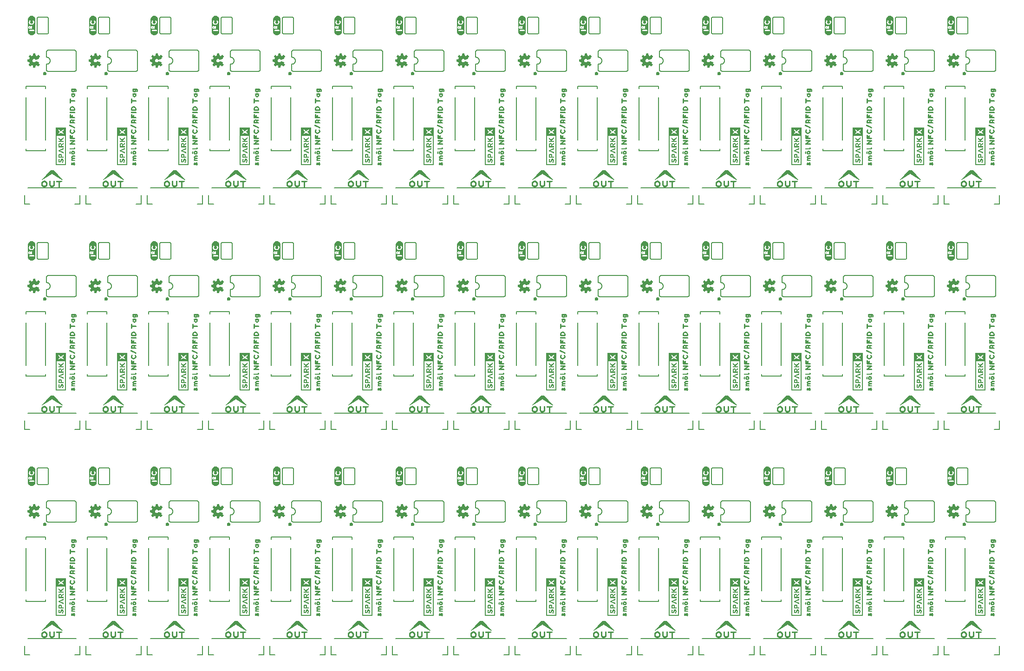
<source format=gto>
G04 EAGLE Gerber RS-274X export*
G75*
%MOMM*%
%FSLAX34Y34*%
%LPD*%
%INSilkscreen Top*%
%IPPOS*%
%AMOC8*
5,1,8,0,0,1.08239X$1,22.5*%
G01*
%ADD10C,0.152400*%
%ADD11C,0.203200*%

G36*
X972834Y79997D02*
X972834Y79997D01*
X972828Y80004D01*
X972836Y80010D01*
X972836Y148590D01*
X972800Y148637D01*
X972792Y148632D01*
X972786Y148639D01*
X953804Y148639D01*
X953756Y148603D01*
X953762Y148596D01*
X953754Y148590D01*
X953754Y80010D01*
X953790Y79963D01*
X953798Y79968D01*
X953804Y79961D01*
X972786Y79961D01*
X972834Y79997D01*
G37*
G36*
X414034Y491477D02*
X414034Y491477D01*
X414028Y491484D01*
X414036Y491490D01*
X414036Y560070D01*
X414000Y560117D01*
X413992Y560112D01*
X413986Y560119D01*
X395004Y560119D01*
X394956Y560083D01*
X394962Y560076D01*
X394954Y560070D01*
X394954Y491490D01*
X394990Y491443D01*
X394998Y491448D01*
X395004Y491441D01*
X413986Y491441D01*
X414034Y491477D01*
G37*
G36*
X1531634Y79997D02*
X1531634Y79997D01*
X1531628Y80004D01*
X1531636Y80010D01*
X1531636Y148590D01*
X1531600Y148637D01*
X1531592Y148632D01*
X1531586Y148639D01*
X1512604Y148639D01*
X1512556Y148603D01*
X1512562Y148596D01*
X1512554Y148590D01*
X1512554Y80010D01*
X1512590Y79963D01*
X1512598Y79968D01*
X1512604Y79961D01*
X1531586Y79961D01*
X1531634Y79997D01*
G37*
G36*
X1755154Y79997D02*
X1755154Y79997D01*
X1755148Y80004D01*
X1755156Y80010D01*
X1755156Y148590D01*
X1755120Y148637D01*
X1755112Y148632D01*
X1755106Y148639D01*
X1736124Y148639D01*
X1736076Y148603D01*
X1736082Y148596D01*
X1736074Y148590D01*
X1736074Y80010D01*
X1736110Y79963D01*
X1736118Y79968D01*
X1736124Y79961D01*
X1755106Y79961D01*
X1755154Y79997D01*
G37*
G36*
X749314Y79997D02*
X749314Y79997D01*
X749308Y80004D01*
X749316Y80010D01*
X749316Y148590D01*
X749280Y148637D01*
X749272Y148632D01*
X749266Y148639D01*
X730284Y148639D01*
X730236Y148603D01*
X730242Y148596D01*
X730234Y148590D01*
X730234Y80010D01*
X730270Y79963D01*
X730278Y79968D01*
X730284Y79961D01*
X749266Y79961D01*
X749314Y79997D01*
G37*
G36*
X1643394Y79997D02*
X1643394Y79997D01*
X1643388Y80004D01*
X1643396Y80010D01*
X1643396Y148590D01*
X1643360Y148637D01*
X1643352Y148632D01*
X1643346Y148639D01*
X1624364Y148639D01*
X1624316Y148603D01*
X1624322Y148596D01*
X1624314Y148590D01*
X1624314Y80010D01*
X1624350Y79963D01*
X1624358Y79968D01*
X1624364Y79961D01*
X1643346Y79961D01*
X1643394Y79997D01*
G37*
G36*
X1419874Y79997D02*
X1419874Y79997D01*
X1419868Y80004D01*
X1419876Y80010D01*
X1419876Y148590D01*
X1419840Y148637D01*
X1419832Y148632D01*
X1419826Y148639D01*
X1400844Y148639D01*
X1400796Y148603D01*
X1400802Y148596D01*
X1400794Y148590D01*
X1400794Y80010D01*
X1400830Y79963D01*
X1400838Y79968D01*
X1400844Y79961D01*
X1419826Y79961D01*
X1419874Y79997D01*
G37*
G36*
X302274Y79997D02*
X302274Y79997D01*
X302268Y80004D01*
X302276Y80010D01*
X302276Y148590D01*
X302240Y148637D01*
X302232Y148632D01*
X302226Y148639D01*
X283244Y148639D01*
X283196Y148603D01*
X283202Y148596D01*
X283194Y148590D01*
X283194Y80010D01*
X283230Y79963D01*
X283238Y79968D01*
X283244Y79961D01*
X302226Y79961D01*
X302274Y79997D01*
G37*
G36*
X1419874Y902957D02*
X1419874Y902957D01*
X1419868Y902964D01*
X1419876Y902970D01*
X1419876Y971550D01*
X1419840Y971597D01*
X1419832Y971592D01*
X1419826Y971599D01*
X1400844Y971599D01*
X1400796Y971563D01*
X1400802Y971556D01*
X1400794Y971550D01*
X1400794Y902970D01*
X1400830Y902923D01*
X1400838Y902928D01*
X1400844Y902921D01*
X1419826Y902921D01*
X1419874Y902957D01*
G37*
G36*
X1308114Y79997D02*
X1308114Y79997D01*
X1308108Y80004D01*
X1308116Y80010D01*
X1308116Y148590D01*
X1308080Y148637D01*
X1308072Y148632D01*
X1308066Y148639D01*
X1289084Y148639D01*
X1289036Y148603D01*
X1289042Y148596D01*
X1289034Y148590D01*
X1289034Y80010D01*
X1289070Y79963D01*
X1289078Y79968D01*
X1289084Y79961D01*
X1308066Y79961D01*
X1308114Y79997D01*
G37*
G36*
X861074Y79997D02*
X861074Y79997D01*
X861068Y80004D01*
X861076Y80010D01*
X861076Y148590D01*
X861040Y148637D01*
X861032Y148632D01*
X861026Y148639D01*
X842044Y148639D01*
X841996Y148603D01*
X842002Y148596D01*
X841994Y148590D01*
X841994Y80010D01*
X842030Y79963D01*
X842038Y79968D01*
X842044Y79961D01*
X861026Y79961D01*
X861074Y79997D01*
G37*
G36*
X525794Y79997D02*
X525794Y79997D01*
X525788Y80004D01*
X525796Y80010D01*
X525796Y148590D01*
X525760Y148637D01*
X525752Y148632D01*
X525746Y148639D01*
X506764Y148639D01*
X506716Y148603D01*
X506722Y148596D01*
X506714Y148590D01*
X506714Y80010D01*
X506750Y79963D01*
X506758Y79968D01*
X506764Y79961D01*
X525746Y79961D01*
X525794Y79997D01*
G37*
G36*
X414034Y79997D02*
X414034Y79997D01*
X414028Y80004D01*
X414036Y80010D01*
X414036Y148590D01*
X414000Y148637D01*
X413992Y148632D01*
X413986Y148639D01*
X395004Y148639D01*
X394956Y148603D01*
X394962Y148596D01*
X394954Y148590D01*
X394954Y80010D01*
X394990Y79963D01*
X394998Y79968D01*
X395004Y79961D01*
X413986Y79961D01*
X414034Y79997D01*
G37*
G36*
X1084594Y79997D02*
X1084594Y79997D01*
X1084588Y80004D01*
X1084596Y80010D01*
X1084596Y148590D01*
X1084560Y148637D01*
X1084552Y148632D01*
X1084546Y148639D01*
X1065564Y148639D01*
X1065516Y148603D01*
X1065522Y148596D01*
X1065514Y148590D01*
X1065514Y80010D01*
X1065550Y79963D01*
X1065558Y79968D01*
X1065564Y79961D01*
X1084546Y79961D01*
X1084594Y79997D01*
G37*
G36*
X78720Y148637D02*
X78720Y148637D01*
X78712Y148632D01*
X78706Y148639D01*
X59724Y148639D01*
X59676Y148603D01*
X59682Y148596D01*
X59674Y148590D01*
X59674Y80010D01*
X59710Y79963D01*
X59718Y79968D01*
X59724Y79961D01*
X78706Y79961D01*
X78754Y79997D01*
X78748Y80004D01*
X78756Y80010D01*
X78756Y148590D01*
X78720Y148637D01*
G37*
G36*
X637554Y79997D02*
X637554Y79997D01*
X637548Y80004D01*
X637556Y80010D01*
X637556Y148590D01*
X637520Y148637D01*
X637512Y148632D01*
X637506Y148639D01*
X618524Y148639D01*
X618476Y148603D01*
X618482Y148596D01*
X618474Y148590D01*
X618474Y80010D01*
X618510Y79963D01*
X618518Y79968D01*
X618524Y79961D01*
X637506Y79961D01*
X637554Y79997D01*
G37*
G36*
X1196354Y491477D02*
X1196354Y491477D01*
X1196348Y491484D01*
X1196356Y491490D01*
X1196356Y560070D01*
X1196320Y560117D01*
X1196312Y560112D01*
X1196306Y560119D01*
X1177324Y560119D01*
X1177276Y560083D01*
X1177282Y560076D01*
X1177274Y560070D01*
X1177274Y491490D01*
X1177310Y491443D01*
X1177318Y491448D01*
X1177324Y491441D01*
X1196306Y491441D01*
X1196354Y491477D01*
G37*
G36*
X1308114Y902957D02*
X1308114Y902957D01*
X1308108Y902964D01*
X1308116Y902970D01*
X1308116Y971550D01*
X1308080Y971597D01*
X1308072Y971592D01*
X1308066Y971599D01*
X1289084Y971599D01*
X1289036Y971563D01*
X1289042Y971556D01*
X1289034Y971550D01*
X1289034Y902970D01*
X1289070Y902923D01*
X1289078Y902928D01*
X1289084Y902921D01*
X1308066Y902921D01*
X1308114Y902957D01*
G37*
G36*
X1196354Y79997D02*
X1196354Y79997D01*
X1196348Y80004D01*
X1196356Y80010D01*
X1196356Y148590D01*
X1196320Y148637D01*
X1196312Y148632D01*
X1196306Y148639D01*
X1177324Y148639D01*
X1177276Y148603D01*
X1177282Y148596D01*
X1177274Y148590D01*
X1177274Y80010D01*
X1177310Y79963D01*
X1177318Y79968D01*
X1177324Y79961D01*
X1196306Y79961D01*
X1196354Y79997D01*
G37*
G36*
X749314Y902957D02*
X749314Y902957D01*
X749308Y902964D01*
X749316Y902970D01*
X749316Y971550D01*
X749280Y971597D01*
X749272Y971592D01*
X749266Y971599D01*
X730284Y971599D01*
X730236Y971563D01*
X730242Y971556D01*
X730234Y971550D01*
X730234Y902970D01*
X730270Y902923D01*
X730278Y902928D01*
X730284Y902921D01*
X749266Y902921D01*
X749314Y902957D01*
G37*
G36*
X861074Y491477D02*
X861074Y491477D01*
X861068Y491484D01*
X861076Y491490D01*
X861076Y560070D01*
X861040Y560117D01*
X861032Y560112D01*
X861026Y560119D01*
X842044Y560119D01*
X841996Y560083D01*
X842002Y560076D01*
X841994Y560070D01*
X841994Y491490D01*
X842030Y491443D01*
X842038Y491448D01*
X842044Y491441D01*
X861026Y491441D01*
X861074Y491477D01*
G37*
G36*
X1531634Y902957D02*
X1531634Y902957D01*
X1531628Y902964D01*
X1531636Y902970D01*
X1531636Y971550D01*
X1531600Y971597D01*
X1531592Y971592D01*
X1531586Y971599D01*
X1512604Y971599D01*
X1512556Y971563D01*
X1512562Y971556D01*
X1512554Y971550D01*
X1512554Y902970D01*
X1512590Y902923D01*
X1512598Y902928D01*
X1512604Y902921D01*
X1531586Y902921D01*
X1531634Y902957D01*
G37*
G36*
X1196354Y902957D02*
X1196354Y902957D01*
X1196348Y902964D01*
X1196356Y902970D01*
X1196356Y971550D01*
X1196320Y971597D01*
X1196312Y971592D01*
X1196306Y971599D01*
X1177324Y971599D01*
X1177276Y971563D01*
X1177282Y971556D01*
X1177274Y971550D01*
X1177274Y902970D01*
X1177310Y902923D01*
X1177318Y902928D01*
X1177324Y902921D01*
X1196306Y902921D01*
X1196354Y902957D01*
G37*
G36*
X525794Y902957D02*
X525794Y902957D01*
X525788Y902964D01*
X525796Y902970D01*
X525796Y971550D01*
X525760Y971597D01*
X525752Y971592D01*
X525746Y971599D01*
X506764Y971599D01*
X506716Y971563D01*
X506722Y971556D01*
X506714Y971550D01*
X506714Y902970D01*
X506750Y902923D01*
X506758Y902928D01*
X506764Y902921D01*
X525746Y902921D01*
X525794Y902957D01*
G37*
G36*
X302274Y902957D02*
X302274Y902957D01*
X302268Y902964D01*
X302276Y902970D01*
X302276Y971550D01*
X302240Y971597D01*
X302232Y971592D01*
X302226Y971599D01*
X283244Y971599D01*
X283196Y971563D01*
X283202Y971556D01*
X283194Y971550D01*
X283194Y902970D01*
X283230Y902923D01*
X283238Y902928D01*
X283244Y902921D01*
X302226Y902921D01*
X302274Y902957D01*
G37*
G36*
X1755154Y902957D02*
X1755154Y902957D01*
X1755148Y902964D01*
X1755156Y902970D01*
X1755156Y971550D01*
X1755120Y971597D01*
X1755112Y971592D01*
X1755106Y971599D01*
X1736124Y971599D01*
X1736076Y971563D01*
X1736082Y971556D01*
X1736074Y971550D01*
X1736074Y902970D01*
X1736110Y902923D01*
X1736118Y902928D01*
X1736124Y902921D01*
X1755106Y902921D01*
X1755154Y902957D01*
G37*
G36*
X1643394Y902957D02*
X1643394Y902957D01*
X1643388Y902964D01*
X1643396Y902970D01*
X1643396Y971550D01*
X1643360Y971597D01*
X1643352Y971592D01*
X1643346Y971599D01*
X1624364Y971599D01*
X1624316Y971563D01*
X1624322Y971556D01*
X1624314Y971550D01*
X1624314Y902970D01*
X1624350Y902923D01*
X1624358Y902928D01*
X1624364Y902921D01*
X1643346Y902921D01*
X1643394Y902957D01*
G37*
G36*
X190514Y902957D02*
X190514Y902957D01*
X190508Y902964D01*
X190516Y902970D01*
X190516Y971550D01*
X190480Y971597D01*
X190472Y971592D01*
X190466Y971599D01*
X171484Y971599D01*
X171436Y971563D01*
X171442Y971556D01*
X171434Y971550D01*
X171434Y902970D01*
X171470Y902923D01*
X171478Y902928D01*
X171484Y902921D01*
X190466Y902921D01*
X190514Y902957D01*
G37*
G36*
X414034Y902957D02*
X414034Y902957D01*
X414028Y902964D01*
X414036Y902970D01*
X414036Y971550D01*
X414000Y971597D01*
X413992Y971592D01*
X413986Y971599D01*
X395004Y971599D01*
X394956Y971563D01*
X394962Y971556D01*
X394954Y971550D01*
X394954Y902970D01*
X394990Y902923D01*
X394998Y902928D01*
X395004Y902921D01*
X413986Y902921D01*
X414034Y902957D01*
G37*
G36*
X78754Y902957D02*
X78754Y902957D01*
X78748Y902964D01*
X78756Y902970D01*
X78756Y971550D01*
X78720Y971597D01*
X78712Y971592D01*
X78706Y971599D01*
X59724Y971599D01*
X59676Y971563D01*
X59682Y971556D01*
X59674Y971550D01*
X59674Y902970D01*
X59710Y902923D01*
X59718Y902928D01*
X59724Y902921D01*
X78706Y902921D01*
X78754Y902957D01*
G37*
G36*
X1084594Y902957D02*
X1084594Y902957D01*
X1084588Y902964D01*
X1084596Y902970D01*
X1084596Y971550D01*
X1084560Y971597D01*
X1084552Y971592D01*
X1084546Y971599D01*
X1065564Y971599D01*
X1065516Y971563D01*
X1065522Y971556D01*
X1065514Y971550D01*
X1065514Y902970D01*
X1065550Y902923D01*
X1065558Y902928D01*
X1065564Y902921D01*
X1084546Y902921D01*
X1084594Y902957D01*
G37*
G36*
X972834Y902957D02*
X972834Y902957D01*
X972828Y902964D01*
X972836Y902970D01*
X972836Y971550D01*
X972800Y971597D01*
X972792Y971592D01*
X972786Y971599D01*
X953804Y971599D01*
X953756Y971563D01*
X953762Y971556D01*
X953754Y971550D01*
X953754Y902970D01*
X953790Y902923D01*
X953798Y902928D01*
X953804Y902921D01*
X972786Y902921D01*
X972834Y902957D01*
G37*
G36*
X525794Y491477D02*
X525794Y491477D01*
X525788Y491484D01*
X525796Y491490D01*
X525796Y560070D01*
X525760Y560117D01*
X525752Y560112D01*
X525746Y560119D01*
X506764Y560119D01*
X506716Y560083D01*
X506722Y560076D01*
X506714Y560070D01*
X506714Y491490D01*
X506750Y491443D01*
X506758Y491448D01*
X506764Y491441D01*
X525746Y491441D01*
X525794Y491477D01*
G37*
G36*
X78754Y491477D02*
X78754Y491477D01*
X78748Y491484D01*
X78756Y491490D01*
X78756Y560070D01*
X78720Y560117D01*
X78712Y560112D01*
X78706Y560119D01*
X59724Y560119D01*
X59676Y560083D01*
X59682Y560076D01*
X59674Y560070D01*
X59674Y491490D01*
X59710Y491443D01*
X59718Y491448D01*
X59724Y491441D01*
X78706Y491441D01*
X78754Y491477D01*
G37*
G36*
X1084594Y491477D02*
X1084594Y491477D01*
X1084588Y491484D01*
X1084596Y491490D01*
X1084596Y560070D01*
X1084560Y560117D01*
X1084552Y560112D01*
X1084546Y560119D01*
X1065564Y560119D01*
X1065516Y560083D01*
X1065522Y560076D01*
X1065514Y560070D01*
X1065514Y491490D01*
X1065550Y491443D01*
X1065558Y491448D01*
X1065564Y491441D01*
X1084546Y491441D01*
X1084594Y491477D01*
G37*
G36*
X1419874Y491477D02*
X1419874Y491477D01*
X1419868Y491484D01*
X1419876Y491490D01*
X1419876Y560070D01*
X1419840Y560117D01*
X1419832Y560112D01*
X1419826Y560119D01*
X1400844Y560119D01*
X1400796Y560083D01*
X1400802Y560076D01*
X1400794Y560070D01*
X1400794Y491490D01*
X1400830Y491443D01*
X1400838Y491448D01*
X1400844Y491441D01*
X1419826Y491441D01*
X1419874Y491477D01*
G37*
G36*
X1531634Y491477D02*
X1531634Y491477D01*
X1531628Y491484D01*
X1531636Y491490D01*
X1531636Y560070D01*
X1531600Y560117D01*
X1531592Y560112D01*
X1531586Y560119D01*
X1512604Y560119D01*
X1512556Y560083D01*
X1512562Y560076D01*
X1512554Y560070D01*
X1512554Y491490D01*
X1512590Y491443D01*
X1512598Y491448D01*
X1512604Y491441D01*
X1531586Y491441D01*
X1531634Y491477D01*
G37*
G36*
X749314Y491477D02*
X749314Y491477D01*
X749308Y491484D01*
X749316Y491490D01*
X749316Y560070D01*
X749280Y560117D01*
X749272Y560112D01*
X749266Y560119D01*
X730284Y560119D01*
X730236Y560083D01*
X730242Y560076D01*
X730234Y560070D01*
X730234Y491490D01*
X730270Y491443D01*
X730278Y491448D01*
X730284Y491441D01*
X749266Y491441D01*
X749314Y491477D01*
G37*
G36*
X190514Y79997D02*
X190514Y79997D01*
X190508Y80004D01*
X190516Y80010D01*
X190516Y148590D01*
X190480Y148637D01*
X190472Y148632D01*
X190466Y148639D01*
X171484Y148639D01*
X171436Y148603D01*
X171442Y148596D01*
X171434Y148590D01*
X171434Y80010D01*
X171470Y79963D01*
X171478Y79968D01*
X171484Y79961D01*
X190466Y79961D01*
X190514Y79997D01*
G37*
G36*
X861074Y902957D02*
X861074Y902957D01*
X861068Y902964D01*
X861076Y902970D01*
X861076Y971550D01*
X861040Y971597D01*
X861032Y971592D01*
X861026Y971599D01*
X842044Y971599D01*
X841996Y971563D01*
X842002Y971556D01*
X841994Y971550D01*
X841994Y902970D01*
X842030Y902923D01*
X842038Y902928D01*
X842044Y902921D01*
X861026Y902921D01*
X861074Y902957D01*
G37*
G36*
X637554Y902957D02*
X637554Y902957D01*
X637548Y902964D01*
X637556Y902970D01*
X637556Y971550D01*
X637520Y971597D01*
X637512Y971592D01*
X637506Y971599D01*
X618524Y971599D01*
X618476Y971563D01*
X618482Y971556D01*
X618474Y971550D01*
X618474Y902970D01*
X618510Y902923D01*
X618518Y902928D01*
X618524Y902921D01*
X637506Y902921D01*
X637554Y902957D01*
G37*
G36*
X1755154Y491477D02*
X1755154Y491477D01*
X1755148Y491484D01*
X1755156Y491490D01*
X1755156Y560070D01*
X1755120Y560117D01*
X1755112Y560112D01*
X1755106Y560119D01*
X1736124Y560119D01*
X1736076Y560083D01*
X1736082Y560076D01*
X1736074Y560070D01*
X1736074Y491490D01*
X1736110Y491443D01*
X1736118Y491448D01*
X1736124Y491441D01*
X1755106Y491441D01*
X1755154Y491477D01*
G37*
G36*
X637554Y491477D02*
X637554Y491477D01*
X637548Y491484D01*
X637556Y491490D01*
X637556Y560070D01*
X637520Y560117D01*
X637512Y560112D01*
X637506Y560119D01*
X618524Y560119D01*
X618476Y560083D01*
X618482Y560076D01*
X618474Y560070D01*
X618474Y491490D01*
X618510Y491443D01*
X618518Y491448D01*
X618524Y491441D01*
X637506Y491441D01*
X637554Y491477D01*
G37*
G36*
X1308114Y491477D02*
X1308114Y491477D01*
X1308108Y491484D01*
X1308116Y491490D01*
X1308116Y560070D01*
X1308080Y560117D01*
X1308072Y560112D01*
X1308066Y560119D01*
X1289084Y560119D01*
X1289036Y560083D01*
X1289042Y560076D01*
X1289034Y560070D01*
X1289034Y491490D01*
X1289070Y491443D01*
X1289078Y491448D01*
X1289084Y491441D01*
X1308066Y491441D01*
X1308114Y491477D01*
G37*
G36*
X972834Y491477D02*
X972834Y491477D01*
X972828Y491484D01*
X972836Y491490D01*
X972836Y560070D01*
X972800Y560117D01*
X972792Y560112D01*
X972786Y560119D01*
X953804Y560119D01*
X953756Y560083D01*
X953762Y560076D01*
X953754Y560070D01*
X953754Y491490D01*
X953790Y491443D01*
X953798Y491448D01*
X953804Y491441D01*
X972786Y491441D01*
X972834Y491477D01*
G37*
G36*
X190514Y491477D02*
X190514Y491477D01*
X190508Y491484D01*
X190516Y491490D01*
X190516Y560070D01*
X190480Y560117D01*
X190472Y560112D01*
X190466Y560119D01*
X171484Y560119D01*
X171436Y560083D01*
X171442Y560076D01*
X171434Y560070D01*
X171434Y491490D01*
X171470Y491443D01*
X171478Y491448D01*
X171484Y491441D01*
X190466Y491441D01*
X190514Y491477D01*
G37*
G36*
X1643394Y491477D02*
X1643394Y491477D01*
X1643388Y491484D01*
X1643396Y491490D01*
X1643396Y560070D01*
X1643360Y560117D01*
X1643352Y560112D01*
X1643346Y560119D01*
X1624364Y560119D01*
X1624316Y560083D01*
X1624322Y560076D01*
X1624314Y560070D01*
X1624314Y491490D01*
X1624350Y491443D01*
X1624358Y491448D01*
X1624364Y491441D01*
X1643346Y491441D01*
X1643394Y491477D01*
G37*
G36*
X302274Y491477D02*
X302274Y491477D01*
X302268Y491484D01*
X302276Y491490D01*
X302276Y560070D01*
X302240Y560117D01*
X302232Y560112D01*
X302226Y560119D01*
X283244Y560119D01*
X283196Y560083D01*
X283202Y560076D01*
X283194Y560070D01*
X283194Y491490D01*
X283230Y491443D01*
X283238Y491448D01*
X283244Y491441D01*
X302226Y491441D01*
X302274Y491477D01*
G37*
%LPC*%
G36*
X396815Y81822D02*
X396815Y81822D01*
X396815Y133220D01*
X412175Y133220D01*
X412175Y81822D01*
X396815Y81822D01*
G37*
%LPD*%
%LPC*%
G36*
X61535Y493302D02*
X61535Y493302D01*
X61535Y544700D01*
X76895Y544700D01*
X76895Y493302D01*
X61535Y493302D01*
G37*
%LPD*%
%LPC*%
G36*
X1514415Y81822D02*
X1514415Y81822D01*
X1514415Y133220D01*
X1529775Y133220D01*
X1529775Y81822D01*
X1514415Y81822D01*
G37*
%LPD*%
%LPC*%
G36*
X843855Y81822D02*
X843855Y81822D01*
X843855Y133220D01*
X859215Y133220D01*
X859215Y81822D01*
X843855Y81822D01*
G37*
%LPD*%
%LPC*%
G36*
X1626175Y81822D02*
X1626175Y81822D01*
X1626175Y133220D01*
X1641535Y133220D01*
X1641535Y81822D01*
X1626175Y81822D01*
G37*
%LPD*%
%LPC*%
G36*
X1290895Y81822D02*
X1290895Y81822D01*
X1290895Y133220D01*
X1306255Y133220D01*
X1306255Y81822D01*
X1290895Y81822D01*
G37*
%LPD*%
%LPC*%
G36*
X732095Y81822D02*
X732095Y81822D01*
X732095Y133220D01*
X747455Y133220D01*
X747455Y81822D01*
X732095Y81822D01*
G37*
%LPD*%
%LPC*%
G36*
X1067375Y81822D02*
X1067375Y81822D01*
X1067375Y133220D01*
X1082735Y133220D01*
X1082735Y81822D01*
X1067375Y81822D01*
G37*
%LPD*%
%LPC*%
G36*
X76895Y81822D02*
X76895Y81822D01*
X61535Y81822D01*
X61535Y133220D01*
X76895Y133220D01*
X76895Y81822D01*
G37*
%LPD*%
%LPC*%
G36*
X396815Y493302D02*
X396815Y493302D01*
X396815Y544700D01*
X412175Y544700D01*
X412175Y493302D01*
X396815Y493302D01*
G37*
%LPD*%
%LPC*%
G36*
X955615Y493302D02*
X955615Y493302D01*
X955615Y544700D01*
X970975Y544700D01*
X970975Y493302D01*
X955615Y493302D01*
G37*
%LPD*%
%LPC*%
G36*
X1737935Y493302D02*
X1737935Y493302D01*
X1737935Y544700D01*
X1753295Y544700D01*
X1753295Y493302D01*
X1737935Y493302D01*
G37*
%LPD*%
%LPC*%
G36*
X1626175Y493302D02*
X1626175Y493302D01*
X1626175Y544700D01*
X1641535Y544700D01*
X1641535Y493302D01*
X1626175Y493302D01*
G37*
%LPD*%
%LPC*%
G36*
X173295Y493302D02*
X173295Y493302D01*
X173295Y544700D01*
X188655Y544700D01*
X188655Y493302D01*
X173295Y493302D01*
G37*
%LPD*%
%LPC*%
G36*
X508575Y493302D02*
X508575Y493302D01*
X508575Y544700D01*
X523935Y544700D01*
X523935Y493302D01*
X508575Y493302D01*
G37*
%LPD*%
%LPC*%
G36*
X620335Y904782D02*
X620335Y904782D01*
X620335Y956180D01*
X635695Y956180D01*
X635695Y904782D01*
X620335Y904782D01*
G37*
%LPD*%
%LPC*%
G36*
X1514415Y904782D02*
X1514415Y904782D01*
X1514415Y956180D01*
X1529775Y956180D01*
X1529775Y904782D01*
X1514415Y904782D01*
G37*
%LPD*%
%LPC*%
G36*
X1179135Y904782D02*
X1179135Y904782D01*
X1179135Y956180D01*
X1194495Y956180D01*
X1194495Y904782D01*
X1179135Y904782D01*
G37*
%LPD*%
%LPC*%
G36*
X285055Y904782D02*
X285055Y904782D01*
X285055Y956180D01*
X300415Y956180D01*
X300415Y904782D01*
X285055Y904782D01*
G37*
%LPD*%
%LPC*%
G36*
X732095Y904782D02*
X732095Y904782D01*
X732095Y956180D01*
X747455Y956180D01*
X747455Y904782D01*
X732095Y904782D01*
G37*
%LPD*%
%LPC*%
G36*
X1402655Y904782D02*
X1402655Y904782D01*
X1402655Y956180D01*
X1418015Y956180D01*
X1418015Y904782D01*
X1402655Y904782D01*
G37*
%LPD*%
%LPC*%
G36*
X396815Y904782D02*
X396815Y904782D01*
X396815Y956180D01*
X412175Y956180D01*
X412175Y904782D01*
X396815Y904782D01*
G37*
%LPD*%
%LPC*%
G36*
X843855Y904782D02*
X843855Y904782D01*
X843855Y956180D01*
X859215Y956180D01*
X859215Y904782D01*
X843855Y904782D01*
G37*
%LPD*%
%LPC*%
G36*
X955615Y904782D02*
X955615Y904782D01*
X955615Y956180D01*
X970975Y956180D01*
X970975Y904782D01*
X955615Y904782D01*
G37*
%LPD*%
%LPC*%
G36*
X1067375Y904782D02*
X1067375Y904782D01*
X1067375Y956180D01*
X1082735Y956180D01*
X1082735Y904782D01*
X1067375Y904782D01*
G37*
%LPD*%
%LPC*%
G36*
X61535Y904782D02*
X61535Y904782D01*
X61535Y956180D01*
X76895Y956180D01*
X76895Y904782D01*
X61535Y904782D01*
G37*
%LPD*%
%LPC*%
G36*
X173295Y904782D02*
X173295Y904782D01*
X173295Y956180D01*
X188655Y956180D01*
X188655Y904782D01*
X173295Y904782D01*
G37*
%LPD*%
%LPC*%
G36*
X1290895Y904782D02*
X1290895Y904782D01*
X1290895Y956180D01*
X1306255Y956180D01*
X1306255Y904782D01*
X1290895Y904782D01*
G37*
%LPD*%
%LPC*%
G36*
X508575Y904782D02*
X508575Y904782D01*
X508575Y956180D01*
X523935Y956180D01*
X523935Y904782D01*
X508575Y904782D01*
G37*
%LPD*%
%LPC*%
G36*
X1737935Y904782D02*
X1737935Y904782D01*
X1737935Y956180D01*
X1753295Y956180D01*
X1753295Y904782D01*
X1737935Y904782D01*
G37*
%LPD*%
%LPC*%
G36*
X1626175Y904782D02*
X1626175Y904782D01*
X1626175Y956180D01*
X1641535Y956180D01*
X1641535Y904782D01*
X1626175Y904782D01*
G37*
%LPD*%
%LPC*%
G36*
X620335Y493302D02*
X620335Y493302D01*
X620335Y544700D01*
X635695Y544700D01*
X635695Y493302D01*
X620335Y493302D01*
G37*
%LPD*%
%LPC*%
G36*
X1067375Y493302D02*
X1067375Y493302D01*
X1067375Y544700D01*
X1082735Y544700D01*
X1082735Y493302D01*
X1067375Y493302D01*
G37*
%LPD*%
%LPC*%
G36*
X1402655Y493302D02*
X1402655Y493302D01*
X1402655Y544700D01*
X1418015Y544700D01*
X1418015Y493302D01*
X1402655Y493302D01*
G37*
%LPD*%
%LPC*%
G36*
X843855Y493302D02*
X843855Y493302D01*
X843855Y544700D01*
X859215Y544700D01*
X859215Y493302D01*
X843855Y493302D01*
G37*
%LPD*%
%LPC*%
G36*
X1514415Y493302D02*
X1514415Y493302D01*
X1514415Y544700D01*
X1529775Y544700D01*
X1529775Y493302D01*
X1514415Y493302D01*
G37*
%LPD*%
%LPC*%
G36*
X1290895Y493302D02*
X1290895Y493302D01*
X1290895Y544700D01*
X1306255Y544700D01*
X1306255Y493302D01*
X1290895Y493302D01*
G37*
%LPD*%
%LPC*%
G36*
X285055Y493302D02*
X285055Y493302D01*
X285055Y544700D01*
X300415Y544700D01*
X300415Y493302D01*
X285055Y493302D01*
G37*
%LPD*%
%LPC*%
G36*
X732095Y493302D02*
X732095Y493302D01*
X732095Y544700D01*
X747455Y544700D01*
X747455Y493302D01*
X732095Y493302D01*
G37*
%LPD*%
%LPC*%
G36*
X1179135Y493302D02*
X1179135Y493302D01*
X1179135Y544700D01*
X1194495Y544700D01*
X1194495Y493302D01*
X1179135Y493302D01*
G37*
%LPD*%
%LPC*%
G36*
X1179135Y81822D02*
X1179135Y81822D01*
X1179135Y133220D01*
X1194495Y133220D01*
X1194495Y81822D01*
X1179135Y81822D01*
G37*
%LPD*%
%LPC*%
G36*
X508575Y81822D02*
X508575Y81822D01*
X508575Y133220D01*
X523935Y133220D01*
X523935Y81822D01*
X508575Y81822D01*
G37*
%LPD*%
%LPC*%
G36*
X1737935Y81822D02*
X1737935Y81822D01*
X1737935Y133220D01*
X1753295Y133220D01*
X1753295Y81822D01*
X1737935Y81822D01*
G37*
%LPD*%
%LPC*%
G36*
X285055Y81822D02*
X285055Y81822D01*
X285055Y133220D01*
X300415Y133220D01*
X300415Y81822D01*
X285055Y81822D01*
G37*
%LPD*%
%LPC*%
G36*
X1402655Y81822D02*
X1402655Y81822D01*
X1402655Y133220D01*
X1418015Y133220D01*
X1418015Y81822D01*
X1402655Y81822D01*
G37*
%LPD*%
%LPC*%
G36*
X620335Y81822D02*
X620335Y81822D01*
X620335Y133220D01*
X635695Y133220D01*
X635695Y81822D01*
X620335Y81822D01*
G37*
%LPD*%
%LPC*%
G36*
X955615Y81822D02*
X955615Y81822D01*
X955615Y133220D01*
X970975Y133220D01*
X970975Y81822D01*
X955615Y81822D01*
G37*
%LPD*%
%LPC*%
G36*
X173295Y81822D02*
X173295Y81822D01*
X173295Y133220D01*
X188655Y133220D01*
X188655Y81822D01*
X173295Y81822D01*
G37*
%LPD*%
G36*
X1692979Y1140494D02*
X1692979Y1140494D01*
X1692982Y1140491D01*
X1693682Y1140591D01*
X1693687Y1140596D01*
X1693691Y1140593D01*
X1694290Y1140793D01*
X1694989Y1140993D01*
X1694993Y1140998D01*
X1694997Y1140996D01*
X1695597Y1141296D01*
X1695599Y1141300D01*
X1695602Y1141299D01*
X1696202Y1141699D01*
X1696203Y1141702D01*
X1696206Y1141702D01*
X1697206Y1142502D01*
X1697208Y1142509D01*
X1697213Y1142509D01*
X1697613Y1143009D01*
X1697614Y1143013D01*
X1697616Y1143013D01*
X1698016Y1143613D01*
X1698016Y1143617D01*
X1698019Y1143618D01*
X1698619Y1144818D01*
X1698618Y1144823D01*
X1698622Y1144824D01*
X1698822Y1145424D01*
X1698821Y1145426D01*
X1698822Y1145426D01*
X1699022Y1146126D01*
X1699021Y1146131D01*
X1699024Y1146133D01*
X1699124Y1146833D01*
X1699121Y1146838D01*
X1699124Y1146840D01*
X1699124Y1169140D01*
X1699121Y1169144D01*
X1699124Y1169147D01*
X1699024Y1169843D01*
X1699024Y1170440D01*
X1699018Y1170448D01*
X1699022Y1170454D01*
X1698822Y1171154D01*
X1698821Y1171155D01*
X1698822Y1171156D01*
X1698622Y1171756D01*
X1698619Y1171757D01*
X1698620Y1171759D01*
X1698320Y1172459D01*
X1698312Y1172464D01*
X1698313Y1172471D01*
X1697915Y1172969D01*
X1697516Y1173567D01*
X1697513Y1173568D01*
X1697513Y1173571D01*
X1697113Y1174071D01*
X1697106Y1174073D01*
X1697106Y1174078D01*
X1696606Y1174478D01*
X1696602Y1174479D01*
X1696602Y1174481D01*
X1695402Y1175281D01*
X1695398Y1175281D01*
X1695397Y1175284D01*
X1694797Y1175584D01*
X1694792Y1175583D01*
X1694791Y1175587D01*
X1694191Y1175787D01*
X1694184Y1175785D01*
X1694182Y1175789D01*
X1693483Y1175889D01*
X1692883Y1175989D01*
X1692878Y1175986D01*
X1692875Y1175989D01*
X1691475Y1175989D01*
X1691471Y1175986D01*
X1691468Y1175989D01*
X1690768Y1175889D01*
X1690763Y1175884D01*
X1690759Y1175887D01*
X1689559Y1175487D01*
X1689556Y1175482D01*
X1689553Y1175484D01*
X1688953Y1175184D01*
X1688951Y1175180D01*
X1688948Y1175181D01*
X1688348Y1174781D01*
X1688347Y1174778D01*
X1688344Y1174778D01*
X1687844Y1174378D01*
X1687843Y1174374D01*
X1687840Y1174375D01*
X1686840Y1173375D01*
X1686839Y1173368D01*
X1686834Y1173367D01*
X1686434Y1172767D01*
X1686434Y1172766D01*
X1686433Y1172765D01*
X1686133Y1172265D01*
X1686134Y1172256D01*
X1686128Y1172254D01*
X1685929Y1171558D01*
X1685631Y1170962D01*
X1685633Y1170951D01*
X1685626Y1170947D01*
X1685526Y1170248D01*
X1685426Y1169648D01*
X1685429Y1169643D01*
X1685426Y1169640D01*
X1685426Y1146740D01*
X1685429Y1146736D01*
X1685426Y1146733D01*
X1685526Y1146033D01*
X1685531Y1146028D01*
X1685528Y1146024D01*
X1685728Y1145425D01*
X1685928Y1144726D01*
X1685933Y1144722D01*
X1685931Y1144718D01*
X1686531Y1143518D01*
X1686538Y1143515D01*
X1686537Y1143509D01*
X1686937Y1143009D01*
X1686941Y1143008D01*
X1686940Y1143005D01*
X1687940Y1142005D01*
X1687944Y1142005D01*
X1687944Y1142002D01*
X1688444Y1141602D01*
X1688452Y1141601D01*
X1688453Y1141596D01*
X1690253Y1140696D01*
X1690264Y1140698D01*
X1690268Y1140691D01*
X1691668Y1140491D01*
X1691673Y1140494D01*
X1691675Y1140491D01*
X1692975Y1140491D01*
X1692979Y1140494D01*
G37*
G36*
X1022419Y729014D02*
X1022419Y729014D01*
X1022422Y729011D01*
X1023122Y729111D01*
X1023127Y729116D01*
X1023131Y729113D01*
X1023730Y729313D01*
X1024429Y729513D01*
X1024433Y729518D01*
X1024437Y729516D01*
X1025037Y729816D01*
X1025039Y729820D01*
X1025042Y729819D01*
X1025642Y730219D01*
X1025643Y730222D01*
X1025646Y730222D01*
X1026646Y731022D01*
X1026648Y731029D01*
X1026653Y731029D01*
X1027053Y731529D01*
X1027054Y731533D01*
X1027056Y731533D01*
X1027456Y732133D01*
X1027456Y732137D01*
X1027459Y732138D01*
X1028059Y733338D01*
X1028058Y733343D01*
X1028062Y733344D01*
X1028262Y733944D01*
X1028261Y733946D01*
X1028262Y733946D01*
X1028462Y734646D01*
X1028461Y734651D01*
X1028464Y734653D01*
X1028564Y735353D01*
X1028561Y735358D01*
X1028564Y735360D01*
X1028564Y757660D01*
X1028561Y757664D01*
X1028564Y757667D01*
X1028464Y758363D01*
X1028464Y758960D01*
X1028458Y758968D01*
X1028462Y758974D01*
X1028262Y759674D01*
X1028261Y759675D01*
X1028262Y759676D01*
X1028062Y760276D01*
X1028059Y760277D01*
X1028060Y760279D01*
X1027760Y760979D01*
X1027752Y760984D01*
X1027753Y760991D01*
X1027355Y761489D01*
X1026956Y762087D01*
X1026953Y762088D01*
X1026953Y762091D01*
X1026553Y762591D01*
X1026546Y762593D01*
X1026546Y762598D01*
X1026046Y762998D01*
X1026042Y762999D01*
X1026042Y763001D01*
X1024842Y763801D01*
X1024838Y763801D01*
X1024837Y763804D01*
X1024237Y764104D01*
X1024232Y764103D01*
X1024231Y764107D01*
X1023631Y764307D01*
X1023624Y764305D01*
X1023622Y764309D01*
X1022923Y764409D01*
X1022323Y764509D01*
X1022318Y764506D01*
X1022315Y764509D01*
X1020915Y764509D01*
X1020911Y764506D01*
X1020908Y764509D01*
X1020208Y764409D01*
X1020203Y764404D01*
X1020199Y764407D01*
X1018999Y764007D01*
X1018996Y764002D01*
X1018993Y764004D01*
X1018393Y763704D01*
X1018391Y763700D01*
X1018388Y763701D01*
X1017788Y763301D01*
X1017787Y763298D01*
X1017784Y763298D01*
X1017284Y762898D01*
X1017283Y762894D01*
X1017280Y762895D01*
X1016280Y761895D01*
X1016279Y761888D01*
X1016274Y761887D01*
X1015874Y761287D01*
X1015874Y761286D01*
X1015873Y761285D01*
X1015573Y760785D01*
X1015574Y760776D01*
X1015568Y760774D01*
X1015369Y760078D01*
X1015071Y759482D01*
X1015073Y759471D01*
X1015066Y759467D01*
X1014966Y758768D01*
X1014866Y758168D01*
X1014869Y758163D01*
X1014866Y758160D01*
X1014866Y735260D01*
X1014869Y735256D01*
X1014866Y735253D01*
X1014966Y734553D01*
X1014971Y734548D01*
X1014968Y734544D01*
X1015168Y733945D01*
X1015368Y733246D01*
X1015373Y733242D01*
X1015371Y733238D01*
X1015971Y732038D01*
X1015978Y732035D01*
X1015977Y732029D01*
X1016377Y731529D01*
X1016381Y731528D01*
X1016380Y731525D01*
X1017380Y730525D01*
X1017384Y730525D01*
X1017384Y730522D01*
X1017884Y730122D01*
X1017892Y730121D01*
X1017893Y730116D01*
X1019693Y729216D01*
X1019704Y729218D01*
X1019708Y729211D01*
X1021108Y729011D01*
X1021113Y729014D01*
X1021115Y729011D01*
X1022415Y729011D01*
X1022419Y729014D01*
G37*
G36*
X687139Y317534D02*
X687139Y317534D01*
X687142Y317531D01*
X687842Y317631D01*
X687847Y317636D01*
X687851Y317633D01*
X688450Y317833D01*
X689149Y318033D01*
X689153Y318038D01*
X689157Y318036D01*
X689757Y318336D01*
X689759Y318340D01*
X689762Y318339D01*
X690362Y318739D01*
X690363Y318742D01*
X690366Y318742D01*
X691366Y319542D01*
X691368Y319549D01*
X691373Y319549D01*
X691773Y320049D01*
X691774Y320053D01*
X691776Y320053D01*
X692176Y320653D01*
X692176Y320657D01*
X692179Y320658D01*
X692779Y321858D01*
X692778Y321863D01*
X692782Y321864D01*
X692982Y322464D01*
X692981Y322466D01*
X692982Y322466D01*
X693182Y323166D01*
X693181Y323171D01*
X693184Y323173D01*
X693284Y323873D01*
X693281Y323878D01*
X693284Y323880D01*
X693284Y346180D01*
X693281Y346184D01*
X693284Y346187D01*
X693184Y346883D01*
X693184Y347480D01*
X693178Y347488D01*
X693182Y347494D01*
X692982Y348194D01*
X692981Y348195D01*
X692982Y348196D01*
X692782Y348796D01*
X692779Y348797D01*
X692780Y348799D01*
X692480Y349499D01*
X692472Y349504D01*
X692473Y349511D01*
X692075Y350009D01*
X691676Y350607D01*
X691673Y350608D01*
X691673Y350611D01*
X691273Y351111D01*
X691266Y351113D01*
X691266Y351118D01*
X690766Y351518D01*
X690762Y351519D01*
X690762Y351521D01*
X689562Y352321D01*
X689558Y352321D01*
X689557Y352324D01*
X688957Y352624D01*
X688952Y352623D01*
X688951Y352627D01*
X688351Y352827D01*
X688344Y352825D01*
X688342Y352829D01*
X687643Y352929D01*
X687043Y353029D01*
X687038Y353026D01*
X687035Y353029D01*
X685635Y353029D01*
X685631Y353026D01*
X685628Y353029D01*
X684928Y352929D01*
X684923Y352924D01*
X684919Y352927D01*
X683719Y352527D01*
X683716Y352522D01*
X683713Y352524D01*
X683113Y352224D01*
X683111Y352220D01*
X683108Y352221D01*
X682508Y351821D01*
X682507Y351818D01*
X682504Y351818D01*
X682004Y351418D01*
X682003Y351414D01*
X682000Y351415D01*
X681000Y350415D01*
X680999Y350408D01*
X680994Y350407D01*
X680594Y349807D01*
X680594Y349806D01*
X680593Y349805D01*
X680293Y349305D01*
X680294Y349296D01*
X680288Y349294D01*
X680089Y348598D01*
X679791Y348002D01*
X679793Y347991D01*
X679786Y347987D01*
X679686Y347288D01*
X679586Y346688D01*
X679589Y346683D01*
X679586Y346680D01*
X679586Y323780D01*
X679589Y323776D01*
X679586Y323773D01*
X679686Y323073D01*
X679691Y323068D01*
X679688Y323064D01*
X679888Y322465D01*
X680088Y321766D01*
X680093Y321762D01*
X680091Y321758D01*
X680691Y320558D01*
X680698Y320555D01*
X680697Y320549D01*
X681097Y320049D01*
X681101Y320048D01*
X681100Y320045D01*
X682100Y319045D01*
X682104Y319045D01*
X682104Y319042D01*
X682604Y318642D01*
X682612Y318641D01*
X682613Y318636D01*
X684413Y317736D01*
X684424Y317738D01*
X684428Y317731D01*
X685828Y317531D01*
X685833Y317534D01*
X685835Y317531D01*
X687135Y317531D01*
X687139Y317534D01*
G37*
G36*
X463619Y317534D02*
X463619Y317534D01*
X463622Y317531D01*
X464322Y317631D01*
X464327Y317636D01*
X464331Y317633D01*
X464930Y317833D01*
X465629Y318033D01*
X465633Y318038D01*
X465637Y318036D01*
X466237Y318336D01*
X466239Y318340D01*
X466242Y318339D01*
X466842Y318739D01*
X466843Y318742D01*
X466846Y318742D01*
X467846Y319542D01*
X467848Y319549D01*
X467853Y319549D01*
X468253Y320049D01*
X468254Y320053D01*
X468256Y320053D01*
X468656Y320653D01*
X468656Y320657D01*
X468659Y320658D01*
X469259Y321858D01*
X469258Y321863D01*
X469262Y321864D01*
X469462Y322464D01*
X469461Y322466D01*
X469462Y322466D01*
X469662Y323166D01*
X469661Y323171D01*
X469664Y323173D01*
X469764Y323873D01*
X469761Y323878D01*
X469764Y323880D01*
X469764Y346180D01*
X469761Y346184D01*
X469764Y346187D01*
X469664Y346883D01*
X469664Y347480D01*
X469658Y347488D01*
X469662Y347494D01*
X469462Y348194D01*
X469461Y348195D01*
X469462Y348196D01*
X469262Y348796D01*
X469259Y348797D01*
X469260Y348799D01*
X468960Y349499D01*
X468952Y349504D01*
X468953Y349511D01*
X468555Y350009D01*
X468156Y350607D01*
X468153Y350608D01*
X468153Y350611D01*
X467753Y351111D01*
X467746Y351113D01*
X467746Y351118D01*
X467246Y351518D01*
X467242Y351519D01*
X467242Y351521D01*
X466042Y352321D01*
X466038Y352321D01*
X466037Y352324D01*
X465437Y352624D01*
X465432Y352623D01*
X465431Y352627D01*
X464831Y352827D01*
X464824Y352825D01*
X464822Y352829D01*
X464123Y352929D01*
X463523Y353029D01*
X463518Y353026D01*
X463515Y353029D01*
X462115Y353029D01*
X462111Y353026D01*
X462108Y353029D01*
X461408Y352929D01*
X461403Y352924D01*
X461399Y352927D01*
X460199Y352527D01*
X460196Y352522D01*
X460193Y352524D01*
X459593Y352224D01*
X459591Y352220D01*
X459588Y352221D01*
X458988Y351821D01*
X458987Y351818D01*
X458984Y351818D01*
X458484Y351418D01*
X458483Y351414D01*
X458480Y351415D01*
X457480Y350415D01*
X457479Y350408D01*
X457474Y350407D01*
X457074Y349807D01*
X457074Y349806D01*
X457073Y349805D01*
X456773Y349305D01*
X456774Y349296D01*
X456768Y349294D01*
X456569Y348598D01*
X456271Y348002D01*
X456273Y347991D01*
X456266Y347987D01*
X456166Y347288D01*
X456066Y346688D01*
X456069Y346683D01*
X456066Y346680D01*
X456066Y323780D01*
X456069Y323776D01*
X456066Y323773D01*
X456166Y323073D01*
X456171Y323068D01*
X456168Y323064D01*
X456368Y322465D01*
X456568Y321766D01*
X456573Y321762D01*
X456571Y321758D01*
X457171Y320558D01*
X457178Y320555D01*
X457177Y320549D01*
X457577Y320049D01*
X457581Y320048D01*
X457580Y320045D01*
X458580Y319045D01*
X458584Y319045D01*
X458584Y319042D01*
X459084Y318642D01*
X459092Y318641D01*
X459093Y318636D01*
X460893Y317736D01*
X460904Y317738D01*
X460908Y317731D01*
X462308Y317531D01*
X462313Y317534D01*
X462315Y317531D01*
X463615Y317531D01*
X463619Y317534D01*
G37*
G36*
X351859Y317534D02*
X351859Y317534D01*
X351862Y317531D01*
X352562Y317631D01*
X352567Y317636D01*
X352571Y317633D01*
X353170Y317833D01*
X353869Y318033D01*
X353873Y318038D01*
X353877Y318036D01*
X354477Y318336D01*
X354479Y318340D01*
X354482Y318339D01*
X355082Y318739D01*
X355083Y318742D01*
X355086Y318742D01*
X356086Y319542D01*
X356088Y319549D01*
X356093Y319549D01*
X356493Y320049D01*
X356494Y320053D01*
X356496Y320053D01*
X356896Y320653D01*
X356896Y320657D01*
X356899Y320658D01*
X357499Y321858D01*
X357498Y321863D01*
X357502Y321864D01*
X357702Y322464D01*
X357701Y322466D01*
X357702Y322466D01*
X357902Y323166D01*
X357901Y323171D01*
X357904Y323173D01*
X358004Y323873D01*
X358001Y323878D01*
X358004Y323880D01*
X358004Y346180D01*
X358001Y346184D01*
X358004Y346187D01*
X357904Y346883D01*
X357904Y347480D01*
X357898Y347488D01*
X357902Y347494D01*
X357702Y348194D01*
X357701Y348195D01*
X357702Y348196D01*
X357502Y348796D01*
X357499Y348797D01*
X357500Y348799D01*
X357200Y349499D01*
X357192Y349504D01*
X357193Y349511D01*
X356795Y350009D01*
X356396Y350607D01*
X356393Y350608D01*
X356393Y350611D01*
X355993Y351111D01*
X355986Y351113D01*
X355986Y351118D01*
X355486Y351518D01*
X355482Y351519D01*
X355482Y351521D01*
X354282Y352321D01*
X354278Y352321D01*
X354277Y352324D01*
X353677Y352624D01*
X353672Y352623D01*
X353671Y352627D01*
X353071Y352827D01*
X353064Y352825D01*
X353062Y352829D01*
X352363Y352929D01*
X351763Y353029D01*
X351758Y353026D01*
X351755Y353029D01*
X350355Y353029D01*
X350351Y353026D01*
X350348Y353029D01*
X349648Y352929D01*
X349643Y352924D01*
X349639Y352927D01*
X348439Y352527D01*
X348436Y352522D01*
X348433Y352524D01*
X347833Y352224D01*
X347831Y352220D01*
X347828Y352221D01*
X347228Y351821D01*
X347227Y351818D01*
X347224Y351818D01*
X346724Y351418D01*
X346723Y351414D01*
X346720Y351415D01*
X345720Y350415D01*
X345719Y350408D01*
X345714Y350407D01*
X345314Y349807D01*
X345314Y349806D01*
X345313Y349805D01*
X345013Y349305D01*
X345014Y349296D01*
X345008Y349294D01*
X344809Y348598D01*
X344511Y348002D01*
X344513Y347991D01*
X344506Y347987D01*
X344406Y347288D01*
X344306Y346688D01*
X344309Y346683D01*
X344306Y346680D01*
X344306Y323780D01*
X344309Y323776D01*
X344306Y323773D01*
X344406Y323073D01*
X344411Y323068D01*
X344408Y323064D01*
X344608Y322465D01*
X344808Y321766D01*
X344813Y321762D01*
X344811Y321758D01*
X345411Y320558D01*
X345418Y320555D01*
X345417Y320549D01*
X345817Y320049D01*
X345821Y320048D01*
X345820Y320045D01*
X346820Y319045D01*
X346824Y319045D01*
X346824Y319042D01*
X347324Y318642D01*
X347332Y318641D01*
X347333Y318636D01*
X349133Y317736D01*
X349144Y317738D01*
X349148Y317731D01*
X350548Y317531D01*
X350553Y317534D01*
X350555Y317531D01*
X351855Y317531D01*
X351859Y317534D01*
G37*
G36*
X1245939Y317534D02*
X1245939Y317534D01*
X1245942Y317531D01*
X1246642Y317631D01*
X1246647Y317636D01*
X1246651Y317633D01*
X1247250Y317833D01*
X1247949Y318033D01*
X1247953Y318038D01*
X1247957Y318036D01*
X1248557Y318336D01*
X1248559Y318340D01*
X1248562Y318339D01*
X1249162Y318739D01*
X1249163Y318742D01*
X1249166Y318742D01*
X1250166Y319542D01*
X1250168Y319549D01*
X1250173Y319549D01*
X1250573Y320049D01*
X1250574Y320053D01*
X1250576Y320053D01*
X1250976Y320653D01*
X1250976Y320657D01*
X1250979Y320658D01*
X1251579Y321858D01*
X1251578Y321863D01*
X1251582Y321864D01*
X1251782Y322464D01*
X1251781Y322466D01*
X1251782Y322466D01*
X1251982Y323166D01*
X1251981Y323171D01*
X1251984Y323173D01*
X1252084Y323873D01*
X1252081Y323878D01*
X1252084Y323880D01*
X1252084Y346180D01*
X1252081Y346184D01*
X1252084Y346187D01*
X1251984Y346883D01*
X1251984Y347480D01*
X1251978Y347488D01*
X1251982Y347494D01*
X1251782Y348194D01*
X1251781Y348195D01*
X1251782Y348196D01*
X1251582Y348796D01*
X1251579Y348797D01*
X1251580Y348799D01*
X1251280Y349499D01*
X1251272Y349504D01*
X1251273Y349511D01*
X1250875Y350009D01*
X1250476Y350607D01*
X1250473Y350608D01*
X1250473Y350611D01*
X1250073Y351111D01*
X1250066Y351113D01*
X1250066Y351118D01*
X1249566Y351518D01*
X1249562Y351519D01*
X1249562Y351521D01*
X1248362Y352321D01*
X1248358Y352321D01*
X1248357Y352324D01*
X1247757Y352624D01*
X1247752Y352623D01*
X1247751Y352627D01*
X1247151Y352827D01*
X1247144Y352825D01*
X1247142Y352829D01*
X1246443Y352929D01*
X1245843Y353029D01*
X1245838Y353026D01*
X1245835Y353029D01*
X1244435Y353029D01*
X1244431Y353026D01*
X1244428Y353029D01*
X1243728Y352929D01*
X1243723Y352924D01*
X1243719Y352927D01*
X1242519Y352527D01*
X1242516Y352522D01*
X1242513Y352524D01*
X1241913Y352224D01*
X1241911Y352220D01*
X1241908Y352221D01*
X1241308Y351821D01*
X1241307Y351818D01*
X1241304Y351818D01*
X1240804Y351418D01*
X1240803Y351414D01*
X1240800Y351415D01*
X1239800Y350415D01*
X1239799Y350408D01*
X1239794Y350407D01*
X1239394Y349807D01*
X1239394Y349806D01*
X1239393Y349805D01*
X1239093Y349305D01*
X1239094Y349296D01*
X1239088Y349294D01*
X1238889Y348598D01*
X1238591Y348002D01*
X1238593Y347991D01*
X1238586Y347987D01*
X1238486Y347288D01*
X1238386Y346688D01*
X1238389Y346683D01*
X1238386Y346680D01*
X1238386Y323780D01*
X1238389Y323776D01*
X1238386Y323773D01*
X1238486Y323073D01*
X1238491Y323068D01*
X1238488Y323064D01*
X1238688Y322465D01*
X1238888Y321766D01*
X1238893Y321762D01*
X1238891Y321758D01*
X1239491Y320558D01*
X1239498Y320555D01*
X1239497Y320549D01*
X1239897Y320049D01*
X1239901Y320048D01*
X1239900Y320045D01*
X1240900Y319045D01*
X1240904Y319045D01*
X1240904Y319042D01*
X1241404Y318642D01*
X1241412Y318641D01*
X1241413Y318636D01*
X1243213Y317736D01*
X1243224Y317738D01*
X1243228Y317731D01*
X1244628Y317531D01*
X1244633Y317534D01*
X1244635Y317531D01*
X1245935Y317531D01*
X1245939Y317534D01*
G37*
G36*
X1692979Y317534D02*
X1692979Y317534D01*
X1692982Y317531D01*
X1693682Y317631D01*
X1693687Y317636D01*
X1693691Y317633D01*
X1694290Y317833D01*
X1694989Y318033D01*
X1694993Y318038D01*
X1694997Y318036D01*
X1695597Y318336D01*
X1695599Y318340D01*
X1695602Y318339D01*
X1696202Y318739D01*
X1696203Y318742D01*
X1696206Y318742D01*
X1697206Y319542D01*
X1697208Y319549D01*
X1697213Y319549D01*
X1697613Y320049D01*
X1697614Y320053D01*
X1697616Y320053D01*
X1698016Y320653D01*
X1698016Y320657D01*
X1698019Y320658D01*
X1698619Y321858D01*
X1698618Y321863D01*
X1698622Y321864D01*
X1698822Y322464D01*
X1698821Y322466D01*
X1698822Y322466D01*
X1699022Y323166D01*
X1699021Y323171D01*
X1699024Y323173D01*
X1699124Y323873D01*
X1699121Y323878D01*
X1699124Y323880D01*
X1699124Y346180D01*
X1699121Y346184D01*
X1699124Y346187D01*
X1699024Y346883D01*
X1699024Y347480D01*
X1699018Y347488D01*
X1699022Y347494D01*
X1698822Y348194D01*
X1698821Y348195D01*
X1698822Y348196D01*
X1698622Y348796D01*
X1698619Y348797D01*
X1698620Y348799D01*
X1698320Y349499D01*
X1698312Y349504D01*
X1698313Y349511D01*
X1697915Y350009D01*
X1697516Y350607D01*
X1697513Y350608D01*
X1697513Y350611D01*
X1697113Y351111D01*
X1697106Y351113D01*
X1697106Y351118D01*
X1696606Y351518D01*
X1696602Y351519D01*
X1696602Y351521D01*
X1695402Y352321D01*
X1695398Y352321D01*
X1695397Y352324D01*
X1694797Y352624D01*
X1694792Y352623D01*
X1694791Y352627D01*
X1694191Y352827D01*
X1694184Y352825D01*
X1694182Y352829D01*
X1693483Y352929D01*
X1692883Y353029D01*
X1692878Y353026D01*
X1692875Y353029D01*
X1691475Y353029D01*
X1691471Y353026D01*
X1691468Y353029D01*
X1690768Y352929D01*
X1690763Y352924D01*
X1690759Y352927D01*
X1689559Y352527D01*
X1689556Y352522D01*
X1689553Y352524D01*
X1688953Y352224D01*
X1688951Y352220D01*
X1688948Y352221D01*
X1688348Y351821D01*
X1688347Y351818D01*
X1688344Y351818D01*
X1687844Y351418D01*
X1687843Y351414D01*
X1687840Y351415D01*
X1686840Y350415D01*
X1686839Y350408D01*
X1686834Y350407D01*
X1686434Y349807D01*
X1686434Y349806D01*
X1686433Y349805D01*
X1686133Y349305D01*
X1686134Y349296D01*
X1686128Y349294D01*
X1685929Y348598D01*
X1685631Y348002D01*
X1685633Y347991D01*
X1685626Y347987D01*
X1685526Y347288D01*
X1685426Y346688D01*
X1685429Y346683D01*
X1685426Y346680D01*
X1685426Y323780D01*
X1685429Y323776D01*
X1685426Y323773D01*
X1685526Y323073D01*
X1685531Y323068D01*
X1685528Y323064D01*
X1685728Y322465D01*
X1685928Y321766D01*
X1685933Y321762D01*
X1685931Y321758D01*
X1686531Y320558D01*
X1686538Y320555D01*
X1686537Y320549D01*
X1686937Y320049D01*
X1686941Y320048D01*
X1686940Y320045D01*
X1687940Y319045D01*
X1687944Y319045D01*
X1687944Y319042D01*
X1688444Y318642D01*
X1688452Y318641D01*
X1688453Y318636D01*
X1690253Y317736D01*
X1690264Y317738D01*
X1690268Y317731D01*
X1691668Y317531D01*
X1691673Y317534D01*
X1691675Y317531D01*
X1692975Y317531D01*
X1692979Y317534D01*
G37*
G36*
X575379Y317534D02*
X575379Y317534D01*
X575382Y317531D01*
X576082Y317631D01*
X576087Y317636D01*
X576091Y317633D01*
X576690Y317833D01*
X577389Y318033D01*
X577393Y318038D01*
X577397Y318036D01*
X577997Y318336D01*
X577999Y318340D01*
X578002Y318339D01*
X578602Y318739D01*
X578603Y318742D01*
X578606Y318742D01*
X579606Y319542D01*
X579608Y319549D01*
X579613Y319549D01*
X580013Y320049D01*
X580014Y320053D01*
X580016Y320053D01*
X580416Y320653D01*
X580416Y320657D01*
X580419Y320658D01*
X581019Y321858D01*
X581018Y321863D01*
X581022Y321864D01*
X581222Y322464D01*
X581221Y322466D01*
X581222Y322466D01*
X581422Y323166D01*
X581421Y323171D01*
X581424Y323173D01*
X581524Y323873D01*
X581521Y323878D01*
X581524Y323880D01*
X581524Y346180D01*
X581521Y346184D01*
X581524Y346187D01*
X581424Y346883D01*
X581424Y347480D01*
X581418Y347488D01*
X581422Y347494D01*
X581222Y348194D01*
X581221Y348195D01*
X581222Y348196D01*
X581022Y348796D01*
X581019Y348797D01*
X581020Y348799D01*
X580720Y349499D01*
X580712Y349504D01*
X580713Y349511D01*
X580315Y350009D01*
X579916Y350607D01*
X579913Y350608D01*
X579913Y350611D01*
X579513Y351111D01*
X579506Y351113D01*
X579506Y351118D01*
X579006Y351518D01*
X579002Y351519D01*
X579002Y351521D01*
X577802Y352321D01*
X577798Y352321D01*
X577797Y352324D01*
X577197Y352624D01*
X577192Y352623D01*
X577191Y352627D01*
X576591Y352827D01*
X576584Y352825D01*
X576582Y352829D01*
X575883Y352929D01*
X575283Y353029D01*
X575278Y353026D01*
X575275Y353029D01*
X573875Y353029D01*
X573871Y353026D01*
X573868Y353029D01*
X573168Y352929D01*
X573163Y352924D01*
X573159Y352927D01*
X571959Y352527D01*
X571956Y352522D01*
X571953Y352524D01*
X571353Y352224D01*
X571351Y352220D01*
X571348Y352221D01*
X570748Y351821D01*
X570747Y351818D01*
X570744Y351818D01*
X570244Y351418D01*
X570243Y351414D01*
X570240Y351415D01*
X569240Y350415D01*
X569239Y350408D01*
X569234Y350407D01*
X568834Y349807D01*
X568834Y349806D01*
X568833Y349805D01*
X568533Y349305D01*
X568534Y349296D01*
X568528Y349294D01*
X568329Y348598D01*
X568031Y348002D01*
X568033Y347991D01*
X568026Y347987D01*
X567926Y347288D01*
X567826Y346688D01*
X567829Y346683D01*
X567826Y346680D01*
X567826Y323780D01*
X567829Y323776D01*
X567826Y323773D01*
X567926Y323073D01*
X567931Y323068D01*
X567928Y323064D01*
X568128Y322465D01*
X568328Y321766D01*
X568333Y321762D01*
X568331Y321758D01*
X568931Y320558D01*
X568938Y320555D01*
X568937Y320549D01*
X569337Y320049D01*
X569341Y320048D01*
X569340Y320045D01*
X570340Y319045D01*
X570344Y319045D01*
X570344Y319042D01*
X570844Y318642D01*
X570852Y318641D01*
X570853Y318636D01*
X572653Y317736D01*
X572664Y317738D01*
X572668Y317731D01*
X574068Y317531D01*
X574073Y317534D01*
X574075Y317531D01*
X575375Y317531D01*
X575379Y317534D01*
G37*
G36*
X16579Y729014D02*
X16579Y729014D01*
X16582Y729011D01*
X17282Y729111D01*
X17287Y729116D01*
X17291Y729113D01*
X17890Y729313D01*
X18589Y729513D01*
X18593Y729518D01*
X18597Y729516D01*
X19197Y729816D01*
X19199Y729820D01*
X19202Y729819D01*
X19802Y730219D01*
X19803Y730222D01*
X19806Y730222D01*
X20806Y731022D01*
X20808Y731029D01*
X20813Y731029D01*
X21213Y731529D01*
X21214Y731533D01*
X21216Y731533D01*
X21616Y732133D01*
X21616Y732137D01*
X21619Y732138D01*
X22219Y733338D01*
X22218Y733343D01*
X22222Y733344D01*
X22422Y733944D01*
X22421Y733946D01*
X22422Y733946D01*
X22622Y734646D01*
X22621Y734651D01*
X22624Y734653D01*
X22724Y735353D01*
X22721Y735358D01*
X22724Y735360D01*
X22724Y757660D01*
X22721Y757664D01*
X22724Y757667D01*
X22624Y758363D01*
X22624Y758960D01*
X22618Y758968D01*
X22622Y758974D01*
X22422Y759674D01*
X22421Y759675D01*
X22422Y759676D01*
X22222Y760276D01*
X22219Y760277D01*
X22220Y760279D01*
X21920Y760979D01*
X21912Y760984D01*
X21913Y760991D01*
X21515Y761489D01*
X21116Y762087D01*
X21113Y762088D01*
X21113Y762091D01*
X20713Y762591D01*
X20706Y762593D01*
X20706Y762598D01*
X20206Y762998D01*
X20202Y762999D01*
X20202Y763001D01*
X19002Y763801D01*
X18998Y763801D01*
X18997Y763804D01*
X18397Y764104D01*
X18392Y764103D01*
X18391Y764107D01*
X17791Y764307D01*
X17784Y764305D01*
X17782Y764309D01*
X17083Y764409D01*
X16483Y764509D01*
X16478Y764506D01*
X16475Y764509D01*
X15075Y764509D01*
X15071Y764506D01*
X15068Y764509D01*
X14368Y764409D01*
X14363Y764404D01*
X14359Y764407D01*
X13159Y764007D01*
X13156Y764002D01*
X13153Y764004D01*
X12553Y763704D01*
X12551Y763700D01*
X12548Y763701D01*
X11948Y763301D01*
X11947Y763298D01*
X11944Y763298D01*
X11444Y762898D01*
X11443Y762894D01*
X11440Y762895D01*
X10440Y761895D01*
X10439Y761888D01*
X10434Y761887D01*
X10034Y761287D01*
X10034Y761286D01*
X10033Y761285D01*
X9733Y760785D01*
X9734Y760776D01*
X9728Y760774D01*
X9529Y760078D01*
X9231Y759482D01*
X9233Y759471D01*
X9226Y759467D01*
X9126Y758768D01*
X9026Y758168D01*
X9029Y758163D01*
X9026Y758160D01*
X9026Y735260D01*
X9029Y735256D01*
X9026Y735253D01*
X9126Y734553D01*
X9131Y734548D01*
X9128Y734544D01*
X9328Y733945D01*
X9528Y733246D01*
X9533Y733242D01*
X9531Y733238D01*
X10131Y732038D01*
X10138Y732035D01*
X10137Y732029D01*
X10537Y731529D01*
X10541Y731528D01*
X10540Y731525D01*
X11540Y730525D01*
X11544Y730525D01*
X11544Y730522D01*
X12044Y730122D01*
X12052Y730121D01*
X12053Y730116D01*
X13853Y729216D01*
X13864Y729218D01*
X13868Y729211D01*
X15268Y729011D01*
X15273Y729014D01*
X15275Y729011D01*
X16575Y729011D01*
X16579Y729014D01*
G37*
G36*
X1357699Y317534D02*
X1357699Y317534D01*
X1357702Y317531D01*
X1358402Y317631D01*
X1358407Y317636D01*
X1358411Y317633D01*
X1359010Y317833D01*
X1359709Y318033D01*
X1359713Y318038D01*
X1359717Y318036D01*
X1360317Y318336D01*
X1360319Y318340D01*
X1360322Y318339D01*
X1360922Y318739D01*
X1360923Y318742D01*
X1360926Y318742D01*
X1361926Y319542D01*
X1361928Y319549D01*
X1361933Y319549D01*
X1362333Y320049D01*
X1362334Y320053D01*
X1362336Y320053D01*
X1362736Y320653D01*
X1362736Y320657D01*
X1362739Y320658D01*
X1363339Y321858D01*
X1363338Y321863D01*
X1363342Y321864D01*
X1363542Y322464D01*
X1363541Y322466D01*
X1363542Y322466D01*
X1363742Y323166D01*
X1363741Y323171D01*
X1363744Y323173D01*
X1363844Y323873D01*
X1363841Y323878D01*
X1363844Y323880D01*
X1363844Y346180D01*
X1363841Y346184D01*
X1363844Y346187D01*
X1363744Y346883D01*
X1363744Y347480D01*
X1363738Y347488D01*
X1363742Y347494D01*
X1363542Y348194D01*
X1363541Y348195D01*
X1363542Y348196D01*
X1363342Y348796D01*
X1363339Y348797D01*
X1363340Y348799D01*
X1363040Y349499D01*
X1363032Y349504D01*
X1363033Y349511D01*
X1362635Y350009D01*
X1362236Y350607D01*
X1362233Y350608D01*
X1362233Y350611D01*
X1361833Y351111D01*
X1361826Y351113D01*
X1361826Y351118D01*
X1361326Y351518D01*
X1361322Y351519D01*
X1361322Y351521D01*
X1360122Y352321D01*
X1360118Y352321D01*
X1360117Y352324D01*
X1359517Y352624D01*
X1359512Y352623D01*
X1359511Y352627D01*
X1358911Y352827D01*
X1358904Y352825D01*
X1358902Y352829D01*
X1358203Y352929D01*
X1357603Y353029D01*
X1357598Y353026D01*
X1357595Y353029D01*
X1356195Y353029D01*
X1356191Y353026D01*
X1356188Y353029D01*
X1355488Y352929D01*
X1355483Y352924D01*
X1355479Y352927D01*
X1354279Y352527D01*
X1354276Y352522D01*
X1354273Y352524D01*
X1353673Y352224D01*
X1353671Y352220D01*
X1353668Y352221D01*
X1353068Y351821D01*
X1353067Y351818D01*
X1353064Y351818D01*
X1352564Y351418D01*
X1352563Y351414D01*
X1352560Y351415D01*
X1351560Y350415D01*
X1351559Y350408D01*
X1351554Y350407D01*
X1351154Y349807D01*
X1351154Y349806D01*
X1351153Y349805D01*
X1350853Y349305D01*
X1350854Y349296D01*
X1350848Y349294D01*
X1350649Y348598D01*
X1350351Y348002D01*
X1350353Y347991D01*
X1350346Y347987D01*
X1350246Y347288D01*
X1350146Y346688D01*
X1350149Y346683D01*
X1350146Y346680D01*
X1350146Y323780D01*
X1350149Y323776D01*
X1350146Y323773D01*
X1350246Y323073D01*
X1350251Y323068D01*
X1350248Y323064D01*
X1350448Y322465D01*
X1350648Y321766D01*
X1350653Y321762D01*
X1350651Y321758D01*
X1351251Y320558D01*
X1351258Y320555D01*
X1351257Y320549D01*
X1351657Y320049D01*
X1351661Y320048D01*
X1351660Y320045D01*
X1352660Y319045D01*
X1352664Y319045D01*
X1352664Y319042D01*
X1353164Y318642D01*
X1353172Y318641D01*
X1353173Y318636D01*
X1354973Y317736D01*
X1354984Y317738D01*
X1354988Y317731D01*
X1356388Y317531D01*
X1356393Y317534D01*
X1356395Y317531D01*
X1357695Y317531D01*
X1357699Y317534D01*
G37*
G36*
X1469459Y317534D02*
X1469459Y317534D01*
X1469462Y317531D01*
X1470162Y317631D01*
X1470167Y317636D01*
X1470171Y317633D01*
X1470770Y317833D01*
X1471469Y318033D01*
X1471473Y318038D01*
X1471477Y318036D01*
X1472077Y318336D01*
X1472079Y318340D01*
X1472082Y318339D01*
X1472682Y318739D01*
X1472683Y318742D01*
X1472686Y318742D01*
X1473686Y319542D01*
X1473688Y319549D01*
X1473693Y319549D01*
X1474093Y320049D01*
X1474094Y320053D01*
X1474096Y320053D01*
X1474496Y320653D01*
X1474496Y320657D01*
X1474499Y320658D01*
X1475099Y321858D01*
X1475098Y321863D01*
X1475102Y321864D01*
X1475302Y322464D01*
X1475301Y322466D01*
X1475302Y322466D01*
X1475502Y323166D01*
X1475501Y323171D01*
X1475504Y323173D01*
X1475604Y323873D01*
X1475601Y323878D01*
X1475604Y323880D01*
X1475604Y346180D01*
X1475601Y346184D01*
X1475604Y346187D01*
X1475504Y346883D01*
X1475504Y347480D01*
X1475498Y347488D01*
X1475502Y347494D01*
X1475302Y348194D01*
X1475301Y348195D01*
X1475302Y348196D01*
X1475102Y348796D01*
X1475099Y348797D01*
X1475100Y348799D01*
X1474800Y349499D01*
X1474792Y349504D01*
X1474793Y349511D01*
X1474395Y350009D01*
X1473996Y350607D01*
X1473993Y350608D01*
X1473993Y350611D01*
X1473593Y351111D01*
X1473586Y351113D01*
X1473586Y351118D01*
X1473086Y351518D01*
X1473082Y351519D01*
X1473082Y351521D01*
X1471882Y352321D01*
X1471878Y352321D01*
X1471877Y352324D01*
X1471277Y352624D01*
X1471272Y352623D01*
X1471271Y352627D01*
X1470671Y352827D01*
X1470664Y352825D01*
X1470662Y352829D01*
X1469963Y352929D01*
X1469363Y353029D01*
X1469358Y353026D01*
X1469355Y353029D01*
X1467955Y353029D01*
X1467951Y353026D01*
X1467948Y353029D01*
X1467248Y352929D01*
X1467243Y352924D01*
X1467239Y352927D01*
X1466039Y352527D01*
X1466036Y352522D01*
X1466033Y352524D01*
X1465433Y352224D01*
X1465431Y352220D01*
X1465428Y352221D01*
X1464828Y351821D01*
X1464827Y351818D01*
X1464824Y351818D01*
X1464324Y351418D01*
X1464323Y351414D01*
X1464320Y351415D01*
X1463320Y350415D01*
X1463319Y350408D01*
X1463314Y350407D01*
X1462914Y349807D01*
X1462914Y349806D01*
X1462913Y349805D01*
X1462613Y349305D01*
X1462614Y349296D01*
X1462608Y349294D01*
X1462409Y348598D01*
X1462111Y348002D01*
X1462113Y347991D01*
X1462106Y347987D01*
X1462006Y347288D01*
X1461906Y346688D01*
X1461909Y346683D01*
X1461906Y346680D01*
X1461906Y323780D01*
X1461909Y323776D01*
X1461906Y323773D01*
X1462006Y323073D01*
X1462011Y323068D01*
X1462008Y323064D01*
X1462208Y322465D01*
X1462408Y321766D01*
X1462413Y321762D01*
X1462411Y321758D01*
X1463011Y320558D01*
X1463018Y320555D01*
X1463017Y320549D01*
X1463417Y320049D01*
X1463421Y320048D01*
X1463420Y320045D01*
X1464420Y319045D01*
X1464424Y319045D01*
X1464424Y319042D01*
X1464924Y318642D01*
X1464932Y318641D01*
X1464933Y318636D01*
X1466733Y317736D01*
X1466744Y317738D01*
X1466748Y317731D01*
X1468148Y317531D01*
X1468153Y317534D01*
X1468155Y317531D01*
X1469455Y317531D01*
X1469459Y317534D01*
G37*
G36*
X1469459Y729014D02*
X1469459Y729014D01*
X1469462Y729011D01*
X1470162Y729111D01*
X1470167Y729116D01*
X1470171Y729113D01*
X1470770Y729313D01*
X1471469Y729513D01*
X1471473Y729518D01*
X1471477Y729516D01*
X1472077Y729816D01*
X1472079Y729820D01*
X1472082Y729819D01*
X1472682Y730219D01*
X1472683Y730222D01*
X1472686Y730222D01*
X1473686Y731022D01*
X1473688Y731029D01*
X1473693Y731029D01*
X1474093Y731529D01*
X1474094Y731533D01*
X1474096Y731533D01*
X1474496Y732133D01*
X1474496Y732137D01*
X1474499Y732138D01*
X1475099Y733338D01*
X1475098Y733343D01*
X1475102Y733344D01*
X1475302Y733944D01*
X1475301Y733946D01*
X1475302Y733946D01*
X1475502Y734646D01*
X1475501Y734651D01*
X1475504Y734653D01*
X1475604Y735353D01*
X1475601Y735358D01*
X1475604Y735360D01*
X1475604Y757660D01*
X1475601Y757664D01*
X1475604Y757667D01*
X1475504Y758363D01*
X1475504Y758960D01*
X1475498Y758968D01*
X1475502Y758974D01*
X1475302Y759674D01*
X1475301Y759675D01*
X1475302Y759676D01*
X1475102Y760276D01*
X1475099Y760277D01*
X1475100Y760279D01*
X1474800Y760979D01*
X1474792Y760984D01*
X1474793Y760991D01*
X1474395Y761489D01*
X1473996Y762087D01*
X1473993Y762088D01*
X1473993Y762091D01*
X1473593Y762591D01*
X1473586Y762593D01*
X1473586Y762598D01*
X1473086Y762998D01*
X1473082Y762999D01*
X1473082Y763001D01*
X1471882Y763801D01*
X1471878Y763801D01*
X1471877Y763804D01*
X1471277Y764104D01*
X1471272Y764103D01*
X1471271Y764107D01*
X1470671Y764307D01*
X1470664Y764305D01*
X1470662Y764309D01*
X1469963Y764409D01*
X1469363Y764509D01*
X1469358Y764506D01*
X1469355Y764509D01*
X1467955Y764509D01*
X1467951Y764506D01*
X1467948Y764509D01*
X1467248Y764409D01*
X1467243Y764404D01*
X1467239Y764407D01*
X1466039Y764007D01*
X1466036Y764002D01*
X1466033Y764004D01*
X1465433Y763704D01*
X1465431Y763700D01*
X1465428Y763701D01*
X1464828Y763301D01*
X1464827Y763298D01*
X1464824Y763298D01*
X1464324Y762898D01*
X1464323Y762894D01*
X1464320Y762895D01*
X1463320Y761895D01*
X1463319Y761888D01*
X1463314Y761887D01*
X1462914Y761287D01*
X1462914Y761286D01*
X1462913Y761285D01*
X1462613Y760785D01*
X1462614Y760776D01*
X1462608Y760774D01*
X1462409Y760078D01*
X1462111Y759482D01*
X1462113Y759471D01*
X1462106Y759467D01*
X1462006Y758768D01*
X1461906Y758168D01*
X1461909Y758163D01*
X1461906Y758160D01*
X1461906Y735260D01*
X1461909Y735256D01*
X1461906Y735253D01*
X1462006Y734553D01*
X1462011Y734548D01*
X1462008Y734544D01*
X1462208Y733945D01*
X1462408Y733246D01*
X1462413Y733242D01*
X1462411Y733238D01*
X1463011Y732038D01*
X1463018Y732035D01*
X1463017Y732029D01*
X1463417Y731529D01*
X1463421Y731528D01*
X1463420Y731525D01*
X1464420Y730525D01*
X1464424Y730525D01*
X1464424Y730522D01*
X1464924Y730122D01*
X1464932Y730121D01*
X1464933Y730116D01*
X1466733Y729216D01*
X1466744Y729218D01*
X1466748Y729211D01*
X1468148Y729011D01*
X1468153Y729014D01*
X1468155Y729011D01*
X1469455Y729011D01*
X1469459Y729014D01*
G37*
G36*
X351859Y729014D02*
X351859Y729014D01*
X351862Y729011D01*
X352562Y729111D01*
X352567Y729116D01*
X352571Y729113D01*
X353170Y729313D01*
X353869Y729513D01*
X353873Y729518D01*
X353877Y729516D01*
X354477Y729816D01*
X354479Y729820D01*
X354482Y729819D01*
X355082Y730219D01*
X355083Y730222D01*
X355086Y730222D01*
X356086Y731022D01*
X356088Y731029D01*
X356093Y731029D01*
X356493Y731529D01*
X356494Y731533D01*
X356496Y731533D01*
X356896Y732133D01*
X356896Y732137D01*
X356899Y732138D01*
X357499Y733338D01*
X357498Y733343D01*
X357502Y733344D01*
X357702Y733944D01*
X357701Y733946D01*
X357702Y733946D01*
X357902Y734646D01*
X357901Y734651D01*
X357904Y734653D01*
X358004Y735353D01*
X358001Y735358D01*
X358004Y735360D01*
X358004Y757660D01*
X358001Y757664D01*
X358004Y757667D01*
X357904Y758363D01*
X357904Y758960D01*
X357898Y758968D01*
X357902Y758974D01*
X357702Y759674D01*
X357701Y759675D01*
X357702Y759676D01*
X357502Y760276D01*
X357499Y760277D01*
X357500Y760279D01*
X357200Y760979D01*
X357192Y760984D01*
X357193Y760991D01*
X356795Y761489D01*
X356396Y762087D01*
X356393Y762088D01*
X356393Y762091D01*
X355993Y762591D01*
X355986Y762593D01*
X355986Y762598D01*
X355486Y762998D01*
X355482Y762999D01*
X355482Y763001D01*
X354282Y763801D01*
X354278Y763801D01*
X354277Y763804D01*
X353677Y764104D01*
X353672Y764103D01*
X353671Y764107D01*
X353071Y764307D01*
X353064Y764305D01*
X353062Y764309D01*
X352363Y764409D01*
X351763Y764509D01*
X351758Y764506D01*
X351755Y764509D01*
X350355Y764509D01*
X350351Y764506D01*
X350348Y764509D01*
X349648Y764409D01*
X349643Y764404D01*
X349639Y764407D01*
X348439Y764007D01*
X348436Y764002D01*
X348433Y764004D01*
X347833Y763704D01*
X347831Y763700D01*
X347828Y763701D01*
X347228Y763301D01*
X347227Y763298D01*
X347224Y763298D01*
X346724Y762898D01*
X346723Y762894D01*
X346720Y762895D01*
X345720Y761895D01*
X345719Y761888D01*
X345714Y761887D01*
X345314Y761287D01*
X345314Y761286D01*
X345313Y761285D01*
X345013Y760785D01*
X345014Y760776D01*
X345008Y760774D01*
X344809Y760078D01*
X344511Y759482D01*
X344513Y759471D01*
X344506Y759467D01*
X344406Y758768D01*
X344306Y758168D01*
X344309Y758163D01*
X344306Y758160D01*
X344306Y735260D01*
X344309Y735256D01*
X344306Y735253D01*
X344406Y734553D01*
X344411Y734548D01*
X344408Y734544D01*
X344608Y733945D01*
X344808Y733246D01*
X344813Y733242D01*
X344811Y733238D01*
X345411Y732038D01*
X345418Y732035D01*
X345417Y732029D01*
X345817Y731529D01*
X345821Y731528D01*
X345820Y731525D01*
X346820Y730525D01*
X346824Y730525D01*
X346824Y730522D01*
X347324Y730122D01*
X347332Y730121D01*
X347333Y730116D01*
X349133Y729216D01*
X349144Y729218D01*
X349148Y729211D01*
X350548Y729011D01*
X350553Y729014D01*
X350555Y729011D01*
X351855Y729011D01*
X351859Y729014D01*
G37*
G36*
X1134179Y729014D02*
X1134179Y729014D01*
X1134182Y729011D01*
X1134882Y729111D01*
X1134887Y729116D01*
X1134891Y729113D01*
X1135490Y729313D01*
X1136189Y729513D01*
X1136193Y729518D01*
X1136197Y729516D01*
X1136797Y729816D01*
X1136799Y729820D01*
X1136802Y729819D01*
X1137402Y730219D01*
X1137403Y730222D01*
X1137406Y730222D01*
X1138406Y731022D01*
X1138408Y731029D01*
X1138413Y731029D01*
X1138813Y731529D01*
X1138814Y731533D01*
X1138816Y731533D01*
X1139216Y732133D01*
X1139216Y732137D01*
X1139219Y732138D01*
X1139819Y733338D01*
X1139818Y733343D01*
X1139822Y733344D01*
X1140022Y733944D01*
X1140021Y733946D01*
X1140022Y733946D01*
X1140222Y734646D01*
X1140221Y734651D01*
X1140224Y734653D01*
X1140324Y735353D01*
X1140321Y735358D01*
X1140324Y735360D01*
X1140324Y757660D01*
X1140321Y757664D01*
X1140324Y757667D01*
X1140224Y758363D01*
X1140224Y758960D01*
X1140218Y758968D01*
X1140222Y758974D01*
X1140022Y759674D01*
X1140021Y759675D01*
X1140022Y759676D01*
X1139822Y760276D01*
X1139819Y760277D01*
X1139820Y760279D01*
X1139520Y760979D01*
X1139512Y760984D01*
X1139513Y760991D01*
X1139115Y761489D01*
X1138716Y762087D01*
X1138713Y762088D01*
X1138713Y762091D01*
X1138313Y762591D01*
X1138306Y762593D01*
X1138306Y762598D01*
X1137806Y762998D01*
X1137802Y762999D01*
X1137802Y763001D01*
X1136602Y763801D01*
X1136598Y763801D01*
X1136597Y763804D01*
X1135997Y764104D01*
X1135992Y764103D01*
X1135991Y764107D01*
X1135391Y764307D01*
X1135384Y764305D01*
X1135382Y764309D01*
X1134683Y764409D01*
X1134083Y764509D01*
X1134078Y764506D01*
X1134075Y764509D01*
X1132675Y764509D01*
X1132671Y764506D01*
X1132668Y764509D01*
X1131968Y764409D01*
X1131963Y764404D01*
X1131959Y764407D01*
X1130759Y764007D01*
X1130756Y764002D01*
X1130753Y764004D01*
X1130153Y763704D01*
X1130151Y763700D01*
X1130148Y763701D01*
X1129548Y763301D01*
X1129547Y763298D01*
X1129544Y763298D01*
X1129044Y762898D01*
X1129043Y762894D01*
X1129040Y762895D01*
X1128040Y761895D01*
X1128039Y761888D01*
X1128034Y761887D01*
X1127634Y761287D01*
X1127634Y761286D01*
X1127633Y761285D01*
X1127333Y760785D01*
X1127334Y760776D01*
X1127328Y760774D01*
X1127129Y760078D01*
X1126831Y759482D01*
X1126833Y759471D01*
X1126826Y759467D01*
X1126726Y758768D01*
X1126626Y758168D01*
X1126629Y758163D01*
X1126626Y758160D01*
X1126626Y735260D01*
X1126629Y735256D01*
X1126626Y735253D01*
X1126726Y734553D01*
X1126731Y734548D01*
X1126728Y734544D01*
X1126928Y733945D01*
X1127128Y733246D01*
X1127133Y733242D01*
X1127131Y733238D01*
X1127731Y732038D01*
X1127738Y732035D01*
X1127737Y732029D01*
X1128137Y731529D01*
X1128141Y731528D01*
X1128140Y731525D01*
X1129140Y730525D01*
X1129144Y730525D01*
X1129144Y730522D01*
X1129644Y730122D01*
X1129652Y730121D01*
X1129653Y730116D01*
X1131453Y729216D01*
X1131464Y729218D01*
X1131468Y729211D01*
X1132868Y729011D01*
X1132873Y729014D01*
X1132875Y729011D01*
X1134175Y729011D01*
X1134179Y729014D01*
G37*
G36*
X1581219Y729014D02*
X1581219Y729014D01*
X1581222Y729011D01*
X1581922Y729111D01*
X1581927Y729116D01*
X1581931Y729113D01*
X1582530Y729313D01*
X1583229Y729513D01*
X1583233Y729518D01*
X1583237Y729516D01*
X1583837Y729816D01*
X1583839Y729820D01*
X1583842Y729819D01*
X1584442Y730219D01*
X1584443Y730222D01*
X1584446Y730222D01*
X1585446Y731022D01*
X1585448Y731029D01*
X1585453Y731029D01*
X1585853Y731529D01*
X1585854Y731533D01*
X1585856Y731533D01*
X1586256Y732133D01*
X1586256Y732137D01*
X1586259Y732138D01*
X1586859Y733338D01*
X1586858Y733343D01*
X1586862Y733344D01*
X1587062Y733944D01*
X1587061Y733946D01*
X1587062Y733946D01*
X1587262Y734646D01*
X1587261Y734651D01*
X1587264Y734653D01*
X1587364Y735353D01*
X1587361Y735358D01*
X1587364Y735360D01*
X1587364Y757660D01*
X1587361Y757664D01*
X1587364Y757667D01*
X1587264Y758363D01*
X1587264Y758960D01*
X1587258Y758968D01*
X1587262Y758974D01*
X1587062Y759674D01*
X1587061Y759675D01*
X1587062Y759676D01*
X1586862Y760276D01*
X1586859Y760277D01*
X1586860Y760279D01*
X1586560Y760979D01*
X1586552Y760984D01*
X1586553Y760991D01*
X1586155Y761489D01*
X1585756Y762087D01*
X1585753Y762088D01*
X1585753Y762091D01*
X1585353Y762591D01*
X1585346Y762593D01*
X1585346Y762598D01*
X1584846Y762998D01*
X1584842Y762999D01*
X1584842Y763001D01*
X1583642Y763801D01*
X1583638Y763801D01*
X1583637Y763804D01*
X1583037Y764104D01*
X1583032Y764103D01*
X1583031Y764107D01*
X1582431Y764307D01*
X1582424Y764305D01*
X1582422Y764309D01*
X1581723Y764409D01*
X1581123Y764509D01*
X1581118Y764506D01*
X1581115Y764509D01*
X1579715Y764509D01*
X1579711Y764506D01*
X1579708Y764509D01*
X1579008Y764409D01*
X1579003Y764404D01*
X1578999Y764407D01*
X1577799Y764007D01*
X1577796Y764002D01*
X1577793Y764004D01*
X1577193Y763704D01*
X1577191Y763700D01*
X1577188Y763701D01*
X1576588Y763301D01*
X1576587Y763298D01*
X1576584Y763298D01*
X1576084Y762898D01*
X1576083Y762894D01*
X1576080Y762895D01*
X1575080Y761895D01*
X1575079Y761888D01*
X1575074Y761887D01*
X1574674Y761287D01*
X1574674Y761286D01*
X1574673Y761285D01*
X1574373Y760785D01*
X1574374Y760776D01*
X1574368Y760774D01*
X1574169Y760078D01*
X1573871Y759482D01*
X1573873Y759471D01*
X1573866Y759467D01*
X1573766Y758768D01*
X1573666Y758168D01*
X1573669Y758163D01*
X1573666Y758160D01*
X1573666Y735260D01*
X1573669Y735256D01*
X1573666Y735253D01*
X1573766Y734553D01*
X1573771Y734548D01*
X1573768Y734544D01*
X1573968Y733945D01*
X1574168Y733246D01*
X1574173Y733242D01*
X1574171Y733238D01*
X1574771Y732038D01*
X1574778Y732035D01*
X1574777Y732029D01*
X1575177Y731529D01*
X1575181Y731528D01*
X1575180Y731525D01*
X1576180Y730525D01*
X1576184Y730525D01*
X1576184Y730522D01*
X1576684Y730122D01*
X1576692Y730121D01*
X1576693Y730116D01*
X1578493Y729216D01*
X1578504Y729218D01*
X1578508Y729211D01*
X1579908Y729011D01*
X1579913Y729014D01*
X1579915Y729011D01*
X1581215Y729011D01*
X1581219Y729014D01*
G37*
G36*
X463619Y729014D02*
X463619Y729014D01*
X463622Y729011D01*
X464322Y729111D01*
X464327Y729116D01*
X464331Y729113D01*
X464930Y729313D01*
X465629Y729513D01*
X465633Y729518D01*
X465637Y729516D01*
X466237Y729816D01*
X466239Y729820D01*
X466242Y729819D01*
X466842Y730219D01*
X466843Y730222D01*
X466846Y730222D01*
X467846Y731022D01*
X467848Y731029D01*
X467853Y731029D01*
X468253Y731529D01*
X468254Y731533D01*
X468256Y731533D01*
X468656Y732133D01*
X468656Y732137D01*
X468659Y732138D01*
X469259Y733338D01*
X469258Y733343D01*
X469262Y733344D01*
X469462Y733944D01*
X469461Y733946D01*
X469462Y733946D01*
X469662Y734646D01*
X469661Y734651D01*
X469664Y734653D01*
X469764Y735353D01*
X469761Y735358D01*
X469764Y735360D01*
X469764Y757660D01*
X469761Y757664D01*
X469764Y757667D01*
X469664Y758363D01*
X469664Y758960D01*
X469658Y758968D01*
X469662Y758974D01*
X469462Y759674D01*
X469461Y759675D01*
X469462Y759676D01*
X469262Y760276D01*
X469259Y760277D01*
X469260Y760279D01*
X468960Y760979D01*
X468952Y760984D01*
X468953Y760991D01*
X468555Y761489D01*
X468156Y762087D01*
X468153Y762088D01*
X468153Y762091D01*
X467753Y762591D01*
X467746Y762593D01*
X467746Y762598D01*
X467246Y762998D01*
X467242Y762999D01*
X467242Y763001D01*
X466042Y763801D01*
X466038Y763801D01*
X466037Y763804D01*
X465437Y764104D01*
X465432Y764103D01*
X465431Y764107D01*
X464831Y764307D01*
X464824Y764305D01*
X464822Y764309D01*
X464123Y764409D01*
X463523Y764509D01*
X463518Y764506D01*
X463515Y764509D01*
X462115Y764509D01*
X462111Y764506D01*
X462108Y764509D01*
X461408Y764409D01*
X461403Y764404D01*
X461399Y764407D01*
X460199Y764007D01*
X460196Y764002D01*
X460193Y764004D01*
X459593Y763704D01*
X459591Y763700D01*
X459588Y763701D01*
X458988Y763301D01*
X458987Y763298D01*
X458984Y763298D01*
X458484Y762898D01*
X458483Y762894D01*
X458480Y762895D01*
X457480Y761895D01*
X457479Y761888D01*
X457474Y761887D01*
X457074Y761287D01*
X457074Y761286D01*
X457073Y761285D01*
X456773Y760785D01*
X456774Y760776D01*
X456768Y760774D01*
X456569Y760078D01*
X456271Y759482D01*
X456273Y759471D01*
X456266Y759467D01*
X456166Y758768D01*
X456066Y758168D01*
X456069Y758163D01*
X456066Y758160D01*
X456066Y735260D01*
X456069Y735256D01*
X456066Y735253D01*
X456166Y734553D01*
X456171Y734548D01*
X456168Y734544D01*
X456368Y733945D01*
X456568Y733246D01*
X456573Y733242D01*
X456571Y733238D01*
X457171Y732038D01*
X457178Y732035D01*
X457177Y732029D01*
X457577Y731529D01*
X457581Y731528D01*
X457580Y731525D01*
X458580Y730525D01*
X458584Y730525D01*
X458584Y730522D01*
X459084Y730122D01*
X459092Y730121D01*
X459093Y730116D01*
X460893Y729216D01*
X460904Y729218D01*
X460908Y729211D01*
X462308Y729011D01*
X462313Y729014D01*
X462315Y729011D01*
X463615Y729011D01*
X463619Y729014D01*
G37*
G36*
X16579Y317534D02*
X16579Y317534D01*
X16582Y317531D01*
X17282Y317631D01*
X17287Y317636D01*
X17291Y317633D01*
X17890Y317833D01*
X18589Y318033D01*
X18593Y318038D01*
X18597Y318036D01*
X19197Y318336D01*
X19199Y318340D01*
X19202Y318339D01*
X19802Y318739D01*
X19803Y318742D01*
X19806Y318742D01*
X20806Y319542D01*
X20808Y319549D01*
X20813Y319549D01*
X21213Y320049D01*
X21214Y320053D01*
X21216Y320053D01*
X21616Y320653D01*
X21616Y320657D01*
X21619Y320658D01*
X22219Y321858D01*
X22218Y321863D01*
X22222Y321864D01*
X22422Y322464D01*
X22421Y322466D01*
X22422Y322466D01*
X22622Y323166D01*
X22621Y323171D01*
X22624Y323173D01*
X22724Y323873D01*
X22721Y323878D01*
X22724Y323880D01*
X22724Y346180D01*
X22721Y346184D01*
X22724Y346187D01*
X22624Y346883D01*
X22624Y347480D01*
X22618Y347488D01*
X22622Y347494D01*
X22422Y348194D01*
X22421Y348195D01*
X22422Y348196D01*
X22222Y348796D01*
X22219Y348797D01*
X22220Y348799D01*
X21920Y349499D01*
X21912Y349504D01*
X21913Y349511D01*
X21515Y350009D01*
X21116Y350607D01*
X21113Y350608D01*
X21113Y350611D01*
X20713Y351111D01*
X20706Y351113D01*
X20706Y351118D01*
X20206Y351518D01*
X20202Y351519D01*
X20202Y351521D01*
X19002Y352321D01*
X18998Y352321D01*
X18997Y352324D01*
X18397Y352624D01*
X18392Y352623D01*
X18391Y352627D01*
X17791Y352827D01*
X17784Y352825D01*
X17782Y352829D01*
X17083Y352929D01*
X16483Y353029D01*
X16478Y353026D01*
X16475Y353029D01*
X15075Y353029D01*
X15071Y353026D01*
X15068Y353029D01*
X14368Y352929D01*
X14363Y352924D01*
X14359Y352927D01*
X13159Y352527D01*
X13156Y352522D01*
X13153Y352524D01*
X12553Y352224D01*
X12551Y352220D01*
X12548Y352221D01*
X11948Y351821D01*
X11947Y351818D01*
X11944Y351818D01*
X11444Y351418D01*
X11443Y351414D01*
X11440Y351415D01*
X10440Y350415D01*
X10439Y350408D01*
X10434Y350407D01*
X10034Y349807D01*
X10034Y349806D01*
X10033Y349805D01*
X9733Y349305D01*
X9734Y349296D01*
X9728Y349294D01*
X9529Y348598D01*
X9231Y348002D01*
X9233Y347991D01*
X9226Y347987D01*
X9126Y347288D01*
X9026Y346688D01*
X9029Y346683D01*
X9026Y346680D01*
X9026Y323780D01*
X9029Y323776D01*
X9026Y323773D01*
X9126Y323073D01*
X9131Y323068D01*
X9128Y323064D01*
X9328Y322465D01*
X9528Y321766D01*
X9533Y321762D01*
X9531Y321758D01*
X10131Y320558D01*
X10138Y320555D01*
X10137Y320549D01*
X10537Y320049D01*
X10541Y320048D01*
X10540Y320045D01*
X11540Y319045D01*
X11544Y319045D01*
X11544Y319042D01*
X12044Y318642D01*
X12052Y318641D01*
X12053Y318636D01*
X13853Y317736D01*
X13864Y317738D01*
X13868Y317731D01*
X15268Y317531D01*
X15273Y317534D01*
X15275Y317531D01*
X16575Y317531D01*
X16579Y317534D01*
G37*
G36*
X910659Y729014D02*
X910659Y729014D01*
X910662Y729011D01*
X911362Y729111D01*
X911367Y729116D01*
X911371Y729113D01*
X911970Y729313D01*
X912669Y729513D01*
X912673Y729518D01*
X912677Y729516D01*
X913277Y729816D01*
X913279Y729820D01*
X913282Y729819D01*
X913882Y730219D01*
X913883Y730222D01*
X913886Y730222D01*
X914886Y731022D01*
X914888Y731029D01*
X914893Y731029D01*
X915293Y731529D01*
X915294Y731533D01*
X915296Y731533D01*
X915696Y732133D01*
X915696Y732137D01*
X915699Y732138D01*
X916299Y733338D01*
X916298Y733343D01*
X916302Y733344D01*
X916502Y733944D01*
X916501Y733946D01*
X916502Y733946D01*
X916702Y734646D01*
X916701Y734651D01*
X916704Y734653D01*
X916804Y735353D01*
X916801Y735358D01*
X916804Y735360D01*
X916804Y757660D01*
X916801Y757664D01*
X916804Y757667D01*
X916704Y758363D01*
X916704Y758960D01*
X916698Y758968D01*
X916702Y758974D01*
X916502Y759674D01*
X916501Y759675D01*
X916502Y759676D01*
X916302Y760276D01*
X916299Y760277D01*
X916300Y760279D01*
X916000Y760979D01*
X915992Y760984D01*
X915993Y760991D01*
X915595Y761489D01*
X915196Y762087D01*
X915193Y762088D01*
X915193Y762091D01*
X914793Y762591D01*
X914786Y762593D01*
X914786Y762598D01*
X914286Y762998D01*
X914282Y762999D01*
X914282Y763001D01*
X913082Y763801D01*
X913078Y763801D01*
X913077Y763804D01*
X912477Y764104D01*
X912472Y764103D01*
X912471Y764107D01*
X911871Y764307D01*
X911864Y764305D01*
X911862Y764309D01*
X911163Y764409D01*
X910563Y764509D01*
X910558Y764506D01*
X910555Y764509D01*
X909155Y764509D01*
X909151Y764506D01*
X909148Y764509D01*
X908448Y764409D01*
X908443Y764404D01*
X908439Y764407D01*
X907239Y764007D01*
X907236Y764002D01*
X907233Y764004D01*
X906633Y763704D01*
X906631Y763700D01*
X906628Y763701D01*
X906028Y763301D01*
X906027Y763298D01*
X906024Y763298D01*
X905524Y762898D01*
X905523Y762894D01*
X905520Y762895D01*
X904520Y761895D01*
X904519Y761888D01*
X904514Y761887D01*
X904114Y761287D01*
X904114Y761286D01*
X904113Y761285D01*
X903813Y760785D01*
X903814Y760776D01*
X903808Y760774D01*
X903609Y760078D01*
X903311Y759482D01*
X903313Y759471D01*
X903306Y759467D01*
X903206Y758768D01*
X903106Y758168D01*
X903109Y758163D01*
X903106Y758160D01*
X903106Y735260D01*
X903109Y735256D01*
X903106Y735253D01*
X903206Y734553D01*
X903211Y734548D01*
X903208Y734544D01*
X903408Y733945D01*
X903608Y733246D01*
X903613Y733242D01*
X903611Y733238D01*
X904211Y732038D01*
X904218Y732035D01*
X904217Y732029D01*
X904617Y731529D01*
X904621Y731528D01*
X904620Y731525D01*
X905620Y730525D01*
X905624Y730525D01*
X905624Y730522D01*
X906124Y730122D01*
X906132Y730121D01*
X906133Y730116D01*
X907933Y729216D01*
X907944Y729218D01*
X907948Y729211D01*
X909348Y729011D01*
X909353Y729014D01*
X909355Y729011D01*
X910655Y729011D01*
X910659Y729014D01*
G37*
G36*
X798899Y729014D02*
X798899Y729014D01*
X798902Y729011D01*
X799602Y729111D01*
X799607Y729116D01*
X799611Y729113D01*
X800210Y729313D01*
X800909Y729513D01*
X800913Y729518D01*
X800917Y729516D01*
X801517Y729816D01*
X801519Y729820D01*
X801522Y729819D01*
X802122Y730219D01*
X802123Y730222D01*
X802126Y730222D01*
X803126Y731022D01*
X803128Y731029D01*
X803133Y731029D01*
X803533Y731529D01*
X803534Y731533D01*
X803536Y731533D01*
X803936Y732133D01*
X803936Y732137D01*
X803939Y732138D01*
X804539Y733338D01*
X804538Y733343D01*
X804542Y733344D01*
X804742Y733944D01*
X804741Y733946D01*
X804742Y733946D01*
X804942Y734646D01*
X804941Y734651D01*
X804944Y734653D01*
X805044Y735353D01*
X805041Y735358D01*
X805044Y735360D01*
X805044Y757660D01*
X805041Y757664D01*
X805044Y757667D01*
X804944Y758363D01*
X804944Y758960D01*
X804938Y758968D01*
X804942Y758974D01*
X804742Y759674D01*
X804741Y759675D01*
X804742Y759676D01*
X804542Y760276D01*
X804539Y760277D01*
X804540Y760279D01*
X804240Y760979D01*
X804232Y760984D01*
X804233Y760991D01*
X803835Y761489D01*
X803436Y762087D01*
X803433Y762088D01*
X803433Y762091D01*
X803033Y762591D01*
X803026Y762593D01*
X803026Y762598D01*
X802526Y762998D01*
X802522Y762999D01*
X802522Y763001D01*
X801322Y763801D01*
X801318Y763801D01*
X801317Y763804D01*
X800717Y764104D01*
X800712Y764103D01*
X800711Y764107D01*
X800111Y764307D01*
X800104Y764305D01*
X800102Y764309D01*
X799403Y764409D01*
X798803Y764509D01*
X798798Y764506D01*
X798795Y764509D01*
X797395Y764509D01*
X797391Y764506D01*
X797388Y764509D01*
X796688Y764409D01*
X796683Y764404D01*
X796679Y764407D01*
X795479Y764007D01*
X795476Y764002D01*
X795473Y764004D01*
X794873Y763704D01*
X794871Y763700D01*
X794868Y763701D01*
X794268Y763301D01*
X794267Y763298D01*
X794264Y763298D01*
X793764Y762898D01*
X793763Y762894D01*
X793760Y762895D01*
X792760Y761895D01*
X792759Y761888D01*
X792754Y761887D01*
X792354Y761287D01*
X792354Y761286D01*
X792353Y761285D01*
X792053Y760785D01*
X792054Y760776D01*
X792048Y760774D01*
X791849Y760078D01*
X791551Y759482D01*
X791553Y759471D01*
X791546Y759467D01*
X791446Y758768D01*
X791346Y758168D01*
X791349Y758163D01*
X791346Y758160D01*
X791346Y735260D01*
X791349Y735256D01*
X791346Y735253D01*
X791446Y734553D01*
X791451Y734548D01*
X791448Y734544D01*
X791648Y733945D01*
X791848Y733246D01*
X791853Y733242D01*
X791851Y733238D01*
X792451Y732038D01*
X792458Y732035D01*
X792457Y732029D01*
X792857Y731529D01*
X792861Y731528D01*
X792860Y731525D01*
X793860Y730525D01*
X793864Y730525D01*
X793864Y730522D01*
X794364Y730122D01*
X794372Y730121D01*
X794373Y730116D01*
X796173Y729216D01*
X796184Y729218D01*
X796188Y729211D01*
X797588Y729011D01*
X797593Y729014D01*
X797595Y729011D01*
X798895Y729011D01*
X798899Y729014D01*
G37*
G36*
X240099Y729014D02*
X240099Y729014D01*
X240102Y729011D01*
X240802Y729111D01*
X240807Y729116D01*
X240811Y729113D01*
X241410Y729313D01*
X242109Y729513D01*
X242113Y729518D01*
X242117Y729516D01*
X242717Y729816D01*
X242719Y729820D01*
X242722Y729819D01*
X243322Y730219D01*
X243323Y730222D01*
X243326Y730222D01*
X244326Y731022D01*
X244328Y731029D01*
X244333Y731029D01*
X244733Y731529D01*
X244734Y731533D01*
X244736Y731533D01*
X245136Y732133D01*
X245136Y732137D01*
X245139Y732138D01*
X245739Y733338D01*
X245738Y733343D01*
X245742Y733344D01*
X245942Y733944D01*
X245941Y733946D01*
X245942Y733946D01*
X246142Y734646D01*
X246141Y734651D01*
X246144Y734653D01*
X246244Y735353D01*
X246241Y735358D01*
X246244Y735360D01*
X246244Y757660D01*
X246241Y757664D01*
X246244Y757667D01*
X246144Y758363D01*
X246144Y758960D01*
X246138Y758968D01*
X246142Y758974D01*
X245942Y759674D01*
X245941Y759675D01*
X245942Y759676D01*
X245742Y760276D01*
X245739Y760277D01*
X245740Y760279D01*
X245440Y760979D01*
X245432Y760984D01*
X245433Y760991D01*
X245035Y761489D01*
X244636Y762087D01*
X244633Y762088D01*
X244633Y762091D01*
X244233Y762591D01*
X244226Y762593D01*
X244226Y762598D01*
X243726Y762998D01*
X243722Y762999D01*
X243722Y763001D01*
X242522Y763801D01*
X242518Y763801D01*
X242517Y763804D01*
X241917Y764104D01*
X241912Y764103D01*
X241911Y764107D01*
X241311Y764307D01*
X241304Y764305D01*
X241302Y764309D01*
X240603Y764409D01*
X240003Y764509D01*
X239998Y764506D01*
X239995Y764509D01*
X238595Y764509D01*
X238591Y764506D01*
X238588Y764509D01*
X237888Y764409D01*
X237883Y764404D01*
X237879Y764407D01*
X236679Y764007D01*
X236676Y764002D01*
X236673Y764004D01*
X236073Y763704D01*
X236071Y763700D01*
X236068Y763701D01*
X235468Y763301D01*
X235467Y763298D01*
X235464Y763298D01*
X234964Y762898D01*
X234963Y762894D01*
X234960Y762895D01*
X233960Y761895D01*
X233959Y761888D01*
X233954Y761887D01*
X233554Y761287D01*
X233554Y761286D01*
X233553Y761285D01*
X233253Y760785D01*
X233254Y760776D01*
X233248Y760774D01*
X233049Y760078D01*
X232751Y759482D01*
X232753Y759471D01*
X232746Y759467D01*
X232646Y758768D01*
X232546Y758168D01*
X232549Y758163D01*
X232546Y758160D01*
X232546Y735260D01*
X232549Y735256D01*
X232546Y735253D01*
X232646Y734553D01*
X232651Y734548D01*
X232648Y734544D01*
X232848Y733945D01*
X233048Y733246D01*
X233053Y733242D01*
X233051Y733238D01*
X233651Y732038D01*
X233658Y732035D01*
X233657Y732029D01*
X234057Y731529D01*
X234061Y731528D01*
X234060Y731525D01*
X235060Y730525D01*
X235064Y730525D01*
X235064Y730522D01*
X235564Y730122D01*
X235572Y730121D01*
X235573Y730116D01*
X237373Y729216D01*
X237384Y729218D01*
X237388Y729211D01*
X238788Y729011D01*
X238793Y729014D01*
X238795Y729011D01*
X240095Y729011D01*
X240099Y729014D01*
G37*
G36*
X575379Y729014D02*
X575379Y729014D01*
X575382Y729011D01*
X576082Y729111D01*
X576087Y729116D01*
X576091Y729113D01*
X576690Y729313D01*
X577389Y729513D01*
X577393Y729518D01*
X577397Y729516D01*
X577997Y729816D01*
X577999Y729820D01*
X578002Y729819D01*
X578602Y730219D01*
X578603Y730222D01*
X578606Y730222D01*
X579606Y731022D01*
X579608Y731029D01*
X579613Y731029D01*
X580013Y731529D01*
X580014Y731533D01*
X580016Y731533D01*
X580416Y732133D01*
X580416Y732137D01*
X580419Y732138D01*
X581019Y733338D01*
X581018Y733343D01*
X581022Y733344D01*
X581222Y733944D01*
X581221Y733946D01*
X581222Y733946D01*
X581422Y734646D01*
X581421Y734651D01*
X581424Y734653D01*
X581524Y735353D01*
X581521Y735358D01*
X581524Y735360D01*
X581524Y757660D01*
X581521Y757664D01*
X581524Y757667D01*
X581424Y758363D01*
X581424Y758960D01*
X581418Y758968D01*
X581422Y758974D01*
X581222Y759674D01*
X581221Y759675D01*
X581222Y759676D01*
X581022Y760276D01*
X581019Y760277D01*
X581020Y760279D01*
X580720Y760979D01*
X580712Y760984D01*
X580713Y760991D01*
X580315Y761489D01*
X579916Y762087D01*
X579913Y762088D01*
X579913Y762091D01*
X579513Y762591D01*
X579506Y762593D01*
X579506Y762598D01*
X579006Y762998D01*
X579002Y762999D01*
X579002Y763001D01*
X577802Y763801D01*
X577798Y763801D01*
X577797Y763804D01*
X577197Y764104D01*
X577192Y764103D01*
X577191Y764107D01*
X576591Y764307D01*
X576584Y764305D01*
X576582Y764309D01*
X575883Y764409D01*
X575283Y764509D01*
X575278Y764506D01*
X575275Y764509D01*
X573875Y764509D01*
X573871Y764506D01*
X573868Y764509D01*
X573168Y764409D01*
X573163Y764404D01*
X573159Y764407D01*
X571959Y764007D01*
X571956Y764002D01*
X571953Y764004D01*
X571353Y763704D01*
X571351Y763700D01*
X571348Y763701D01*
X570748Y763301D01*
X570747Y763298D01*
X570744Y763298D01*
X570244Y762898D01*
X570243Y762894D01*
X570240Y762895D01*
X569240Y761895D01*
X569239Y761888D01*
X569234Y761887D01*
X568834Y761287D01*
X568834Y761286D01*
X568833Y761285D01*
X568533Y760785D01*
X568534Y760776D01*
X568528Y760774D01*
X568329Y760078D01*
X568031Y759482D01*
X568033Y759471D01*
X568026Y759467D01*
X567926Y758768D01*
X567826Y758168D01*
X567829Y758163D01*
X567826Y758160D01*
X567826Y735260D01*
X567829Y735256D01*
X567826Y735253D01*
X567926Y734553D01*
X567931Y734548D01*
X567928Y734544D01*
X568128Y733945D01*
X568328Y733246D01*
X568333Y733242D01*
X568331Y733238D01*
X568931Y732038D01*
X568938Y732035D01*
X568937Y732029D01*
X569337Y731529D01*
X569341Y731528D01*
X569340Y731525D01*
X570340Y730525D01*
X570344Y730525D01*
X570344Y730522D01*
X570844Y730122D01*
X570852Y730121D01*
X570853Y730116D01*
X572653Y729216D01*
X572664Y729218D01*
X572668Y729211D01*
X574068Y729011D01*
X574073Y729014D01*
X574075Y729011D01*
X575375Y729011D01*
X575379Y729014D01*
G37*
G36*
X1357699Y729014D02*
X1357699Y729014D01*
X1357702Y729011D01*
X1358402Y729111D01*
X1358407Y729116D01*
X1358411Y729113D01*
X1359010Y729313D01*
X1359709Y729513D01*
X1359713Y729518D01*
X1359717Y729516D01*
X1360317Y729816D01*
X1360319Y729820D01*
X1360322Y729819D01*
X1360922Y730219D01*
X1360923Y730222D01*
X1360926Y730222D01*
X1361926Y731022D01*
X1361928Y731029D01*
X1361933Y731029D01*
X1362333Y731529D01*
X1362334Y731533D01*
X1362336Y731533D01*
X1362736Y732133D01*
X1362736Y732137D01*
X1362739Y732138D01*
X1363339Y733338D01*
X1363338Y733343D01*
X1363342Y733344D01*
X1363542Y733944D01*
X1363541Y733946D01*
X1363542Y733946D01*
X1363742Y734646D01*
X1363741Y734651D01*
X1363744Y734653D01*
X1363844Y735353D01*
X1363841Y735358D01*
X1363844Y735360D01*
X1363844Y757660D01*
X1363841Y757664D01*
X1363844Y757667D01*
X1363744Y758363D01*
X1363744Y758960D01*
X1363738Y758968D01*
X1363742Y758974D01*
X1363542Y759674D01*
X1363541Y759675D01*
X1363542Y759676D01*
X1363342Y760276D01*
X1363339Y760277D01*
X1363340Y760279D01*
X1363040Y760979D01*
X1363032Y760984D01*
X1363033Y760991D01*
X1362635Y761489D01*
X1362236Y762087D01*
X1362233Y762088D01*
X1362233Y762091D01*
X1361833Y762591D01*
X1361826Y762593D01*
X1361826Y762598D01*
X1361326Y762998D01*
X1361322Y762999D01*
X1361322Y763001D01*
X1360122Y763801D01*
X1360118Y763801D01*
X1360117Y763804D01*
X1359517Y764104D01*
X1359512Y764103D01*
X1359511Y764107D01*
X1358911Y764307D01*
X1358904Y764305D01*
X1358902Y764309D01*
X1358203Y764409D01*
X1357603Y764509D01*
X1357598Y764506D01*
X1357595Y764509D01*
X1356195Y764509D01*
X1356191Y764506D01*
X1356188Y764509D01*
X1355488Y764409D01*
X1355483Y764404D01*
X1355479Y764407D01*
X1354279Y764007D01*
X1354276Y764002D01*
X1354273Y764004D01*
X1353673Y763704D01*
X1353671Y763700D01*
X1353668Y763701D01*
X1353068Y763301D01*
X1353067Y763298D01*
X1353064Y763298D01*
X1352564Y762898D01*
X1352563Y762894D01*
X1352560Y762895D01*
X1351560Y761895D01*
X1351559Y761888D01*
X1351554Y761887D01*
X1351154Y761287D01*
X1351154Y761286D01*
X1351153Y761285D01*
X1350853Y760785D01*
X1350854Y760776D01*
X1350848Y760774D01*
X1350649Y760078D01*
X1350351Y759482D01*
X1350353Y759471D01*
X1350346Y759467D01*
X1350246Y758768D01*
X1350146Y758168D01*
X1350149Y758163D01*
X1350146Y758160D01*
X1350146Y735260D01*
X1350149Y735256D01*
X1350146Y735253D01*
X1350246Y734553D01*
X1350251Y734548D01*
X1350248Y734544D01*
X1350448Y733945D01*
X1350648Y733246D01*
X1350653Y733242D01*
X1350651Y733238D01*
X1351251Y732038D01*
X1351258Y732035D01*
X1351257Y732029D01*
X1351657Y731529D01*
X1351661Y731528D01*
X1351660Y731525D01*
X1352660Y730525D01*
X1352664Y730525D01*
X1352664Y730522D01*
X1353164Y730122D01*
X1353172Y730121D01*
X1353173Y730116D01*
X1354973Y729216D01*
X1354984Y729218D01*
X1354988Y729211D01*
X1356388Y729011D01*
X1356393Y729014D01*
X1356395Y729011D01*
X1357695Y729011D01*
X1357699Y729014D01*
G37*
G36*
X128339Y729014D02*
X128339Y729014D01*
X128342Y729011D01*
X129042Y729111D01*
X129047Y729116D01*
X129051Y729113D01*
X129650Y729313D01*
X130349Y729513D01*
X130353Y729518D01*
X130357Y729516D01*
X130957Y729816D01*
X130959Y729820D01*
X130962Y729819D01*
X131562Y730219D01*
X131563Y730222D01*
X131566Y730222D01*
X132566Y731022D01*
X132568Y731029D01*
X132573Y731029D01*
X132973Y731529D01*
X132974Y731533D01*
X132976Y731533D01*
X133376Y732133D01*
X133376Y732137D01*
X133379Y732138D01*
X133979Y733338D01*
X133978Y733343D01*
X133982Y733344D01*
X134182Y733944D01*
X134181Y733946D01*
X134182Y733946D01*
X134382Y734646D01*
X134381Y734651D01*
X134384Y734653D01*
X134484Y735353D01*
X134481Y735358D01*
X134484Y735360D01*
X134484Y757660D01*
X134481Y757664D01*
X134484Y757667D01*
X134384Y758363D01*
X134384Y758960D01*
X134378Y758968D01*
X134382Y758974D01*
X134182Y759674D01*
X134181Y759675D01*
X134182Y759676D01*
X133982Y760276D01*
X133979Y760277D01*
X133980Y760279D01*
X133680Y760979D01*
X133672Y760984D01*
X133673Y760991D01*
X133275Y761489D01*
X132876Y762087D01*
X132873Y762088D01*
X132873Y762091D01*
X132473Y762591D01*
X132466Y762593D01*
X132466Y762598D01*
X131966Y762998D01*
X131962Y762999D01*
X131962Y763001D01*
X130762Y763801D01*
X130758Y763801D01*
X130757Y763804D01*
X130157Y764104D01*
X130152Y764103D01*
X130151Y764107D01*
X129551Y764307D01*
X129544Y764305D01*
X129542Y764309D01*
X128843Y764409D01*
X128243Y764509D01*
X128238Y764506D01*
X128235Y764509D01*
X126835Y764509D01*
X126831Y764506D01*
X126828Y764509D01*
X126128Y764409D01*
X126123Y764404D01*
X126119Y764407D01*
X124919Y764007D01*
X124916Y764002D01*
X124913Y764004D01*
X124313Y763704D01*
X124311Y763700D01*
X124308Y763701D01*
X123708Y763301D01*
X123707Y763298D01*
X123704Y763298D01*
X123204Y762898D01*
X123203Y762894D01*
X123200Y762895D01*
X122200Y761895D01*
X122199Y761888D01*
X122194Y761887D01*
X121794Y761287D01*
X121794Y761286D01*
X121793Y761285D01*
X121493Y760785D01*
X121494Y760776D01*
X121488Y760774D01*
X121289Y760078D01*
X120991Y759482D01*
X120993Y759471D01*
X120986Y759467D01*
X120886Y758768D01*
X120786Y758168D01*
X120789Y758163D01*
X120786Y758160D01*
X120786Y735260D01*
X120789Y735256D01*
X120786Y735253D01*
X120886Y734553D01*
X120891Y734548D01*
X120888Y734544D01*
X121088Y733945D01*
X121288Y733246D01*
X121293Y733242D01*
X121291Y733238D01*
X121891Y732038D01*
X121898Y732035D01*
X121897Y732029D01*
X122297Y731529D01*
X122301Y731528D01*
X122300Y731525D01*
X123300Y730525D01*
X123304Y730525D01*
X123304Y730522D01*
X123804Y730122D01*
X123812Y730121D01*
X123813Y730116D01*
X125613Y729216D01*
X125624Y729218D01*
X125628Y729211D01*
X127028Y729011D01*
X127033Y729014D01*
X127035Y729011D01*
X128335Y729011D01*
X128339Y729014D01*
G37*
G36*
X687139Y729014D02*
X687139Y729014D01*
X687142Y729011D01*
X687842Y729111D01*
X687847Y729116D01*
X687851Y729113D01*
X688450Y729313D01*
X689149Y729513D01*
X689153Y729518D01*
X689157Y729516D01*
X689757Y729816D01*
X689759Y729820D01*
X689762Y729819D01*
X690362Y730219D01*
X690363Y730222D01*
X690366Y730222D01*
X691366Y731022D01*
X691368Y731029D01*
X691373Y731029D01*
X691773Y731529D01*
X691774Y731533D01*
X691776Y731533D01*
X692176Y732133D01*
X692176Y732137D01*
X692179Y732138D01*
X692779Y733338D01*
X692778Y733343D01*
X692782Y733344D01*
X692982Y733944D01*
X692981Y733946D01*
X692982Y733946D01*
X693182Y734646D01*
X693181Y734651D01*
X693184Y734653D01*
X693284Y735353D01*
X693281Y735358D01*
X693284Y735360D01*
X693284Y757660D01*
X693281Y757664D01*
X693284Y757667D01*
X693184Y758363D01*
X693184Y758960D01*
X693178Y758968D01*
X693182Y758974D01*
X692982Y759674D01*
X692981Y759675D01*
X692982Y759676D01*
X692782Y760276D01*
X692779Y760277D01*
X692780Y760279D01*
X692480Y760979D01*
X692472Y760984D01*
X692473Y760991D01*
X692075Y761489D01*
X691676Y762087D01*
X691673Y762088D01*
X691673Y762091D01*
X691273Y762591D01*
X691266Y762593D01*
X691266Y762598D01*
X690766Y762998D01*
X690762Y762999D01*
X690762Y763001D01*
X689562Y763801D01*
X689558Y763801D01*
X689557Y763804D01*
X688957Y764104D01*
X688952Y764103D01*
X688951Y764107D01*
X688351Y764307D01*
X688344Y764305D01*
X688342Y764309D01*
X687643Y764409D01*
X687043Y764509D01*
X687038Y764506D01*
X687035Y764509D01*
X685635Y764509D01*
X685631Y764506D01*
X685628Y764509D01*
X684928Y764409D01*
X684923Y764404D01*
X684919Y764407D01*
X683719Y764007D01*
X683716Y764002D01*
X683713Y764004D01*
X683113Y763704D01*
X683111Y763700D01*
X683108Y763701D01*
X682508Y763301D01*
X682507Y763298D01*
X682504Y763298D01*
X682004Y762898D01*
X682003Y762894D01*
X682000Y762895D01*
X681000Y761895D01*
X680999Y761888D01*
X680994Y761887D01*
X680594Y761287D01*
X680594Y761286D01*
X680593Y761285D01*
X680293Y760785D01*
X680294Y760776D01*
X680288Y760774D01*
X680089Y760078D01*
X679791Y759482D01*
X679793Y759471D01*
X679786Y759467D01*
X679686Y758768D01*
X679586Y758168D01*
X679589Y758163D01*
X679586Y758160D01*
X679586Y735260D01*
X679589Y735256D01*
X679586Y735253D01*
X679686Y734553D01*
X679691Y734548D01*
X679688Y734544D01*
X679888Y733945D01*
X680088Y733246D01*
X680093Y733242D01*
X680091Y733238D01*
X680691Y732038D01*
X680698Y732035D01*
X680697Y732029D01*
X681097Y731529D01*
X681101Y731528D01*
X681100Y731525D01*
X682100Y730525D01*
X682104Y730525D01*
X682104Y730522D01*
X682604Y730122D01*
X682612Y730121D01*
X682613Y730116D01*
X684413Y729216D01*
X684424Y729218D01*
X684428Y729211D01*
X685828Y729011D01*
X685833Y729014D01*
X685835Y729011D01*
X687135Y729011D01*
X687139Y729014D01*
G37*
G36*
X1245939Y729014D02*
X1245939Y729014D01*
X1245942Y729011D01*
X1246642Y729111D01*
X1246647Y729116D01*
X1246651Y729113D01*
X1247250Y729313D01*
X1247949Y729513D01*
X1247953Y729518D01*
X1247957Y729516D01*
X1248557Y729816D01*
X1248559Y729820D01*
X1248562Y729819D01*
X1249162Y730219D01*
X1249163Y730222D01*
X1249166Y730222D01*
X1250166Y731022D01*
X1250168Y731029D01*
X1250173Y731029D01*
X1250573Y731529D01*
X1250574Y731533D01*
X1250576Y731533D01*
X1250976Y732133D01*
X1250976Y732137D01*
X1250979Y732138D01*
X1251579Y733338D01*
X1251578Y733343D01*
X1251582Y733344D01*
X1251782Y733944D01*
X1251781Y733946D01*
X1251782Y733946D01*
X1251982Y734646D01*
X1251981Y734651D01*
X1251984Y734653D01*
X1252084Y735353D01*
X1252081Y735358D01*
X1252084Y735360D01*
X1252084Y757660D01*
X1252081Y757664D01*
X1252084Y757667D01*
X1251984Y758363D01*
X1251984Y758960D01*
X1251978Y758968D01*
X1251982Y758974D01*
X1251782Y759674D01*
X1251781Y759675D01*
X1251782Y759676D01*
X1251582Y760276D01*
X1251579Y760277D01*
X1251580Y760279D01*
X1251280Y760979D01*
X1251272Y760984D01*
X1251273Y760991D01*
X1250875Y761489D01*
X1250476Y762087D01*
X1250473Y762088D01*
X1250473Y762091D01*
X1250073Y762591D01*
X1250066Y762593D01*
X1250066Y762598D01*
X1249566Y762998D01*
X1249562Y762999D01*
X1249562Y763001D01*
X1248362Y763801D01*
X1248358Y763801D01*
X1248357Y763804D01*
X1247757Y764104D01*
X1247752Y764103D01*
X1247751Y764107D01*
X1247151Y764307D01*
X1247144Y764305D01*
X1247142Y764309D01*
X1246443Y764409D01*
X1245843Y764509D01*
X1245838Y764506D01*
X1245835Y764509D01*
X1244435Y764509D01*
X1244431Y764506D01*
X1244428Y764509D01*
X1243728Y764409D01*
X1243723Y764404D01*
X1243719Y764407D01*
X1242519Y764007D01*
X1242516Y764002D01*
X1242513Y764004D01*
X1241913Y763704D01*
X1241911Y763700D01*
X1241908Y763701D01*
X1241308Y763301D01*
X1241307Y763298D01*
X1241304Y763298D01*
X1240804Y762898D01*
X1240803Y762894D01*
X1240800Y762895D01*
X1239800Y761895D01*
X1239799Y761888D01*
X1239794Y761887D01*
X1239394Y761287D01*
X1239394Y761286D01*
X1239393Y761285D01*
X1239093Y760785D01*
X1239094Y760776D01*
X1239088Y760774D01*
X1238889Y760078D01*
X1238591Y759482D01*
X1238593Y759471D01*
X1238586Y759467D01*
X1238486Y758768D01*
X1238386Y758168D01*
X1238389Y758163D01*
X1238386Y758160D01*
X1238386Y735260D01*
X1238389Y735256D01*
X1238386Y735253D01*
X1238486Y734553D01*
X1238491Y734548D01*
X1238488Y734544D01*
X1238688Y733945D01*
X1238888Y733246D01*
X1238893Y733242D01*
X1238891Y733238D01*
X1239491Y732038D01*
X1239498Y732035D01*
X1239497Y732029D01*
X1239897Y731529D01*
X1239901Y731528D01*
X1239900Y731525D01*
X1240900Y730525D01*
X1240904Y730525D01*
X1240904Y730522D01*
X1241404Y730122D01*
X1241412Y730121D01*
X1241413Y730116D01*
X1243213Y729216D01*
X1243224Y729218D01*
X1243228Y729211D01*
X1244628Y729011D01*
X1244633Y729014D01*
X1244635Y729011D01*
X1245935Y729011D01*
X1245939Y729014D01*
G37*
G36*
X798899Y1140494D02*
X798899Y1140494D01*
X798902Y1140491D01*
X799602Y1140591D01*
X799607Y1140596D01*
X799611Y1140593D01*
X800210Y1140793D01*
X800909Y1140993D01*
X800913Y1140998D01*
X800917Y1140996D01*
X801517Y1141296D01*
X801519Y1141300D01*
X801522Y1141299D01*
X802122Y1141699D01*
X802123Y1141702D01*
X802126Y1141702D01*
X803126Y1142502D01*
X803128Y1142509D01*
X803133Y1142509D01*
X803533Y1143009D01*
X803534Y1143013D01*
X803536Y1143013D01*
X803936Y1143613D01*
X803936Y1143617D01*
X803939Y1143618D01*
X804539Y1144818D01*
X804538Y1144823D01*
X804542Y1144824D01*
X804742Y1145424D01*
X804741Y1145426D01*
X804742Y1145426D01*
X804942Y1146126D01*
X804941Y1146131D01*
X804944Y1146133D01*
X805044Y1146833D01*
X805041Y1146838D01*
X805044Y1146840D01*
X805044Y1169140D01*
X805041Y1169144D01*
X805044Y1169147D01*
X804944Y1169843D01*
X804944Y1170440D01*
X804938Y1170448D01*
X804942Y1170454D01*
X804742Y1171154D01*
X804741Y1171155D01*
X804742Y1171156D01*
X804542Y1171756D01*
X804539Y1171757D01*
X804540Y1171759D01*
X804240Y1172459D01*
X804232Y1172464D01*
X804233Y1172471D01*
X803835Y1172969D01*
X803436Y1173567D01*
X803433Y1173568D01*
X803433Y1173571D01*
X803033Y1174071D01*
X803026Y1174073D01*
X803026Y1174078D01*
X802526Y1174478D01*
X802522Y1174479D01*
X802522Y1174481D01*
X801322Y1175281D01*
X801318Y1175281D01*
X801317Y1175284D01*
X800717Y1175584D01*
X800712Y1175583D01*
X800711Y1175587D01*
X800111Y1175787D01*
X800104Y1175785D01*
X800102Y1175789D01*
X799403Y1175889D01*
X798803Y1175989D01*
X798798Y1175986D01*
X798795Y1175989D01*
X797395Y1175989D01*
X797391Y1175986D01*
X797388Y1175989D01*
X796688Y1175889D01*
X796683Y1175884D01*
X796679Y1175887D01*
X795479Y1175487D01*
X795476Y1175482D01*
X795473Y1175484D01*
X794873Y1175184D01*
X794871Y1175180D01*
X794868Y1175181D01*
X794268Y1174781D01*
X794267Y1174778D01*
X794264Y1174778D01*
X793764Y1174378D01*
X793763Y1174374D01*
X793760Y1174375D01*
X792760Y1173375D01*
X792759Y1173368D01*
X792754Y1173367D01*
X792354Y1172767D01*
X792354Y1172766D01*
X792353Y1172765D01*
X792053Y1172265D01*
X792054Y1172256D01*
X792048Y1172254D01*
X791849Y1171558D01*
X791551Y1170962D01*
X791553Y1170951D01*
X791546Y1170947D01*
X791446Y1170248D01*
X791346Y1169648D01*
X791349Y1169643D01*
X791346Y1169640D01*
X791346Y1146740D01*
X791349Y1146736D01*
X791346Y1146733D01*
X791446Y1146033D01*
X791451Y1146028D01*
X791448Y1146024D01*
X791648Y1145425D01*
X791848Y1144726D01*
X791853Y1144722D01*
X791851Y1144718D01*
X792451Y1143518D01*
X792458Y1143515D01*
X792457Y1143509D01*
X792857Y1143009D01*
X792861Y1143008D01*
X792860Y1143005D01*
X793860Y1142005D01*
X793864Y1142005D01*
X793864Y1142002D01*
X794364Y1141602D01*
X794372Y1141601D01*
X794373Y1141596D01*
X796173Y1140696D01*
X796184Y1140698D01*
X796188Y1140691D01*
X797588Y1140491D01*
X797593Y1140494D01*
X797595Y1140491D01*
X798895Y1140491D01*
X798899Y1140494D01*
G37*
G36*
X1245939Y1140494D02*
X1245939Y1140494D01*
X1245942Y1140491D01*
X1246642Y1140591D01*
X1246647Y1140596D01*
X1246651Y1140593D01*
X1247250Y1140793D01*
X1247949Y1140993D01*
X1247953Y1140998D01*
X1247957Y1140996D01*
X1248557Y1141296D01*
X1248559Y1141300D01*
X1248562Y1141299D01*
X1249162Y1141699D01*
X1249163Y1141702D01*
X1249166Y1141702D01*
X1250166Y1142502D01*
X1250168Y1142509D01*
X1250173Y1142509D01*
X1250573Y1143009D01*
X1250574Y1143013D01*
X1250576Y1143013D01*
X1250976Y1143613D01*
X1250976Y1143617D01*
X1250979Y1143618D01*
X1251579Y1144818D01*
X1251578Y1144823D01*
X1251582Y1144824D01*
X1251782Y1145424D01*
X1251781Y1145426D01*
X1251782Y1145426D01*
X1251982Y1146126D01*
X1251981Y1146131D01*
X1251984Y1146133D01*
X1252084Y1146833D01*
X1252081Y1146838D01*
X1252084Y1146840D01*
X1252084Y1169140D01*
X1252081Y1169144D01*
X1252084Y1169147D01*
X1251984Y1169843D01*
X1251984Y1170440D01*
X1251978Y1170448D01*
X1251982Y1170454D01*
X1251782Y1171154D01*
X1251781Y1171155D01*
X1251782Y1171156D01*
X1251582Y1171756D01*
X1251579Y1171757D01*
X1251580Y1171759D01*
X1251280Y1172459D01*
X1251272Y1172464D01*
X1251273Y1172471D01*
X1250875Y1172969D01*
X1250476Y1173567D01*
X1250473Y1173568D01*
X1250473Y1173571D01*
X1250073Y1174071D01*
X1250066Y1174073D01*
X1250066Y1174078D01*
X1249566Y1174478D01*
X1249562Y1174479D01*
X1249562Y1174481D01*
X1248362Y1175281D01*
X1248358Y1175281D01*
X1248357Y1175284D01*
X1247757Y1175584D01*
X1247752Y1175583D01*
X1247751Y1175587D01*
X1247151Y1175787D01*
X1247144Y1175785D01*
X1247142Y1175789D01*
X1246443Y1175889D01*
X1245843Y1175989D01*
X1245838Y1175986D01*
X1245835Y1175989D01*
X1244435Y1175989D01*
X1244431Y1175986D01*
X1244428Y1175989D01*
X1243728Y1175889D01*
X1243723Y1175884D01*
X1243719Y1175887D01*
X1242519Y1175487D01*
X1242516Y1175482D01*
X1242513Y1175484D01*
X1241913Y1175184D01*
X1241911Y1175180D01*
X1241908Y1175181D01*
X1241308Y1174781D01*
X1241307Y1174778D01*
X1241304Y1174778D01*
X1240804Y1174378D01*
X1240803Y1174374D01*
X1240800Y1174375D01*
X1239800Y1173375D01*
X1239799Y1173368D01*
X1239794Y1173367D01*
X1239394Y1172767D01*
X1239394Y1172766D01*
X1239393Y1172765D01*
X1239093Y1172265D01*
X1239094Y1172256D01*
X1239088Y1172254D01*
X1238889Y1171558D01*
X1238591Y1170962D01*
X1238593Y1170951D01*
X1238586Y1170947D01*
X1238486Y1170248D01*
X1238386Y1169648D01*
X1238389Y1169643D01*
X1238386Y1169640D01*
X1238386Y1146740D01*
X1238389Y1146736D01*
X1238386Y1146733D01*
X1238486Y1146033D01*
X1238491Y1146028D01*
X1238488Y1146024D01*
X1238688Y1145425D01*
X1238888Y1144726D01*
X1238893Y1144722D01*
X1238891Y1144718D01*
X1239491Y1143518D01*
X1239498Y1143515D01*
X1239497Y1143509D01*
X1239897Y1143009D01*
X1239901Y1143008D01*
X1239900Y1143005D01*
X1240900Y1142005D01*
X1240904Y1142005D01*
X1240904Y1142002D01*
X1241404Y1141602D01*
X1241412Y1141601D01*
X1241413Y1141596D01*
X1243213Y1140696D01*
X1243224Y1140698D01*
X1243228Y1140691D01*
X1244628Y1140491D01*
X1244633Y1140494D01*
X1244635Y1140491D01*
X1245935Y1140491D01*
X1245939Y1140494D01*
G37*
G36*
X687139Y1140494D02*
X687139Y1140494D01*
X687142Y1140491D01*
X687842Y1140591D01*
X687847Y1140596D01*
X687851Y1140593D01*
X688450Y1140793D01*
X689149Y1140993D01*
X689153Y1140998D01*
X689157Y1140996D01*
X689757Y1141296D01*
X689759Y1141300D01*
X689762Y1141299D01*
X690362Y1141699D01*
X690363Y1141702D01*
X690366Y1141702D01*
X691366Y1142502D01*
X691368Y1142509D01*
X691373Y1142509D01*
X691773Y1143009D01*
X691774Y1143013D01*
X691776Y1143013D01*
X692176Y1143613D01*
X692176Y1143617D01*
X692179Y1143618D01*
X692779Y1144818D01*
X692778Y1144823D01*
X692782Y1144824D01*
X692982Y1145424D01*
X692981Y1145426D01*
X692982Y1145426D01*
X693182Y1146126D01*
X693181Y1146131D01*
X693184Y1146133D01*
X693284Y1146833D01*
X693281Y1146838D01*
X693284Y1146840D01*
X693284Y1169140D01*
X693281Y1169144D01*
X693284Y1169147D01*
X693184Y1169843D01*
X693184Y1170440D01*
X693178Y1170448D01*
X693182Y1170454D01*
X692982Y1171154D01*
X692981Y1171155D01*
X692982Y1171156D01*
X692782Y1171756D01*
X692779Y1171757D01*
X692780Y1171759D01*
X692480Y1172459D01*
X692472Y1172464D01*
X692473Y1172471D01*
X692075Y1172969D01*
X691676Y1173567D01*
X691673Y1173568D01*
X691673Y1173571D01*
X691273Y1174071D01*
X691266Y1174073D01*
X691266Y1174078D01*
X690766Y1174478D01*
X690762Y1174479D01*
X690762Y1174481D01*
X689562Y1175281D01*
X689558Y1175281D01*
X689557Y1175284D01*
X688957Y1175584D01*
X688952Y1175583D01*
X688951Y1175587D01*
X688351Y1175787D01*
X688344Y1175785D01*
X688342Y1175789D01*
X687643Y1175889D01*
X687043Y1175989D01*
X687038Y1175986D01*
X687035Y1175989D01*
X685635Y1175989D01*
X685631Y1175986D01*
X685628Y1175989D01*
X684928Y1175889D01*
X684923Y1175884D01*
X684919Y1175887D01*
X683719Y1175487D01*
X683716Y1175482D01*
X683713Y1175484D01*
X683113Y1175184D01*
X683111Y1175180D01*
X683108Y1175181D01*
X682508Y1174781D01*
X682507Y1174778D01*
X682504Y1174778D01*
X682004Y1174378D01*
X682003Y1174374D01*
X682000Y1174375D01*
X681000Y1173375D01*
X680999Y1173368D01*
X680994Y1173367D01*
X680594Y1172767D01*
X680594Y1172766D01*
X680593Y1172765D01*
X680293Y1172265D01*
X680294Y1172256D01*
X680288Y1172254D01*
X680089Y1171558D01*
X679791Y1170962D01*
X679793Y1170951D01*
X679786Y1170947D01*
X679686Y1170248D01*
X679586Y1169648D01*
X679589Y1169643D01*
X679586Y1169640D01*
X679586Y1146740D01*
X679589Y1146736D01*
X679586Y1146733D01*
X679686Y1146033D01*
X679691Y1146028D01*
X679688Y1146024D01*
X679888Y1145425D01*
X680088Y1144726D01*
X680093Y1144722D01*
X680091Y1144718D01*
X680691Y1143518D01*
X680698Y1143515D01*
X680697Y1143509D01*
X681097Y1143009D01*
X681101Y1143008D01*
X681100Y1143005D01*
X682100Y1142005D01*
X682104Y1142005D01*
X682104Y1142002D01*
X682604Y1141602D01*
X682612Y1141601D01*
X682613Y1141596D01*
X684413Y1140696D01*
X684424Y1140698D01*
X684428Y1140691D01*
X685828Y1140491D01*
X685833Y1140494D01*
X685835Y1140491D01*
X687135Y1140491D01*
X687139Y1140494D01*
G37*
G36*
X351859Y1140494D02*
X351859Y1140494D01*
X351862Y1140491D01*
X352562Y1140591D01*
X352567Y1140596D01*
X352571Y1140593D01*
X353170Y1140793D01*
X353869Y1140993D01*
X353873Y1140998D01*
X353877Y1140996D01*
X354477Y1141296D01*
X354479Y1141300D01*
X354482Y1141299D01*
X355082Y1141699D01*
X355083Y1141702D01*
X355086Y1141702D01*
X356086Y1142502D01*
X356088Y1142509D01*
X356093Y1142509D01*
X356493Y1143009D01*
X356494Y1143013D01*
X356496Y1143013D01*
X356896Y1143613D01*
X356896Y1143617D01*
X356899Y1143618D01*
X357499Y1144818D01*
X357498Y1144823D01*
X357502Y1144824D01*
X357702Y1145424D01*
X357701Y1145426D01*
X357702Y1145426D01*
X357902Y1146126D01*
X357901Y1146131D01*
X357904Y1146133D01*
X358004Y1146833D01*
X358001Y1146838D01*
X358004Y1146840D01*
X358004Y1169140D01*
X358001Y1169144D01*
X358004Y1169147D01*
X357904Y1169843D01*
X357904Y1170440D01*
X357898Y1170448D01*
X357902Y1170454D01*
X357702Y1171154D01*
X357701Y1171155D01*
X357702Y1171156D01*
X357502Y1171756D01*
X357499Y1171757D01*
X357500Y1171759D01*
X357200Y1172459D01*
X357192Y1172464D01*
X357193Y1172471D01*
X356795Y1172969D01*
X356396Y1173567D01*
X356393Y1173568D01*
X356393Y1173571D01*
X355993Y1174071D01*
X355986Y1174073D01*
X355986Y1174078D01*
X355486Y1174478D01*
X355482Y1174479D01*
X355482Y1174481D01*
X354282Y1175281D01*
X354278Y1175281D01*
X354277Y1175284D01*
X353677Y1175584D01*
X353672Y1175583D01*
X353671Y1175587D01*
X353071Y1175787D01*
X353064Y1175785D01*
X353062Y1175789D01*
X352363Y1175889D01*
X351763Y1175989D01*
X351758Y1175986D01*
X351755Y1175989D01*
X350355Y1175989D01*
X350351Y1175986D01*
X350348Y1175989D01*
X349648Y1175889D01*
X349643Y1175884D01*
X349639Y1175887D01*
X348439Y1175487D01*
X348436Y1175482D01*
X348433Y1175484D01*
X347833Y1175184D01*
X347831Y1175180D01*
X347828Y1175181D01*
X347228Y1174781D01*
X347227Y1174778D01*
X347224Y1174778D01*
X346724Y1174378D01*
X346723Y1174374D01*
X346720Y1174375D01*
X345720Y1173375D01*
X345719Y1173368D01*
X345714Y1173367D01*
X345314Y1172767D01*
X345314Y1172766D01*
X345313Y1172765D01*
X345013Y1172265D01*
X345014Y1172256D01*
X345008Y1172254D01*
X344809Y1171558D01*
X344511Y1170962D01*
X344513Y1170951D01*
X344506Y1170947D01*
X344406Y1170248D01*
X344306Y1169648D01*
X344309Y1169643D01*
X344306Y1169640D01*
X344306Y1146740D01*
X344309Y1146736D01*
X344306Y1146733D01*
X344406Y1146033D01*
X344411Y1146028D01*
X344408Y1146024D01*
X344608Y1145425D01*
X344808Y1144726D01*
X344813Y1144722D01*
X344811Y1144718D01*
X345411Y1143518D01*
X345418Y1143515D01*
X345417Y1143509D01*
X345817Y1143009D01*
X345821Y1143008D01*
X345820Y1143005D01*
X346820Y1142005D01*
X346824Y1142005D01*
X346824Y1142002D01*
X347324Y1141602D01*
X347332Y1141601D01*
X347333Y1141596D01*
X349133Y1140696D01*
X349144Y1140698D01*
X349148Y1140691D01*
X350548Y1140491D01*
X350553Y1140494D01*
X350555Y1140491D01*
X351855Y1140491D01*
X351859Y1140494D01*
G37*
G36*
X240099Y1140494D02*
X240099Y1140494D01*
X240102Y1140491D01*
X240802Y1140591D01*
X240807Y1140596D01*
X240811Y1140593D01*
X241410Y1140793D01*
X242109Y1140993D01*
X242113Y1140998D01*
X242117Y1140996D01*
X242717Y1141296D01*
X242719Y1141300D01*
X242722Y1141299D01*
X243322Y1141699D01*
X243323Y1141702D01*
X243326Y1141702D01*
X244326Y1142502D01*
X244328Y1142509D01*
X244333Y1142509D01*
X244733Y1143009D01*
X244734Y1143013D01*
X244736Y1143013D01*
X245136Y1143613D01*
X245136Y1143617D01*
X245139Y1143618D01*
X245739Y1144818D01*
X245738Y1144823D01*
X245742Y1144824D01*
X245942Y1145424D01*
X245941Y1145426D01*
X245942Y1145426D01*
X246142Y1146126D01*
X246141Y1146131D01*
X246144Y1146133D01*
X246244Y1146833D01*
X246241Y1146838D01*
X246244Y1146840D01*
X246244Y1169140D01*
X246241Y1169144D01*
X246244Y1169147D01*
X246144Y1169843D01*
X246144Y1170440D01*
X246138Y1170448D01*
X246142Y1170454D01*
X245942Y1171154D01*
X245941Y1171155D01*
X245942Y1171156D01*
X245742Y1171756D01*
X245739Y1171757D01*
X245740Y1171759D01*
X245440Y1172459D01*
X245432Y1172464D01*
X245433Y1172471D01*
X245035Y1172969D01*
X244636Y1173567D01*
X244633Y1173568D01*
X244633Y1173571D01*
X244233Y1174071D01*
X244226Y1174073D01*
X244226Y1174078D01*
X243726Y1174478D01*
X243722Y1174479D01*
X243722Y1174481D01*
X242522Y1175281D01*
X242518Y1175281D01*
X242517Y1175284D01*
X241917Y1175584D01*
X241912Y1175583D01*
X241911Y1175587D01*
X241311Y1175787D01*
X241304Y1175785D01*
X241302Y1175789D01*
X240603Y1175889D01*
X240003Y1175989D01*
X239998Y1175986D01*
X239995Y1175989D01*
X238595Y1175989D01*
X238591Y1175986D01*
X238588Y1175989D01*
X237888Y1175889D01*
X237883Y1175884D01*
X237879Y1175887D01*
X236679Y1175487D01*
X236676Y1175482D01*
X236673Y1175484D01*
X236073Y1175184D01*
X236071Y1175180D01*
X236068Y1175181D01*
X235468Y1174781D01*
X235467Y1174778D01*
X235464Y1174778D01*
X234964Y1174378D01*
X234963Y1174374D01*
X234960Y1174375D01*
X233960Y1173375D01*
X233959Y1173368D01*
X233954Y1173367D01*
X233554Y1172767D01*
X233554Y1172766D01*
X233553Y1172765D01*
X233253Y1172265D01*
X233254Y1172256D01*
X233248Y1172254D01*
X233049Y1171558D01*
X232751Y1170962D01*
X232753Y1170951D01*
X232746Y1170947D01*
X232646Y1170248D01*
X232546Y1169648D01*
X232549Y1169643D01*
X232546Y1169640D01*
X232546Y1146740D01*
X232549Y1146736D01*
X232546Y1146733D01*
X232646Y1146033D01*
X232651Y1146028D01*
X232648Y1146024D01*
X232848Y1145425D01*
X233048Y1144726D01*
X233053Y1144722D01*
X233051Y1144718D01*
X233651Y1143518D01*
X233658Y1143515D01*
X233657Y1143509D01*
X234057Y1143009D01*
X234061Y1143008D01*
X234060Y1143005D01*
X235060Y1142005D01*
X235064Y1142005D01*
X235064Y1142002D01*
X235564Y1141602D01*
X235572Y1141601D01*
X235573Y1141596D01*
X237373Y1140696D01*
X237384Y1140698D01*
X237388Y1140691D01*
X238788Y1140491D01*
X238793Y1140494D01*
X238795Y1140491D01*
X240095Y1140491D01*
X240099Y1140494D01*
G37*
G36*
X1581219Y1140494D02*
X1581219Y1140494D01*
X1581222Y1140491D01*
X1581922Y1140591D01*
X1581927Y1140596D01*
X1581931Y1140593D01*
X1582530Y1140793D01*
X1583229Y1140993D01*
X1583233Y1140998D01*
X1583237Y1140996D01*
X1583837Y1141296D01*
X1583839Y1141300D01*
X1583842Y1141299D01*
X1584442Y1141699D01*
X1584443Y1141702D01*
X1584446Y1141702D01*
X1585446Y1142502D01*
X1585448Y1142509D01*
X1585453Y1142509D01*
X1585853Y1143009D01*
X1585854Y1143013D01*
X1585856Y1143013D01*
X1586256Y1143613D01*
X1586256Y1143617D01*
X1586259Y1143618D01*
X1586859Y1144818D01*
X1586858Y1144823D01*
X1586862Y1144824D01*
X1587062Y1145424D01*
X1587061Y1145426D01*
X1587062Y1145426D01*
X1587262Y1146126D01*
X1587261Y1146131D01*
X1587264Y1146133D01*
X1587364Y1146833D01*
X1587361Y1146838D01*
X1587364Y1146840D01*
X1587364Y1169140D01*
X1587361Y1169144D01*
X1587364Y1169147D01*
X1587264Y1169843D01*
X1587264Y1170440D01*
X1587258Y1170448D01*
X1587262Y1170454D01*
X1587062Y1171154D01*
X1587061Y1171155D01*
X1587062Y1171156D01*
X1586862Y1171756D01*
X1586859Y1171757D01*
X1586860Y1171759D01*
X1586560Y1172459D01*
X1586552Y1172464D01*
X1586553Y1172471D01*
X1586155Y1172969D01*
X1585756Y1173567D01*
X1585753Y1173568D01*
X1585753Y1173571D01*
X1585353Y1174071D01*
X1585346Y1174073D01*
X1585346Y1174078D01*
X1584846Y1174478D01*
X1584842Y1174479D01*
X1584842Y1174481D01*
X1583642Y1175281D01*
X1583638Y1175281D01*
X1583637Y1175284D01*
X1583037Y1175584D01*
X1583032Y1175583D01*
X1583031Y1175587D01*
X1582431Y1175787D01*
X1582424Y1175785D01*
X1582422Y1175789D01*
X1581723Y1175889D01*
X1581123Y1175989D01*
X1581118Y1175986D01*
X1581115Y1175989D01*
X1579715Y1175989D01*
X1579711Y1175986D01*
X1579708Y1175989D01*
X1579008Y1175889D01*
X1579003Y1175884D01*
X1578999Y1175887D01*
X1577799Y1175487D01*
X1577796Y1175482D01*
X1577793Y1175484D01*
X1577193Y1175184D01*
X1577191Y1175180D01*
X1577188Y1175181D01*
X1576588Y1174781D01*
X1576587Y1174778D01*
X1576584Y1174778D01*
X1576084Y1174378D01*
X1576083Y1174374D01*
X1576080Y1174375D01*
X1575080Y1173375D01*
X1575079Y1173368D01*
X1575074Y1173367D01*
X1574674Y1172767D01*
X1574674Y1172766D01*
X1574673Y1172765D01*
X1574373Y1172265D01*
X1574374Y1172256D01*
X1574368Y1172254D01*
X1574169Y1171558D01*
X1573871Y1170962D01*
X1573873Y1170951D01*
X1573866Y1170947D01*
X1573766Y1170248D01*
X1573666Y1169648D01*
X1573669Y1169643D01*
X1573666Y1169640D01*
X1573666Y1146740D01*
X1573669Y1146736D01*
X1573666Y1146733D01*
X1573766Y1146033D01*
X1573771Y1146028D01*
X1573768Y1146024D01*
X1573968Y1145425D01*
X1574168Y1144726D01*
X1574173Y1144722D01*
X1574171Y1144718D01*
X1574771Y1143518D01*
X1574778Y1143515D01*
X1574777Y1143509D01*
X1575177Y1143009D01*
X1575181Y1143008D01*
X1575180Y1143005D01*
X1576180Y1142005D01*
X1576184Y1142005D01*
X1576184Y1142002D01*
X1576684Y1141602D01*
X1576692Y1141601D01*
X1576693Y1141596D01*
X1578493Y1140696D01*
X1578504Y1140698D01*
X1578508Y1140691D01*
X1579908Y1140491D01*
X1579913Y1140494D01*
X1579915Y1140491D01*
X1581215Y1140491D01*
X1581219Y1140494D01*
G37*
G36*
X575379Y1140494D02*
X575379Y1140494D01*
X575382Y1140491D01*
X576082Y1140591D01*
X576087Y1140596D01*
X576091Y1140593D01*
X576690Y1140793D01*
X577389Y1140993D01*
X577393Y1140998D01*
X577397Y1140996D01*
X577997Y1141296D01*
X577999Y1141300D01*
X578002Y1141299D01*
X578602Y1141699D01*
X578603Y1141702D01*
X578606Y1141702D01*
X579606Y1142502D01*
X579608Y1142509D01*
X579613Y1142509D01*
X580013Y1143009D01*
X580014Y1143013D01*
X580016Y1143013D01*
X580416Y1143613D01*
X580416Y1143617D01*
X580419Y1143618D01*
X581019Y1144818D01*
X581018Y1144823D01*
X581022Y1144824D01*
X581222Y1145424D01*
X581221Y1145426D01*
X581222Y1145426D01*
X581422Y1146126D01*
X581421Y1146131D01*
X581424Y1146133D01*
X581524Y1146833D01*
X581521Y1146838D01*
X581524Y1146840D01*
X581524Y1169140D01*
X581521Y1169144D01*
X581524Y1169147D01*
X581424Y1169843D01*
X581424Y1170440D01*
X581418Y1170448D01*
X581422Y1170454D01*
X581222Y1171154D01*
X581221Y1171155D01*
X581222Y1171156D01*
X581022Y1171756D01*
X581019Y1171757D01*
X581020Y1171759D01*
X580720Y1172459D01*
X580712Y1172464D01*
X580713Y1172471D01*
X580315Y1172969D01*
X579916Y1173567D01*
X579913Y1173568D01*
X579913Y1173571D01*
X579513Y1174071D01*
X579506Y1174073D01*
X579506Y1174078D01*
X579006Y1174478D01*
X579002Y1174479D01*
X579002Y1174481D01*
X577802Y1175281D01*
X577798Y1175281D01*
X577797Y1175284D01*
X577197Y1175584D01*
X577192Y1175583D01*
X577191Y1175587D01*
X576591Y1175787D01*
X576584Y1175785D01*
X576582Y1175789D01*
X575883Y1175889D01*
X575283Y1175989D01*
X575278Y1175986D01*
X575275Y1175989D01*
X573875Y1175989D01*
X573871Y1175986D01*
X573868Y1175989D01*
X573168Y1175889D01*
X573163Y1175884D01*
X573159Y1175887D01*
X571959Y1175487D01*
X571956Y1175482D01*
X571953Y1175484D01*
X571353Y1175184D01*
X571351Y1175180D01*
X571348Y1175181D01*
X570748Y1174781D01*
X570747Y1174778D01*
X570744Y1174778D01*
X570244Y1174378D01*
X570243Y1174374D01*
X570240Y1174375D01*
X569240Y1173375D01*
X569239Y1173368D01*
X569234Y1173367D01*
X568834Y1172767D01*
X568834Y1172766D01*
X568833Y1172765D01*
X568533Y1172265D01*
X568534Y1172256D01*
X568528Y1172254D01*
X568329Y1171558D01*
X568031Y1170962D01*
X568033Y1170951D01*
X568026Y1170947D01*
X567926Y1170248D01*
X567826Y1169648D01*
X567829Y1169643D01*
X567826Y1169640D01*
X567826Y1146740D01*
X567829Y1146736D01*
X567826Y1146733D01*
X567926Y1146033D01*
X567931Y1146028D01*
X567928Y1146024D01*
X568128Y1145425D01*
X568328Y1144726D01*
X568333Y1144722D01*
X568331Y1144718D01*
X568931Y1143518D01*
X568938Y1143515D01*
X568937Y1143509D01*
X569337Y1143009D01*
X569341Y1143008D01*
X569340Y1143005D01*
X570340Y1142005D01*
X570344Y1142005D01*
X570344Y1142002D01*
X570844Y1141602D01*
X570852Y1141601D01*
X570853Y1141596D01*
X572653Y1140696D01*
X572664Y1140698D01*
X572668Y1140691D01*
X574068Y1140491D01*
X574073Y1140494D01*
X574075Y1140491D01*
X575375Y1140491D01*
X575379Y1140494D01*
G37*
G36*
X1134179Y1140494D02*
X1134179Y1140494D01*
X1134182Y1140491D01*
X1134882Y1140591D01*
X1134887Y1140596D01*
X1134891Y1140593D01*
X1135490Y1140793D01*
X1136189Y1140993D01*
X1136193Y1140998D01*
X1136197Y1140996D01*
X1136797Y1141296D01*
X1136799Y1141300D01*
X1136802Y1141299D01*
X1137402Y1141699D01*
X1137403Y1141702D01*
X1137406Y1141702D01*
X1138406Y1142502D01*
X1138408Y1142509D01*
X1138413Y1142509D01*
X1138813Y1143009D01*
X1138814Y1143013D01*
X1138816Y1143013D01*
X1139216Y1143613D01*
X1139216Y1143617D01*
X1139219Y1143618D01*
X1139819Y1144818D01*
X1139818Y1144823D01*
X1139822Y1144824D01*
X1140022Y1145424D01*
X1140021Y1145426D01*
X1140022Y1145426D01*
X1140222Y1146126D01*
X1140221Y1146131D01*
X1140224Y1146133D01*
X1140324Y1146833D01*
X1140321Y1146838D01*
X1140324Y1146840D01*
X1140324Y1169140D01*
X1140321Y1169144D01*
X1140324Y1169147D01*
X1140224Y1169843D01*
X1140224Y1170440D01*
X1140218Y1170448D01*
X1140222Y1170454D01*
X1140022Y1171154D01*
X1140021Y1171155D01*
X1140022Y1171156D01*
X1139822Y1171756D01*
X1139819Y1171757D01*
X1139820Y1171759D01*
X1139520Y1172459D01*
X1139512Y1172464D01*
X1139513Y1172471D01*
X1139115Y1172969D01*
X1138716Y1173567D01*
X1138713Y1173568D01*
X1138713Y1173571D01*
X1138313Y1174071D01*
X1138306Y1174073D01*
X1138306Y1174078D01*
X1137806Y1174478D01*
X1137802Y1174479D01*
X1137802Y1174481D01*
X1136602Y1175281D01*
X1136598Y1175281D01*
X1136597Y1175284D01*
X1135997Y1175584D01*
X1135992Y1175583D01*
X1135991Y1175587D01*
X1135391Y1175787D01*
X1135384Y1175785D01*
X1135382Y1175789D01*
X1134683Y1175889D01*
X1134083Y1175989D01*
X1134078Y1175986D01*
X1134075Y1175989D01*
X1132675Y1175989D01*
X1132671Y1175986D01*
X1132668Y1175989D01*
X1131968Y1175889D01*
X1131963Y1175884D01*
X1131959Y1175887D01*
X1130759Y1175487D01*
X1130756Y1175482D01*
X1130753Y1175484D01*
X1130153Y1175184D01*
X1130151Y1175180D01*
X1130148Y1175181D01*
X1129548Y1174781D01*
X1129547Y1174778D01*
X1129544Y1174778D01*
X1129044Y1174378D01*
X1129043Y1174374D01*
X1129040Y1174375D01*
X1128040Y1173375D01*
X1128039Y1173368D01*
X1128034Y1173367D01*
X1127634Y1172767D01*
X1127634Y1172766D01*
X1127633Y1172765D01*
X1127333Y1172265D01*
X1127334Y1172256D01*
X1127328Y1172254D01*
X1127129Y1171558D01*
X1126831Y1170962D01*
X1126833Y1170951D01*
X1126826Y1170947D01*
X1126726Y1170248D01*
X1126626Y1169648D01*
X1126629Y1169643D01*
X1126626Y1169640D01*
X1126626Y1146740D01*
X1126629Y1146736D01*
X1126626Y1146733D01*
X1126726Y1146033D01*
X1126731Y1146028D01*
X1126728Y1146024D01*
X1126928Y1145425D01*
X1127128Y1144726D01*
X1127133Y1144722D01*
X1127131Y1144718D01*
X1127731Y1143518D01*
X1127738Y1143515D01*
X1127737Y1143509D01*
X1128137Y1143009D01*
X1128141Y1143008D01*
X1128140Y1143005D01*
X1129140Y1142005D01*
X1129144Y1142005D01*
X1129144Y1142002D01*
X1129644Y1141602D01*
X1129652Y1141601D01*
X1129653Y1141596D01*
X1131453Y1140696D01*
X1131464Y1140698D01*
X1131468Y1140691D01*
X1132868Y1140491D01*
X1132873Y1140494D01*
X1132875Y1140491D01*
X1134175Y1140491D01*
X1134179Y1140494D01*
G37*
G36*
X1022419Y317534D02*
X1022419Y317534D01*
X1022422Y317531D01*
X1023122Y317631D01*
X1023127Y317636D01*
X1023131Y317633D01*
X1023730Y317833D01*
X1024429Y318033D01*
X1024433Y318038D01*
X1024437Y318036D01*
X1025037Y318336D01*
X1025039Y318340D01*
X1025042Y318339D01*
X1025642Y318739D01*
X1025643Y318742D01*
X1025646Y318742D01*
X1026646Y319542D01*
X1026648Y319549D01*
X1026653Y319549D01*
X1027053Y320049D01*
X1027054Y320053D01*
X1027056Y320053D01*
X1027456Y320653D01*
X1027456Y320657D01*
X1027459Y320658D01*
X1028059Y321858D01*
X1028058Y321863D01*
X1028062Y321864D01*
X1028262Y322464D01*
X1028261Y322466D01*
X1028262Y322466D01*
X1028462Y323166D01*
X1028461Y323171D01*
X1028464Y323173D01*
X1028564Y323873D01*
X1028561Y323878D01*
X1028564Y323880D01*
X1028564Y346180D01*
X1028561Y346184D01*
X1028564Y346187D01*
X1028464Y346883D01*
X1028464Y347480D01*
X1028458Y347488D01*
X1028462Y347494D01*
X1028262Y348194D01*
X1028261Y348195D01*
X1028262Y348196D01*
X1028062Y348796D01*
X1028059Y348797D01*
X1028060Y348799D01*
X1027760Y349499D01*
X1027752Y349504D01*
X1027753Y349511D01*
X1027355Y350009D01*
X1026956Y350607D01*
X1026953Y350608D01*
X1026953Y350611D01*
X1026553Y351111D01*
X1026546Y351113D01*
X1026546Y351118D01*
X1026046Y351518D01*
X1026042Y351519D01*
X1026042Y351521D01*
X1024842Y352321D01*
X1024838Y352321D01*
X1024837Y352324D01*
X1024237Y352624D01*
X1024232Y352623D01*
X1024231Y352627D01*
X1023631Y352827D01*
X1023624Y352825D01*
X1023622Y352829D01*
X1022923Y352929D01*
X1022323Y353029D01*
X1022318Y353026D01*
X1022315Y353029D01*
X1020915Y353029D01*
X1020911Y353026D01*
X1020908Y353029D01*
X1020208Y352929D01*
X1020203Y352924D01*
X1020199Y352927D01*
X1018999Y352527D01*
X1018996Y352522D01*
X1018993Y352524D01*
X1018393Y352224D01*
X1018391Y352220D01*
X1018388Y352221D01*
X1017788Y351821D01*
X1017787Y351818D01*
X1017784Y351818D01*
X1017284Y351418D01*
X1017283Y351414D01*
X1017280Y351415D01*
X1016280Y350415D01*
X1016279Y350408D01*
X1016274Y350407D01*
X1015874Y349807D01*
X1015874Y349806D01*
X1015873Y349805D01*
X1015573Y349305D01*
X1015574Y349296D01*
X1015568Y349294D01*
X1015369Y348598D01*
X1015071Y348002D01*
X1015073Y347991D01*
X1015066Y347987D01*
X1014966Y347288D01*
X1014866Y346688D01*
X1014869Y346683D01*
X1014866Y346680D01*
X1014866Y323780D01*
X1014869Y323776D01*
X1014866Y323773D01*
X1014966Y323073D01*
X1014971Y323068D01*
X1014968Y323064D01*
X1015168Y322465D01*
X1015368Y321766D01*
X1015373Y321762D01*
X1015371Y321758D01*
X1015971Y320558D01*
X1015978Y320555D01*
X1015977Y320549D01*
X1016377Y320049D01*
X1016381Y320048D01*
X1016380Y320045D01*
X1017380Y319045D01*
X1017384Y319045D01*
X1017384Y319042D01*
X1017884Y318642D01*
X1017892Y318641D01*
X1017893Y318636D01*
X1019693Y317736D01*
X1019704Y317738D01*
X1019708Y317731D01*
X1021108Y317531D01*
X1021113Y317534D01*
X1021115Y317531D01*
X1022415Y317531D01*
X1022419Y317534D01*
G37*
G36*
X128339Y317534D02*
X128339Y317534D01*
X128342Y317531D01*
X129042Y317631D01*
X129047Y317636D01*
X129051Y317633D01*
X129650Y317833D01*
X130349Y318033D01*
X130353Y318038D01*
X130357Y318036D01*
X130957Y318336D01*
X130959Y318340D01*
X130962Y318339D01*
X131562Y318739D01*
X131563Y318742D01*
X131566Y318742D01*
X132566Y319542D01*
X132568Y319549D01*
X132573Y319549D01*
X132973Y320049D01*
X132974Y320053D01*
X132976Y320053D01*
X133376Y320653D01*
X133376Y320657D01*
X133379Y320658D01*
X133979Y321858D01*
X133978Y321863D01*
X133982Y321864D01*
X134182Y322464D01*
X134181Y322466D01*
X134182Y322466D01*
X134382Y323166D01*
X134381Y323171D01*
X134384Y323173D01*
X134484Y323873D01*
X134481Y323878D01*
X134484Y323880D01*
X134484Y346180D01*
X134481Y346184D01*
X134484Y346187D01*
X134384Y346883D01*
X134384Y347480D01*
X134378Y347488D01*
X134382Y347494D01*
X134182Y348194D01*
X134181Y348195D01*
X134182Y348196D01*
X133982Y348796D01*
X133979Y348797D01*
X133980Y348799D01*
X133680Y349499D01*
X133672Y349504D01*
X133673Y349511D01*
X133275Y350009D01*
X132876Y350607D01*
X132873Y350608D01*
X132873Y350611D01*
X132473Y351111D01*
X132466Y351113D01*
X132466Y351118D01*
X131966Y351518D01*
X131962Y351519D01*
X131962Y351521D01*
X130762Y352321D01*
X130758Y352321D01*
X130757Y352324D01*
X130157Y352624D01*
X130152Y352623D01*
X130151Y352627D01*
X129551Y352827D01*
X129544Y352825D01*
X129542Y352829D01*
X128843Y352929D01*
X128243Y353029D01*
X128238Y353026D01*
X128235Y353029D01*
X126835Y353029D01*
X126831Y353026D01*
X126828Y353029D01*
X126128Y352929D01*
X126123Y352924D01*
X126119Y352927D01*
X124919Y352527D01*
X124916Y352522D01*
X124913Y352524D01*
X124313Y352224D01*
X124311Y352220D01*
X124308Y352221D01*
X123708Y351821D01*
X123707Y351818D01*
X123704Y351818D01*
X123204Y351418D01*
X123203Y351414D01*
X123200Y351415D01*
X122200Y350415D01*
X122199Y350408D01*
X122194Y350407D01*
X121794Y349807D01*
X121794Y349806D01*
X121793Y349805D01*
X121493Y349305D01*
X121494Y349296D01*
X121488Y349294D01*
X121289Y348598D01*
X120991Y348002D01*
X120993Y347991D01*
X120986Y347987D01*
X120886Y347288D01*
X120786Y346688D01*
X120789Y346683D01*
X120786Y346680D01*
X120786Y323780D01*
X120789Y323776D01*
X120786Y323773D01*
X120886Y323073D01*
X120891Y323068D01*
X120888Y323064D01*
X121088Y322465D01*
X121288Y321766D01*
X121293Y321762D01*
X121291Y321758D01*
X121891Y320558D01*
X121898Y320555D01*
X121897Y320549D01*
X122297Y320049D01*
X122301Y320048D01*
X122300Y320045D01*
X123300Y319045D01*
X123304Y319045D01*
X123304Y319042D01*
X123804Y318642D01*
X123812Y318641D01*
X123813Y318636D01*
X125613Y317736D01*
X125624Y317738D01*
X125628Y317731D01*
X127028Y317531D01*
X127033Y317534D01*
X127035Y317531D01*
X128335Y317531D01*
X128339Y317534D01*
G37*
G36*
X798899Y317534D02*
X798899Y317534D01*
X798902Y317531D01*
X799602Y317631D01*
X799607Y317636D01*
X799611Y317633D01*
X800210Y317833D01*
X800909Y318033D01*
X800913Y318038D01*
X800917Y318036D01*
X801517Y318336D01*
X801519Y318340D01*
X801522Y318339D01*
X802122Y318739D01*
X802123Y318742D01*
X802126Y318742D01*
X803126Y319542D01*
X803128Y319549D01*
X803133Y319549D01*
X803533Y320049D01*
X803534Y320053D01*
X803536Y320053D01*
X803936Y320653D01*
X803936Y320657D01*
X803939Y320658D01*
X804539Y321858D01*
X804538Y321863D01*
X804542Y321864D01*
X804742Y322464D01*
X804741Y322466D01*
X804742Y322466D01*
X804942Y323166D01*
X804941Y323171D01*
X804944Y323173D01*
X805044Y323873D01*
X805041Y323878D01*
X805044Y323880D01*
X805044Y346180D01*
X805041Y346184D01*
X805044Y346187D01*
X804944Y346883D01*
X804944Y347480D01*
X804938Y347488D01*
X804942Y347494D01*
X804742Y348194D01*
X804741Y348195D01*
X804742Y348196D01*
X804542Y348796D01*
X804539Y348797D01*
X804540Y348799D01*
X804240Y349499D01*
X804232Y349504D01*
X804233Y349511D01*
X803835Y350009D01*
X803436Y350607D01*
X803433Y350608D01*
X803433Y350611D01*
X803033Y351111D01*
X803026Y351113D01*
X803026Y351118D01*
X802526Y351518D01*
X802522Y351519D01*
X802522Y351521D01*
X801322Y352321D01*
X801318Y352321D01*
X801317Y352324D01*
X800717Y352624D01*
X800712Y352623D01*
X800711Y352627D01*
X800111Y352827D01*
X800104Y352825D01*
X800102Y352829D01*
X799403Y352929D01*
X798803Y353029D01*
X798798Y353026D01*
X798795Y353029D01*
X797395Y353029D01*
X797391Y353026D01*
X797388Y353029D01*
X796688Y352929D01*
X796683Y352924D01*
X796679Y352927D01*
X795479Y352527D01*
X795476Y352522D01*
X795473Y352524D01*
X794873Y352224D01*
X794871Y352220D01*
X794868Y352221D01*
X794268Y351821D01*
X794267Y351818D01*
X794264Y351818D01*
X793764Y351418D01*
X793763Y351414D01*
X793760Y351415D01*
X792760Y350415D01*
X792759Y350408D01*
X792754Y350407D01*
X792354Y349807D01*
X792354Y349806D01*
X792353Y349805D01*
X792053Y349305D01*
X792054Y349296D01*
X792048Y349294D01*
X791849Y348598D01*
X791551Y348002D01*
X791553Y347991D01*
X791546Y347987D01*
X791446Y347288D01*
X791346Y346688D01*
X791349Y346683D01*
X791346Y346680D01*
X791346Y323780D01*
X791349Y323776D01*
X791346Y323773D01*
X791446Y323073D01*
X791451Y323068D01*
X791448Y323064D01*
X791648Y322465D01*
X791848Y321766D01*
X791853Y321762D01*
X791851Y321758D01*
X792451Y320558D01*
X792458Y320555D01*
X792457Y320549D01*
X792857Y320049D01*
X792861Y320048D01*
X792860Y320045D01*
X793860Y319045D01*
X793864Y319045D01*
X793864Y319042D01*
X794364Y318642D01*
X794372Y318641D01*
X794373Y318636D01*
X796173Y317736D01*
X796184Y317738D01*
X796188Y317731D01*
X797588Y317531D01*
X797593Y317534D01*
X797595Y317531D01*
X798895Y317531D01*
X798899Y317534D01*
G37*
G36*
X1692979Y729014D02*
X1692979Y729014D01*
X1692982Y729011D01*
X1693682Y729111D01*
X1693687Y729116D01*
X1693691Y729113D01*
X1694290Y729313D01*
X1694989Y729513D01*
X1694993Y729518D01*
X1694997Y729516D01*
X1695597Y729816D01*
X1695599Y729820D01*
X1695602Y729819D01*
X1696202Y730219D01*
X1696203Y730222D01*
X1696206Y730222D01*
X1697206Y731022D01*
X1697208Y731029D01*
X1697213Y731029D01*
X1697613Y731529D01*
X1697614Y731533D01*
X1697616Y731533D01*
X1698016Y732133D01*
X1698016Y732137D01*
X1698019Y732138D01*
X1698619Y733338D01*
X1698618Y733343D01*
X1698622Y733344D01*
X1698822Y733944D01*
X1698821Y733946D01*
X1698822Y733946D01*
X1699022Y734646D01*
X1699021Y734651D01*
X1699024Y734653D01*
X1699124Y735353D01*
X1699121Y735358D01*
X1699124Y735360D01*
X1699124Y757660D01*
X1699121Y757664D01*
X1699124Y757667D01*
X1699024Y758363D01*
X1699024Y758960D01*
X1699018Y758968D01*
X1699022Y758974D01*
X1698822Y759674D01*
X1698821Y759675D01*
X1698822Y759676D01*
X1698622Y760276D01*
X1698619Y760277D01*
X1698620Y760279D01*
X1698320Y760979D01*
X1698312Y760984D01*
X1698313Y760991D01*
X1697915Y761489D01*
X1697516Y762087D01*
X1697513Y762088D01*
X1697513Y762091D01*
X1697113Y762591D01*
X1697106Y762593D01*
X1697106Y762598D01*
X1696606Y762998D01*
X1696602Y762999D01*
X1696602Y763001D01*
X1695402Y763801D01*
X1695398Y763801D01*
X1695397Y763804D01*
X1694797Y764104D01*
X1694792Y764103D01*
X1694791Y764107D01*
X1694191Y764307D01*
X1694184Y764305D01*
X1694182Y764309D01*
X1693483Y764409D01*
X1692883Y764509D01*
X1692878Y764506D01*
X1692875Y764509D01*
X1691475Y764509D01*
X1691471Y764506D01*
X1691468Y764509D01*
X1690768Y764409D01*
X1690763Y764404D01*
X1690759Y764407D01*
X1689559Y764007D01*
X1689556Y764002D01*
X1689553Y764004D01*
X1688953Y763704D01*
X1688951Y763700D01*
X1688948Y763701D01*
X1688348Y763301D01*
X1688347Y763298D01*
X1688344Y763298D01*
X1687844Y762898D01*
X1687843Y762894D01*
X1687840Y762895D01*
X1686840Y761895D01*
X1686839Y761888D01*
X1686834Y761887D01*
X1686434Y761287D01*
X1686434Y761286D01*
X1686433Y761285D01*
X1686133Y760785D01*
X1686134Y760776D01*
X1686128Y760774D01*
X1685929Y760078D01*
X1685631Y759482D01*
X1685633Y759471D01*
X1685626Y759467D01*
X1685526Y758768D01*
X1685426Y758168D01*
X1685429Y758163D01*
X1685426Y758160D01*
X1685426Y735260D01*
X1685429Y735256D01*
X1685426Y735253D01*
X1685526Y734553D01*
X1685531Y734548D01*
X1685528Y734544D01*
X1685728Y733945D01*
X1685928Y733246D01*
X1685933Y733242D01*
X1685931Y733238D01*
X1686531Y732038D01*
X1686538Y732035D01*
X1686537Y732029D01*
X1686937Y731529D01*
X1686941Y731528D01*
X1686940Y731525D01*
X1687940Y730525D01*
X1687944Y730525D01*
X1687944Y730522D01*
X1688444Y730122D01*
X1688452Y730121D01*
X1688453Y730116D01*
X1690253Y729216D01*
X1690264Y729218D01*
X1690268Y729211D01*
X1691668Y729011D01*
X1691673Y729014D01*
X1691675Y729011D01*
X1692975Y729011D01*
X1692979Y729014D01*
G37*
G36*
X1134179Y317534D02*
X1134179Y317534D01*
X1134182Y317531D01*
X1134882Y317631D01*
X1134887Y317636D01*
X1134891Y317633D01*
X1135490Y317833D01*
X1136189Y318033D01*
X1136193Y318038D01*
X1136197Y318036D01*
X1136797Y318336D01*
X1136799Y318340D01*
X1136802Y318339D01*
X1137402Y318739D01*
X1137403Y318742D01*
X1137406Y318742D01*
X1138406Y319542D01*
X1138408Y319549D01*
X1138413Y319549D01*
X1138813Y320049D01*
X1138814Y320053D01*
X1138816Y320053D01*
X1139216Y320653D01*
X1139216Y320657D01*
X1139219Y320658D01*
X1139819Y321858D01*
X1139818Y321863D01*
X1139822Y321864D01*
X1140022Y322464D01*
X1140021Y322466D01*
X1140022Y322466D01*
X1140222Y323166D01*
X1140221Y323171D01*
X1140224Y323173D01*
X1140324Y323873D01*
X1140321Y323878D01*
X1140324Y323880D01*
X1140324Y346180D01*
X1140321Y346184D01*
X1140324Y346187D01*
X1140224Y346883D01*
X1140224Y347480D01*
X1140218Y347488D01*
X1140222Y347494D01*
X1140022Y348194D01*
X1140021Y348195D01*
X1140022Y348196D01*
X1139822Y348796D01*
X1139819Y348797D01*
X1139820Y348799D01*
X1139520Y349499D01*
X1139512Y349504D01*
X1139513Y349511D01*
X1139115Y350009D01*
X1138716Y350607D01*
X1138713Y350608D01*
X1138713Y350611D01*
X1138313Y351111D01*
X1138306Y351113D01*
X1138306Y351118D01*
X1137806Y351518D01*
X1137802Y351519D01*
X1137802Y351521D01*
X1136602Y352321D01*
X1136598Y352321D01*
X1136597Y352324D01*
X1135997Y352624D01*
X1135992Y352623D01*
X1135991Y352627D01*
X1135391Y352827D01*
X1135384Y352825D01*
X1135382Y352829D01*
X1134683Y352929D01*
X1134083Y353029D01*
X1134078Y353026D01*
X1134075Y353029D01*
X1132675Y353029D01*
X1132671Y353026D01*
X1132668Y353029D01*
X1131968Y352929D01*
X1131963Y352924D01*
X1131959Y352927D01*
X1130759Y352527D01*
X1130756Y352522D01*
X1130753Y352524D01*
X1130153Y352224D01*
X1130151Y352220D01*
X1130148Y352221D01*
X1129548Y351821D01*
X1129547Y351818D01*
X1129544Y351818D01*
X1129044Y351418D01*
X1129043Y351414D01*
X1129040Y351415D01*
X1128040Y350415D01*
X1128039Y350408D01*
X1128034Y350407D01*
X1127634Y349807D01*
X1127634Y349806D01*
X1127633Y349805D01*
X1127333Y349305D01*
X1127334Y349296D01*
X1127328Y349294D01*
X1127129Y348598D01*
X1126831Y348002D01*
X1126833Y347991D01*
X1126826Y347987D01*
X1126726Y347288D01*
X1126626Y346688D01*
X1126629Y346683D01*
X1126626Y346680D01*
X1126626Y323780D01*
X1126629Y323776D01*
X1126626Y323773D01*
X1126726Y323073D01*
X1126731Y323068D01*
X1126728Y323064D01*
X1126928Y322465D01*
X1127128Y321766D01*
X1127133Y321762D01*
X1127131Y321758D01*
X1127731Y320558D01*
X1127738Y320555D01*
X1127737Y320549D01*
X1128137Y320049D01*
X1128141Y320048D01*
X1128140Y320045D01*
X1129140Y319045D01*
X1129144Y319045D01*
X1129144Y319042D01*
X1129644Y318642D01*
X1129652Y318641D01*
X1129653Y318636D01*
X1131453Y317736D01*
X1131464Y317738D01*
X1131468Y317731D01*
X1132868Y317531D01*
X1132873Y317534D01*
X1132875Y317531D01*
X1134175Y317531D01*
X1134179Y317534D01*
G37*
G36*
X240099Y317534D02*
X240099Y317534D01*
X240102Y317531D01*
X240802Y317631D01*
X240807Y317636D01*
X240811Y317633D01*
X241410Y317833D01*
X242109Y318033D01*
X242113Y318038D01*
X242117Y318036D01*
X242717Y318336D01*
X242719Y318340D01*
X242722Y318339D01*
X243322Y318739D01*
X243323Y318742D01*
X243326Y318742D01*
X244326Y319542D01*
X244328Y319549D01*
X244333Y319549D01*
X244733Y320049D01*
X244734Y320053D01*
X244736Y320053D01*
X245136Y320653D01*
X245136Y320657D01*
X245139Y320658D01*
X245739Y321858D01*
X245738Y321863D01*
X245742Y321864D01*
X245942Y322464D01*
X245941Y322466D01*
X245942Y322466D01*
X246142Y323166D01*
X246141Y323171D01*
X246144Y323173D01*
X246244Y323873D01*
X246241Y323878D01*
X246244Y323880D01*
X246244Y346180D01*
X246241Y346184D01*
X246244Y346187D01*
X246144Y346883D01*
X246144Y347480D01*
X246138Y347488D01*
X246142Y347494D01*
X245942Y348194D01*
X245941Y348195D01*
X245942Y348196D01*
X245742Y348796D01*
X245739Y348797D01*
X245740Y348799D01*
X245440Y349499D01*
X245432Y349504D01*
X245433Y349511D01*
X245035Y350009D01*
X244636Y350607D01*
X244633Y350608D01*
X244633Y350611D01*
X244233Y351111D01*
X244226Y351113D01*
X244226Y351118D01*
X243726Y351518D01*
X243722Y351519D01*
X243722Y351521D01*
X242522Y352321D01*
X242518Y352321D01*
X242517Y352324D01*
X241917Y352624D01*
X241912Y352623D01*
X241911Y352627D01*
X241311Y352827D01*
X241304Y352825D01*
X241302Y352829D01*
X240603Y352929D01*
X240003Y353029D01*
X239998Y353026D01*
X239995Y353029D01*
X238595Y353029D01*
X238591Y353026D01*
X238588Y353029D01*
X237888Y352929D01*
X237883Y352924D01*
X237879Y352927D01*
X236679Y352527D01*
X236676Y352522D01*
X236673Y352524D01*
X236073Y352224D01*
X236071Y352220D01*
X236068Y352221D01*
X235468Y351821D01*
X235467Y351818D01*
X235464Y351818D01*
X234964Y351418D01*
X234963Y351414D01*
X234960Y351415D01*
X233960Y350415D01*
X233959Y350408D01*
X233954Y350407D01*
X233554Y349807D01*
X233554Y349806D01*
X233553Y349805D01*
X233253Y349305D01*
X233254Y349296D01*
X233248Y349294D01*
X233049Y348598D01*
X232751Y348002D01*
X232753Y347991D01*
X232746Y347987D01*
X232646Y347288D01*
X232546Y346688D01*
X232549Y346683D01*
X232546Y346680D01*
X232546Y323780D01*
X232549Y323776D01*
X232546Y323773D01*
X232646Y323073D01*
X232651Y323068D01*
X232648Y323064D01*
X232848Y322465D01*
X233048Y321766D01*
X233053Y321762D01*
X233051Y321758D01*
X233651Y320558D01*
X233658Y320555D01*
X233657Y320549D01*
X234057Y320049D01*
X234061Y320048D01*
X234060Y320045D01*
X235060Y319045D01*
X235064Y319045D01*
X235064Y319042D01*
X235564Y318642D01*
X235572Y318641D01*
X235573Y318636D01*
X237373Y317736D01*
X237384Y317738D01*
X237388Y317731D01*
X238788Y317531D01*
X238793Y317534D01*
X238795Y317531D01*
X240095Y317531D01*
X240099Y317534D01*
G37*
G36*
X1581219Y317534D02*
X1581219Y317534D01*
X1581222Y317531D01*
X1581922Y317631D01*
X1581927Y317636D01*
X1581931Y317633D01*
X1582530Y317833D01*
X1583229Y318033D01*
X1583233Y318038D01*
X1583237Y318036D01*
X1583837Y318336D01*
X1583839Y318340D01*
X1583842Y318339D01*
X1584442Y318739D01*
X1584443Y318742D01*
X1584446Y318742D01*
X1585446Y319542D01*
X1585448Y319549D01*
X1585453Y319549D01*
X1585853Y320049D01*
X1585854Y320053D01*
X1585856Y320053D01*
X1586256Y320653D01*
X1586256Y320657D01*
X1586259Y320658D01*
X1586859Y321858D01*
X1586858Y321863D01*
X1586862Y321864D01*
X1587062Y322464D01*
X1587061Y322466D01*
X1587062Y322466D01*
X1587262Y323166D01*
X1587261Y323171D01*
X1587264Y323173D01*
X1587364Y323873D01*
X1587361Y323878D01*
X1587364Y323880D01*
X1587364Y346180D01*
X1587361Y346184D01*
X1587364Y346187D01*
X1587264Y346883D01*
X1587264Y347480D01*
X1587258Y347488D01*
X1587262Y347494D01*
X1587062Y348194D01*
X1587061Y348195D01*
X1587062Y348196D01*
X1586862Y348796D01*
X1586859Y348797D01*
X1586860Y348799D01*
X1586560Y349499D01*
X1586552Y349504D01*
X1586553Y349511D01*
X1586155Y350009D01*
X1585756Y350607D01*
X1585753Y350608D01*
X1585753Y350611D01*
X1585353Y351111D01*
X1585346Y351113D01*
X1585346Y351118D01*
X1584846Y351518D01*
X1584842Y351519D01*
X1584842Y351521D01*
X1583642Y352321D01*
X1583638Y352321D01*
X1583637Y352324D01*
X1583037Y352624D01*
X1583032Y352623D01*
X1583031Y352627D01*
X1582431Y352827D01*
X1582424Y352825D01*
X1582422Y352829D01*
X1581723Y352929D01*
X1581123Y353029D01*
X1581118Y353026D01*
X1581115Y353029D01*
X1579715Y353029D01*
X1579711Y353026D01*
X1579708Y353029D01*
X1579008Y352929D01*
X1579003Y352924D01*
X1578999Y352927D01*
X1577799Y352527D01*
X1577796Y352522D01*
X1577793Y352524D01*
X1577193Y352224D01*
X1577191Y352220D01*
X1577188Y352221D01*
X1576588Y351821D01*
X1576587Y351818D01*
X1576584Y351818D01*
X1576084Y351418D01*
X1576083Y351414D01*
X1576080Y351415D01*
X1575080Y350415D01*
X1575079Y350408D01*
X1575074Y350407D01*
X1574674Y349807D01*
X1574674Y349806D01*
X1574673Y349805D01*
X1574373Y349305D01*
X1574374Y349296D01*
X1574368Y349294D01*
X1574169Y348598D01*
X1573871Y348002D01*
X1573873Y347991D01*
X1573866Y347987D01*
X1573766Y347288D01*
X1573666Y346688D01*
X1573669Y346683D01*
X1573666Y346680D01*
X1573666Y323780D01*
X1573669Y323776D01*
X1573666Y323773D01*
X1573766Y323073D01*
X1573771Y323068D01*
X1573768Y323064D01*
X1573968Y322465D01*
X1574168Y321766D01*
X1574173Y321762D01*
X1574171Y321758D01*
X1574771Y320558D01*
X1574778Y320555D01*
X1574777Y320549D01*
X1575177Y320049D01*
X1575181Y320048D01*
X1575180Y320045D01*
X1576180Y319045D01*
X1576184Y319045D01*
X1576184Y319042D01*
X1576684Y318642D01*
X1576692Y318641D01*
X1576693Y318636D01*
X1578493Y317736D01*
X1578504Y317738D01*
X1578508Y317731D01*
X1579908Y317531D01*
X1579913Y317534D01*
X1579915Y317531D01*
X1581215Y317531D01*
X1581219Y317534D01*
G37*
G36*
X910659Y317534D02*
X910659Y317534D01*
X910662Y317531D01*
X911362Y317631D01*
X911367Y317636D01*
X911371Y317633D01*
X911970Y317833D01*
X912669Y318033D01*
X912673Y318038D01*
X912677Y318036D01*
X913277Y318336D01*
X913279Y318340D01*
X913282Y318339D01*
X913882Y318739D01*
X913883Y318742D01*
X913886Y318742D01*
X914886Y319542D01*
X914888Y319549D01*
X914893Y319549D01*
X915293Y320049D01*
X915294Y320053D01*
X915296Y320053D01*
X915696Y320653D01*
X915696Y320657D01*
X915699Y320658D01*
X916299Y321858D01*
X916298Y321863D01*
X916302Y321864D01*
X916502Y322464D01*
X916501Y322466D01*
X916502Y322466D01*
X916702Y323166D01*
X916701Y323171D01*
X916704Y323173D01*
X916804Y323873D01*
X916801Y323878D01*
X916804Y323880D01*
X916804Y346180D01*
X916801Y346184D01*
X916804Y346187D01*
X916704Y346883D01*
X916704Y347480D01*
X916698Y347488D01*
X916702Y347494D01*
X916502Y348194D01*
X916501Y348195D01*
X916502Y348196D01*
X916302Y348796D01*
X916299Y348797D01*
X916300Y348799D01*
X916000Y349499D01*
X915992Y349504D01*
X915993Y349511D01*
X915595Y350009D01*
X915196Y350607D01*
X915193Y350608D01*
X915193Y350611D01*
X914793Y351111D01*
X914786Y351113D01*
X914786Y351118D01*
X914286Y351518D01*
X914282Y351519D01*
X914282Y351521D01*
X913082Y352321D01*
X913078Y352321D01*
X913077Y352324D01*
X912477Y352624D01*
X912472Y352623D01*
X912471Y352627D01*
X911871Y352827D01*
X911864Y352825D01*
X911862Y352829D01*
X911163Y352929D01*
X910563Y353029D01*
X910558Y353026D01*
X910555Y353029D01*
X909155Y353029D01*
X909151Y353026D01*
X909148Y353029D01*
X908448Y352929D01*
X908443Y352924D01*
X908439Y352927D01*
X907239Y352527D01*
X907236Y352522D01*
X907233Y352524D01*
X906633Y352224D01*
X906631Y352220D01*
X906628Y352221D01*
X906028Y351821D01*
X906027Y351818D01*
X906024Y351818D01*
X905524Y351418D01*
X905523Y351414D01*
X905520Y351415D01*
X904520Y350415D01*
X904519Y350408D01*
X904514Y350407D01*
X904114Y349807D01*
X904114Y349806D01*
X904113Y349805D01*
X903813Y349305D01*
X903814Y349296D01*
X903808Y349294D01*
X903609Y348598D01*
X903311Y348002D01*
X903313Y347991D01*
X903306Y347987D01*
X903206Y347288D01*
X903106Y346688D01*
X903109Y346683D01*
X903106Y346680D01*
X903106Y323780D01*
X903109Y323776D01*
X903106Y323773D01*
X903206Y323073D01*
X903211Y323068D01*
X903208Y323064D01*
X903408Y322465D01*
X903608Y321766D01*
X903613Y321762D01*
X903611Y321758D01*
X904211Y320558D01*
X904218Y320555D01*
X904217Y320549D01*
X904617Y320049D01*
X904621Y320048D01*
X904620Y320045D01*
X905620Y319045D01*
X905624Y319045D01*
X905624Y319042D01*
X906124Y318642D01*
X906132Y318641D01*
X906133Y318636D01*
X907933Y317736D01*
X907944Y317738D01*
X907948Y317731D01*
X909348Y317531D01*
X909353Y317534D01*
X909355Y317531D01*
X910655Y317531D01*
X910659Y317534D01*
G37*
G36*
X1357699Y1140494D02*
X1357699Y1140494D01*
X1357702Y1140491D01*
X1358402Y1140591D01*
X1358407Y1140596D01*
X1358411Y1140593D01*
X1359010Y1140793D01*
X1359709Y1140993D01*
X1359713Y1140998D01*
X1359717Y1140996D01*
X1360317Y1141296D01*
X1360319Y1141300D01*
X1360322Y1141299D01*
X1360922Y1141699D01*
X1360923Y1141702D01*
X1360926Y1141702D01*
X1361926Y1142502D01*
X1361928Y1142509D01*
X1361933Y1142509D01*
X1362333Y1143009D01*
X1362334Y1143013D01*
X1362336Y1143013D01*
X1362736Y1143613D01*
X1362736Y1143617D01*
X1362739Y1143618D01*
X1363339Y1144818D01*
X1363338Y1144823D01*
X1363342Y1144824D01*
X1363542Y1145424D01*
X1363541Y1145426D01*
X1363542Y1145426D01*
X1363742Y1146126D01*
X1363741Y1146131D01*
X1363744Y1146133D01*
X1363844Y1146833D01*
X1363841Y1146838D01*
X1363844Y1146840D01*
X1363844Y1169140D01*
X1363841Y1169144D01*
X1363844Y1169147D01*
X1363744Y1169843D01*
X1363744Y1170440D01*
X1363738Y1170448D01*
X1363742Y1170454D01*
X1363542Y1171154D01*
X1363541Y1171155D01*
X1363542Y1171156D01*
X1363342Y1171756D01*
X1363339Y1171757D01*
X1363340Y1171759D01*
X1363040Y1172459D01*
X1363032Y1172464D01*
X1363033Y1172471D01*
X1362635Y1172969D01*
X1362236Y1173567D01*
X1362233Y1173568D01*
X1362233Y1173571D01*
X1361833Y1174071D01*
X1361826Y1174073D01*
X1361826Y1174078D01*
X1361326Y1174478D01*
X1361322Y1174479D01*
X1361322Y1174481D01*
X1360122Y1175281D01*
X1360118Y1175281D01*
X1360117Y1175284D01*
X1359517Y1175584D01*
X1359512Y1175583D01*
X1359511Y1175587D01*
X1358911Y1175787D01*
X1358904Y1175785D01*
X1358902Y1175789D01*
X1358203Y1175889D01*
X1357603Y1175989D01*
X1357598Y1175986D01*
X1357595Y1175989D01*
X1356195Y1175989D01*
X1356191Y1175986D01*
X1356188Y1175989D01*
X1355488Y1175889D01*
X1355483Y1175884D01*
X1355479Y1175887D01*
X1354279Y1175487D01*
X1354276Y1175482D01*
X1354273Y1175484D01*
X1353673Y1175184D01*
X1353671Y1175180D01*
X1353668Y1175181D01*
X1353068Y1174781D01*
X1353067Y1174778D01*
X1353064Y1174778D01*
X1352564Y1174378D01*
X1352563Y1174374D01*
X1352560Y1174375D01*
X1351560Y1173375D01*
X1351559Y1173368D01*
X1351554Y1173367D01*
X1351154Y1172767D01*
X1351154Y1172766D01*
X1351153Y1172765D01*
X1350853Y1172265D01*
X1350854Y1172256D01*
X1350848Y1172254D01*
X1350649Y1171558D01*
X1350351Y1170962D01*
X1350353Y1170951D01*
X1350346Y1170947D01*
X1350246Y1170248D01*
X1350146Y1169648D01*
X1350149Y1169643D01*
X1350146Y1169640D01*
X1350146Y1146740D01*
X1350149Y1146736D01*
X1350146Y1146733D01*
X1350246Y1146033D01*
X1350251Y1146028D01*
X1350248Y1146024D01*
X1350448Y1145425D01*
X1350648Y1144726D01*
X1350653Y1144722D01*
X1350651Y1144718D01*
X1351251Y1143518D01*
X1351258Y1143515D01*
X1351257Y1143509D01*
X1351657Y1143009D01*
X1351661Y1143008D01*
X1351660Y1143005D01*
X1352660Y1142005D01*
X1352664Y1142005D01*
X1352664Y1142002D01*
X1353164Y1141602D01*
X1353172Y1141601D01*
X1353173Y1141596D01*
X1354973Y1140696D01*
X1354984Y1140698D01*
X1354988Y1140691D01*
X1356388Y1140491D01*
X1356393Y1140494D01*
X1356395Y1140491D01*
X1357695Y1140491D01*
X1357699Y1140494D01*
G37*
G36*
X1022419Y1140494D02*
X1022419Y1140494D01*
X1022422Y1140491D01*
X1023122Y1140591D01*
X1023127Y1140596D01*
X1023131Y1140593D01*
X1023730Y1140793D01*
X1024429Y1140993D01*
X1024433Y1140998D01*
X1024437Y1140996D01*
X1025037Y1141296D01*
X1025039Y1141300D01*
X1025042Y1141299D01*
X1025642Y1141699D01*
X1025643Y1141702D01*
X1025646Y1141702D01*
X1026646Y1142502D01*
X1026648Y1142509D01*
X1026653Y1142509D01*
X1027053Y1143009D01*
X1027054Y1143013D01*
X1027056Y1143013D01*
X1027456Y1143613D01*
X1027456Y1143617D01*
X1027459Y1143618D01*
X1028059Y1144818D01*
X1028058Y1144823D01*
X1028062Y1144824D01*
X1028262Y1145424D01*
X1028261Y1145426D01*
X1028262Y1145426D01*
X1028462Y1146126D01*
X1028461Y1146131D01*
X1028464Y1146133D01*
X1028564Y1146833D01*
X1028561Y1146838D01*
X1028564Y1146840D01*
X1028564Y1169140D01*
X1028561Y1169144D01*
X1028564Y1169147D01*
X1028464Y1169843D01*
X1028464Y1170440D01*
X1028458Y1170448D01*
X1028462Y1170454D01*
X1028262Y1171154D01*
X1028261Y1171155D01*
X1028262Y1171156D01*
X1028062Y1171756D01*
X1028059Y1171757D01*
X1028060Y1171759D01*
X1027760Y1172459D01*
X1027752Y1172464D01*
X1027753Y1172471D01*
X1027355Y1172969D01*
X1026956Y1173567D01*
X1026953Y1173568D01*
X1026953Y1173571D01*
X1026553Y1174071D01*
X1026546Y1174073D01*
X1026546Y1174078D01*
X1026046Y1174478D01*
X1026042Y1174479D01*
X1026042Y1174481D01*
X1024842Y1175281D01*
X1024838Y1175281D01*
X1024837Y1175284D01*
X1024237Y1175584D01*
X1024232Y1175583D01*
X1024231Y1175587D01*
X1023631Y1175787D01*
X1023624Y1175785D01*
X1023622Y1175789D01*
X1022923Y1175889D01*
X1022323Y1175989D01*
X1022318Y1175986D01*
X1022315Y1175989D01*
X1020915Y1175989D01*
X1020911Y1175986D01*
X1020908Y1175989D01*
X1020208Y1175889D01*
X1020203Y1175884D01*
X1020199Y1175887D01*
X1018999Y1175487D01*
X1018996Y1175482D01*
X1018993Y1175484D01*
X1018393Y1175184D01*
X1018391Y1175180D01*
X1018388Y1175181D01*
X1017788Y1174781D01*
X1017787Y1174778D01*
X1017784Y1174778D01*
X1017284Y1174378D01*
X1017283Y1174374D01*
X1017280Y1174375D01*
X1016280Y1173375D01*
X1016279Y1173368D01*
X1016274Y1173367D01*
X1015874Y1172767D01*
X1015874Y1172766D01*
X1015873Y1172765D01*
X1015573Y1172265D01*
X1015574Y1172256D01*
X1015568Y1172254D01*
X1015369Y1171558D01*
X1015071Y1170962D01*
X1015073Y1170951D01*
X1015066Y1170947D01*
X1014966Y1170248D01*
X1014866Y1169648D01*
X1014869Y1169643D01*
X1014866Y1169640D01*
X1014866Y1146740D01*
X1014869Y1146736D01*
X1014866Y1146733D01*
X1014966Y1146033D01*
X1014971Y1146028D01*
X1014968Y1146024D01*
X1015168Y1145425D01*
X1015368Y1144726D01*
X1015373Y1144722D01*
X1015371Y1144718D01*
X1015971Y1143518D01*
X1015978Y1143515D01*
X1015977Y1143509D01*
X1016377Y1143009D01*
X1016381Y1143008D01*
X1016380Y1143005D01*
X1017380Y1142005D01*
X1017384Y1142005D01*
X1017384Y1142002D01*
X1017884Y1141602D01*
X1017892Y1141601D01*
X1017893Y1141596D01*
X1019693Y1140696D01*
X1019704Y1140698D01*
X1019708Y1140691D01*
X1021108Y1140491D01*
X1021113Y1140494D01*
X1021115Y1140491D01*
X1022415Y1140491D01*
X1022419Y1140494D01*
G37*
G36*
X463619Y1140494D02*
X463619Y1140494D01*
X463622Y1140491D01*
X464322Y1140591D01*
X464327Y1140596D01*
X464331Y1140593D01*
X464930Y1140793D01*
X465629Y1140993D01*
X465633Y1140998D01*
X465637Y1140996D01*
X466237Y1141296D01*
X466239Y1141300D01*
X466242Y1141299D01*
X466842Y1141699D01*
X466843Y1141702D01*
X466846Y1141702D01*
X467846Y1142502D01*
X467848Y1142509D01*
X467853Y1142509D01*
X468253Y1143009D01*
X468254Y1143013D01*
X468256Y1143013D01*
X468656Y1143613D01*
X468656Y1143617D01*
X468659Y1143618D01*
X469259Y1144818D01*
X469258Y1144823D01*
X469262Y1144824D01*
X469462Y1145424D01*
X469461Y1145426D01*
X469462Y1145426D01*
X469662Y1146126D01*
X469661Y1146131D01*
X469664Y1146133D01*
X469764Y1146833D01*
X469761Y1146838D01*
X469764Y1146840D01*
X469764Y1169140D01*
X469761Y1169144D01*
X469764Y1169147D01*
X469664Y1169843D01*
X469664Y1170440D01*
X469658Y1170448D01*
X469662Y1170454D01*
X469462Y1171154D01*
X469461Y1171155D01*
X469462Y1171156D01*
X469262Y1171756D01*
X469259Y1171757D01*
X469260Y1171759D01*
X468960Y1172459D01*
X468952Y1172464D01*
X468953Y1172471D01*
X468555Y1172969D01*
X468156Y1173567D01*
X468153Y1173568D01*
X468153Y1173571D01*
X467753Y1174071D01*
X467746Y1174073D01*
X467746Y1174078D01*
X467246Y1174478D01*
X467242Y1174479D01*
X467242Y1174481D01*
X466042Y1175281D01*
X466038Y1175281D01*
X466037Y1175284D01*
X465437Y1175584D01*
X465432Y1175583D01*
X465431Y1175587D01*
X464831Y1175787D01*
X464824Y1175785D01*
X464822Y1175789D01*
X464123Y1175889D01*
X463523Y1175989D01*
X463518Y1175986D01*
X463515Y1175989D01*
X462115Y1175989D01*
X462111Y1175986D01*
X462108Y1175989D01*
X461408Y1175889D01*
X461403Y1175884D01*
X461399Y1175887D01*
X460199Y1175487D01*
X460196Y1175482D01*
X460193Y1175484D01*
X459593Y1175184D01*
X459591Y1175180D01*
X459588Y1175181D01*
X458988Y1174781D01*
X458987Y1174778D01*
X458984Y1174778D01*
X458484Y1174378D01*
X458483Y1174374D01*
X458480Y1174375D01*
X457480Y1173375D01*
X457479Y1173368D01*
X457474Y1173367D01*
X457074Y1172767D01*
X457074Y1172766D01*
X457073Y1172765D01*
X456773Y1172265D01*
X456774Y1172256D01*
X456768Y1172254D01*
X456569Y1171558D01*
X456271Y1170962D01*
X456273Y1170951D01*
X456266Y1170947D01*
X456166Y1170248D01*
X456066Y1169648D01*
X456069Y1169643D01*
X456066Y1169640D01*
X456066Y1146740D01*
X456069Y1146736D01*
X456066Y1146733D01*
X456166Y1146033D01*
X456171Y1146028D01*
X456168Y1146024D01*
X456368Y1145425D01*
X456568Y1144726D01*
X456573Y1144722D01*
X456571Y1144718D01*
X457171Y1143518D01*
X457178Y1143515D01*
X457177Y1143509D01*
X457577Y1143009D01*
X457581Y1143008D01*
X457580Y1143005D01*
X458580Y1142005D01*
X458584Y1142005D01*
X458584Y1142002D01*
X459084Y1141602D01*
X459092Y1141601D01*
X459093Y1141596D01*
X460893Y1140696D01*
X460904Y1140698D01*
X460908Y1140691D01*
X462308Y1140491D01*
X462313Y1140494D01*
X462315Y1140491D01*
X463615Y1140491D01*
X463619Y1140494D01*
G37*
G36*
X16579Y1140494D02*
X16579Y1140494D01*
X16582Y1140491D01*
X17282Y1140591D01*
X17287Y1140596D01*
X17291Y1140593D01*
X17890Y1140793D01*
X18589Y1140993D01*
X18593Y1140998D01*
X18597Y1140996D01*
X19197Y1141296D01*
X19199Y1141300D01*
X19202Y1141299D01*
X19802Y1141699D01*
X19803Y1141702D01*
X19806Y1141702D01*
X20806Y1142502D01*
X20808Y1142509D01*
X20813Y1142509D01*
X21213Y1143009D01*
X21214Y1143013D01*
X21216Y1143013D01*
X21616Y1143613D01*
X21616Y1143617D01*
X21619Y1143618D01*
X22219Y1144818D01*
X22218Y1144823D01*
X22222Y1144824D01*
X22422Y1145424D01*
X22421Y1145426D01*
X22422Y1145426D01*
X22622Y1146126D01*
X22621Y1146131D01*
X22624Y1146133D01*
X22724Y1146833D01*
X22721Y1146838D01*
X22724Y1146840D01*
X22724Y1169140D01*
X22721Y1169144D01*
X22724Y1169147D01*
X22624Y1169843D01*
X22624Y1170440D01*
X22618Y1170448D01*
X22622Y1170454D01*
X22422Y1171154D01*
X22421Y1171155D01*
X22422Y1171156D01*
X22222Y1171756D01*
X22219Y1171757D01*
X22220Y1171759D01*
X21920Y1172459D01*
X21912Y1172464D01*
X21913Y1172471D01*
X21515Y1172969D01*
X21116Y1173567D01*
X21113Y1173568D01*
X21113Y1173571D01*
X20713Y1174071D01*
X20706Y1174073D01*
X20706Y1174078D01*
X20206Y1174478D01*
X20202Y1174479D01*
X20202Y1174481D01*
X19002Y1175281D01*
X18998Y1175281D01*
X18997Y1175284D01*
X18397Y1175584D01*
X18392Y1175583D01*
X18391Y1175587D01*
X17791Y1175787D01*
X17784Y1175785D01*
X17782Y1175789D01*
X17083Y1175889D01*
X16483Y1175989D01*
X16478Y1175986D01*
X16475Y1175989D01*
X15075Y1175989D01*
X15071Y1175986D01*
X15068Y1175989D01*
X14368Y1175889D01*
X14363Y1175884D01*
X14359Y1175887D01*
X13159Y1175487D01*
X13156Y1175482D01*
X13153Y1175484D01*
X12553Y1175184D01*
X12551Y1175180D01*
X12548Y1175181D01*
X11948Y1174781D01*
X11947Y1174778D01*
X11944Y1174778D01*
X11444Y1174378D01*
X11443Y1174374D01*
X11440Y1174375D01*
X10440Y1173375D01*
X10439Y1173368D01*
X10434Y1173367D01*
X10034Y1172767D01*
X10034Y1172766D01*
X10033Y1172765D01*
X9733Y1172265D01*
X9734Y1172256D01*
X9728Y1172254D01*
X9529Y1171558D01*
X9231Y1170962D01*
X9233Y1170951D01*
X9226Y1170947D01*
X9126Y1170248D01*
X9026Y1169648D01*
X9029Y1169643D01*
X9026Y1169640D01*
X9026Y1146740D01*
X9029Y1146736D01*
X9026Y1146733D01*
X9126Y1146033D01*
X9131Y1146028D01*
X9128Y1146024D01*
X9328Y1145425D01*
X9528Y1144726D01*
X9533Y1144722D01*
X9531Y1144718D01*
X10131Y1143518D01*
X10138Y1143515D01*
X10137Y1143509D01*
X10537Y1143009D01*
X10541Y1143008D01*
X10540Y1143005D01*
X11540Y1142005D01*
X11544Y1142005D01*
X11544Y1142002D01*
X12044Y1141602D01*
X12052Y1141601D01*
X12053Y1141596D01*
X13853Y1140696D01*
X13864Y1140698D01*
X13868Y1140691D01*
X15268Y1140491D01*
X15273Y1140494D01*
X15275Y1140491D01*
X16575Y1140491D01*
X16579Y1140494D01*
G37*
G36*
X910659Y1140494D02*
X910659Y1140494D01*
X910662Y1140491D01*
X911362Y1140591D01*
X911367Y1140596D01*
X911371Y1140593D01*
X911970Y1140793D01*
X912669Y1140993D01*
X912673Y1140998D01*
X912677Y1140996D01*
X913277Y1141296D01*
X913279Y1141300D01*
X913282Y1141299D01*
X913882Y1141699D01*
X913883Y1141702D01*
X913886Y1141702D01*
X914886Y1142502D01*
X914888Y1142509D01*
X914893Y1142509D01*
X915293Y1143009D01*
X915294Y1143013D01*
X915296Y1143013D01*
X915696Y1143613D01*
X915696Y1143617D01*
X915699Y1143618D01*
X916299Y1144818D01*
X916298Y1144823D01*
X916302Y1144824D01*
X916502Y1145424D01*
X916501Y1145426D01*
X916502Y1145426D01*
X916702Y1146126D01*
X916701Y1146131D01*
X916704Y1146133D01*
X916804Y1146833D01*
X916801Y1146838D01*
X916804Y1146840D01*
X916804Y1169140D01*
X916801Y1169144D01*
X916804Y1169147D01*
X916704Y1169843D01*
X916704Y1170440D01*
X916698Y1170448D01*
X916702Y1170454D01*
X916502Y1171154D01*
X916501Y1171155D01*
X916502Y1171156D01*
X916302Y1171756D01*
X916299Y1171757D01*
X916300Y1171759D01*
X916000Y1172459D01*
X915992Y1172464D01*
X915993Y1172471D01*
X915595Y1172969D01*
X915196Y1173567D01*
X915193Y1173568D01*
X915193Y1173571D01*
X914793Y1174071D01*
X914786Y1174073D01*
X914786Y1174078D01*
X914286Y1174478D01*
X914282Y1174479D01*
X914282Y1174481D01*
X913082Y1175281D01*
X913078Y1175281D01*
X913077Y1175284D01*
X912477Y1175584D01*
X912472Y1175583D01*
X912471Y1175587D01*
X911871Y1175787D01*
X911864Y1175785D01*
X911862Y1175789D01*
X911163Y1175889D01*
X910563Y1175989D01*
X910558Y1175986D01*
X910555Y1175989D01*
X909155Y1175989D01*
X909151Y1175986D01*
X909148Y1175989D01*
X908448Y1175889D01*
X908443Y1175884D01*
X908439Y1175887D01*
X907239Y1175487D01*
X907236Y1175482D01*
X907233Y1175484D01*
X906633Y1175184D01*
X906631Y1175180D01*
X906628Y1175181D01*
X906028Y1174781D01*
X906027Y1174778D01*
X906024Y1174778D01*
X905524Y1174378D01*
X905523Y1174374D01*
X905520Y1174375D01*
X904520Y1173375D01*
X904519Y1173368D01*
X904514Y1173367D01*
X904114Y1172767D01*
X904114Y1172766D01*
X904113Y1172765D01*
X903813Y1172265D01*
X903814Y1172256D01*
X903808Y1172254D01*
X903609Y1171558D01*
X903311Y1170962D01*
X903313Y1170951D01*
X903306Y1170947D01*
X903206Y1170248D01*
X903106Y1169648D01*
X903109Y1169643D01*
X903106Y1169640D01*
X903106Y1146740D01*
X903109Y1146736D01*
X903106Y1146733D01*
X903206Y1146033D01*
X903211Y1146028D01*
X903208Y1146024D01*
X903408Y1145425D01*
X903608Y1144726D01*
X903613Y1144722D01*
X903611Y1144718D01*
X904211Y1143518D01*
X904218Y1143515D01*
X904217Y1143509D01*
X904617Y1143009D01*
X904621Y1143008D01*
X904620Y1143005D01*
X905620Y1142005D01*
X905624Y1142005D01*
X905624Y1142002D01*
X906124Y1141602D01*
X906132Y1141601D01*
X906133Y1141596D01*
X907933Y1140696D01*
X907944Y1140698D01*
X907948Y1140691D01*
X909348Y1140491D01*
X909353Y1140494D01*
X909355Y1140491D01*
X910655Y1140491D01*
X910659Y1140494D01*
G37*
G36*
X1469459Y1140494D02*
X1469459Y1140494D01*
X1469462Y1140491D01*
X1470162Y1140591D01*
X1470167Y1140596D01*
X1470171Y1140593D01*
X1470770Y1140793D01*
X1471469Y1140993D01*
X1471473Y1140998D01*
X1471477Y1140996D01*
X1472077Y1141296D01*
X1472079Y1141300D01*
X1472082Y1141299D01*
X1472682Y1141699D01*
X1472683Y1141702D01*
X1472686Y1141702D01*
X1473686Y1142502D01*
X1473688Y1142509D01*
X1473693Y1142509D01*
X1474093Y1143009D01*
X1474094Y1143013D01*
X1474096Y1143013D01*
X1474496Y1143613D01*
X1474496Y1143617D01*
X1474499Y1143618D01*
X1475099Y1144818D01*
X1475098Y1144823D01*
X1475102Y1144824D01*
X1475302Y1145424D01*
X1475301Y1145426D01*
X1475302Y1145426D01*
X1475502Y1146126D01*
X1475501Y1146131D01*
X1475504Y1146133D01*
X1475604Y1146833D01*
X1475601Y1146838D01*
X1475604Y1146840D01*
X1475604Y1169140D01*
X1475601Y1169144D01*
X1475604Y1169147D01*
X1475504Y1169843D01*
X1475504Y1170440D01*
X1475498Y1170448D01*
X1475502Y1170454D01*
X1475302Y1171154D01*
X1475301Y1171155D01*
X1475302Y1171156D01*
X1475102Y1171756D01*
X1475099Y1171757D01*
X1475100Y1171759D01*
X1474800Y1172459D01*
X1474792Y1172464D01*
X1474793Y1172471D01*
X1474395Y1172969D01*
X1473996Y1173567D01*
X1473993Y1173568D01*
X1473993Y1173571D01*
X1473593Y1174071D01*
X1473586Y1174073D01*
X1473586Y1174078D01*
X1473086Y1174478D01*
X1473082Y1174479D01*
X1473082Y1174481D01*
X1471882Y1175281D01*
X1471878Y1175281D01*
X1471877Y1175284D01*
X1471277Y1175584D01*
X1471272Y1175583D01*
X1471271Y1175587D01*
X1470671Y1175787D01*
X1470664Y1175785D01*
X1470662Y1175789D01*
X1469963Y1175889D01*
X1469363Y1175989D01*
X1469358Y1175986D01*
X1469355Y1175989D01*
X1467955Y1175989D01*
X1467951Y1175986D01*
X1467948Y1175989D01*
X1467248Y1175889D01*
X1467243Y1175884D01*
X1467239Y1175887D01*
X1466039Y1175487D01*
X1466036Y1175482D01*
X1466033Y1175484D01*
X1465433Y1175184D01*
X1465431Y1175180D01*
X1465428Y1175181D01*
X1464828Y1174781D01*
X1464827Y1174778D01*
X1464824Y1174778D01*
X1464324Y1174378D01*
X1464323Y1174374D01*
X1464320Y1174375D01*
X1463320Y1173375D01*
X1463319Y1173368D01*
X1463314Y1173367D01*
X1462914Y1172767D01*
X1462914Y1172766D01*
X1462913Y1172765D01*
X1462613Y1172265D01*
X1462614Y1172256D01*
X1462608Y1172254D01*
X1462409Y1171558D01*
X1462111Y1170962D01*
X1462113Y1170951D01*
X1462106Y1170947D01*
X1462006Y1170248D01*
X1461906Y1169648D01*
X1461909Y1169643D01*
X1461906Y1169640D01*
X1461906Y1146740D01*
X1461909Y1146736D01*
X1461906Y1146733D01*
X1462006Y1146033D01*
X1462011Y1146028D01*
X1462008Y1146024D01*
X1462208Y1145425D01*
X1462408Y1144726D01*
X1462413Y1144722D01*
X1462411Y1144718D01*
X1463011Y1143518D01*
X1463018Y1143515D01*
X1463017Y1143509D01*
X1463417Y1143009D01*
X1463421Y1143008D01*
X1463420Y1143005D01*
X1464420Y1142005D01*
X1464424Y1142005D01*
X1464424Y1142002D01*
X1464924Y1141602D01*
X1464932Y1141601D01*
X1464933Y1141596D01*
X1466733Y1140696D01*
X1466744Y1140698D01*
X1466748Y1140691D01*
X1468148Y1140491D01*
X1468153Y1140494D01*
X1468155Y1140491D01*
X1469455Y1140491D01*
X1469459Y1140494D01*
G37*
G36*
X128339Y1140494D02*
X128339Y1140494D01*
X128342Y1140491D01*
X129042Y1140591D01*
X129047Y1140596D01*
X129051Y1140593D01*
X129650Y1140793D01*
X130349Y1140993D01*
X130353Y1140998D01*
X130357Y1140996D01*
X130957Y1141296D01*
X130959Y1141300D01*
X130962Y1141299D01*
X131562Y1141699D01*
X131563Y1141702D01*
X131566Y1141702D01*
X132566Y1142502D01*
X132568Y1142509D01*
X132573Y1142509D01*
X132973Y1143009D01*
X132974Y1143013D01*
X132976Y1143013D01*
X133376Y1143613D01*
X133376Y1143617D01*
X133379Y1143618D01*
X133979Y1144818D01*
X133978Y1144823D01*
X133982Y1144824D01*
X134182Y1145424D01*
X134181Y1145426D01*
X134182Y1145426D01*
X134382Y1146126D01*
X134381Y1146131D01*
X134384Y1146133D01*
X134484Y1146833D01*
X134481Y1146838D01*
X134484Y1146840D01*
X134484Y1169140D01*
X134481Y1169144D01*
X134484Y1169147D01*
X134384Y1169843D01*
X134384Y1170440D01*
X134378Y1170448D01*
X134382Y1170454D01*
X134182Y1171154D01*
X134181Y1171155D01*
X134182Y1171156D01*
X133982Y1171756D01*
X133979Y1171757D01*
X133980Y1171759D01*
X133680Y1172459D01*
X133672Y1172464D01*
X133673Y1172471D01*
X133275Y1172969D01*
X132876Y1173567D01*
X132873Y1173568D01*
X132873Y1173571D01*
X132473Y1174071D01*
X132466Y1174073D01*
X132466Y1174078D01*
X131966Y1174478D01*
X131962Y1174479D01*
X131962Y1174481D01*
X130762Y1175281D01*
X130758Y1175281D01*
X130757Y1175284D01*
X130157Y1175584D01*
X130152Y1175583D01*
X130151Y1175587D01*
X129551Y1175787D01*
X129544Y1175785D01*
X129542Y1175789D01*
X128843Y1175889D01*
X128243Y1175989D01*
X128238Y1175986D01*
X128235Y1175989D01*
X126835Y1175989D01*
X126831Y1175986D01*
X126828Y1175989D01*
X126128Y1175889D01*
X126123Y1175884D01*
X126119Y1175887D01*
X124919Y1175487D01*
X124916Y1175482D01*
X124913Y1175484D01*
X124313Y1175184D01*
X124311Y1175180D01*
X124308Y1175181D01*
X123708Y1174781D01*
X123707Y1174778D01*
X123704Y1174778D01*
X123204Y1174378D01*
X123203Y1174374D01*
X123200Y1174375D01*
X122200Y1173375D01*
X122199Y1173368D01*
X122194Y1173367D01*
X121794Y1172767D01*
X121794Y1172766D01*
X121793Y1172765D01*
X121493Y1172265D01*
X121494Y1172256D01*
X121488Y1172254D01*
X121289Y1171558D01*
X120991Y1170962D01*
X120993Y1170951D01*
X120986Y1170947D01*
X120886Y1170248D01*
X120786Y1169648D01*
X120789Y1169643D01*
X120786Y1169640D01*
X120786Y1146740D01*
X120789Y1146736D01*
X120786Y1146733D01*
X120886Y1146033D01*
X120891Y1146028D01*
X120888Y1146024D01*
X121088Y1145425D01*
X121288Y1144726D01*
X121293Y1144722D01*
X121291Y1144718D01*
X121891Y1143518D01*
X121898Y1143515D01*
X121897Y1143509D01*
X122297Y1143009D01*
X122301Y1143008D01*
X122300Y1143005D01*
X123300Y1142005D01*
X123304Y1142005D01*
X123304Y1142002D01*
X123804Y1141602D01*
X123812Y1141601D01*
X123813Y1141596D01*
X125613Y1140696D01*
X125624Y1140698D01*
X125628Y1140691D01*
X127028Y1140491D01*
X127033Y1140494D01*
X127035Y1140491D01*
X128335Y1140491D01*
X128339Y1140494D01*
G37*
G36*
X22065Y258436D02*
X22065Y258436D01*
X22084Y258434D01*
X22149Y258456D01*
X22215Y258471D01*
X22230Y258484D01*
X22248Y258490D01*
X22296Y258538D01*
X22348Y258581D01*
X22356Y258599D01*
X22370Y258613D01*
X22410Y258719D01*
X22419Y258739D01*
X22419Y258743D01*
X22420Y258747D01*
X22978Y262003D01*
X23036Y262032D01*
X23146Y262032D01*
X23221Y262049D01*
X23296Y262063D01*
X23306Y262069D01*
X23315Y262071D01*
X23342Y262094D01*
X23398Y262132D01*
X23446Y262132D01*
X23521Y262149D01*
X23596Y262163D01*
X23606Y262169D01*
X23615Y262171D01*
X23642Y262194D01*
X23714Y262243D01*
X23771Y262299D01*
X23836Y262332D01*
X23946Y262332D01*
X24021Y262349D01*
X24096Y262363D01*
X24106Y262369D01*
X24115Y262371D01*
X24142Y262394D01*
X24198Y262432D01*
X24246Y262432D01*
X24321Y262449D01*
X24396Y262463D01*
X24406Y262469D01*
X24415Y262471D01*
X24442Y262494D01*
X24514Y262543D01*
X24571Y262599D01*
X24716Y262672D01*
X24744Y262695D01*
X24814Y262743D01*
X24871Y262799D01*
X24936Y262832D01*
X24946Y262832D01*
X24962Y262835D01*
X24978Y262833D01*
X25109Y262870D01*
X25111Y262870D01*
X27726Y261002D01*
X27741Y260996D01*
X27752Y260985D01*
X27820Y260964D01*
X27886Y260937D01*
X27902Y260938D01*
X27917Y260933D01*
X27987Y260944D01*
X28059Y260949D01*
X28072Y260957D01*
X28088Y260959D01*
X28204Y261034D01*
X28208Y261036D01*
X28208Y261037D01*
X30508Y263237D01*
X30520Y263255D01*
X30537Y263268D01*
X30567Y263327D01*
X30603Y263382D01*
X30605Y263403D01*
X30615Y263422D01*
X30615Y263488D01*
X30623Y263554D01*
X30616Y263574D01*
X30616Y263595D01*
X30574Y263690D01*
X30565Y263717D01*
X30561Y263720D01*
X30559Y263726D01*
X28682Y266447D01*
X28699Y266470D01*
X28701Y266482D01*
X28706Y266490D01*
X28709Y266525D01*
X28712Y266540D01*
X28714Y266543D01*
X28755Y266608D01*
X28799Y266670D01*
X28801Y266682D01*
X28806Y266690D01*
X28809Y266725D01*
X28812Y266740D01*
X28814Y266743D01*
X28855Y266808D01*
X28899Y266870D01*
X28901Y266882D01*
X28906Y266890D01*
X28909Y266925D01*
X28912Y266940D01*
X28914Y266943D01*
X28955Y267008D01*
X28999Y267070D01*
X29001Y267082D01*
X29006Y267090D01*
X29009Y267125D01*
X29012Y267140D01*
X29014Y267143D01*
X29055Y267208D01*
X29099Y267270D01*
X29101Y267282D01*
X29106Y267290D01*
X29109Y267325D01*
X29112Y267340D01*
X29114Y267343D01*
X29155Y267408D01*
X29199Y267470D01*
X29201Y267482D01*
X29206Y267490D01*
X29209Y267525D01*
X29226Y267611D01*
X29226Y267661D01*
X29236Y267678D01*
X29243Y267683D01*
X29245Y267688D01*
X29271Y267715D01*
X29284Y267754D01*
X29306Y267790D01*
X29310Y267833D01*
X29313Y267841D01*
X29313Y267845D01*
X29324Y267879D01*
X29318Y267921D01*
X29322Y267962D01*
X29307Y268002D01*
X29306Y268014D01*
X29304Y268020D01*
X29299Y268050D01*
X29275Y268085D01*
X29260Y268124D01*
X29233Y268149D01*
X29223Y268166D01*
X29214Y268172D01*
X29201Y268192D01*
X29158Y268218D01*
X29133Y268241D01*
X29108Y268248D01*
X29089Y268260D01*
X29082Y268265D01*
X29080Y268266D01*
X29078Y268267D01*
X23678Y270267D01*
X23621Y270274D01*
X23566Y270290D01*
X23536Y270284D01*
X23506Y270288D01*
X23452Y270269D01*
X23396Y270259D01*
X23371Y270241D01*
X23343Y270231D01*
X23303Y270190D01*
X23257Y270156D01*
X23240Y270126D01*
X23222Y270107D01*
X23212Y270075D01*
X23187Y270031D01*
X23095Y269757D01*
X22935Y269436D01*
X22778Y269279D01*
X22759Y269249D01*
X22707Y269181D01*
X22635Y269036D01*
X22522Y268923D01*
X22377Y268850D01*
X22349Y268827D01*
X22278Y268779D01*
X22122Y268623D01*
X21801Y268462D01*
X21526Y268371D01*
X21507Y268359D01*
X21477Y268350D01*
X21157Y268190D01*
X20946Y268190D01*
X20911Y268182D01*
X20826Y268171D01*
X20585Y268090D01*
X20108Y268090D01*
X19014Y268455D01*
X18488Y268806D01*
X18341Y268953D01*
X18162Y269221D01*
X18139Y269243D01*
X18114Y269279D01*
X17941Y269453D01*
X17790Y269679D01*
X17706Y269931D01*
X17687Y269963D01*
X17662Y270021D01*
X17526Y270226D01*
X17526Y270411D01*
X17517Y270446D01*
X17514Y270503D01*
X17426Y270858D01*
X17426Y271449D01*
X17506Y271691D01*
X17509Y271727D01*
X17526Y271811D01*
X17526Y271996D01*
X17662Y272201D01*
X17675Y272236D01*
X17706Y272291D01*
X17790Y272543D01*
X18141Y273070D01*
X18488Y273416D01*
X19014Y273767D01*
X19266Y273851D01*
X19298Y273871D01*
X19357Y273895D01*
X19561Y274032D01*
X19746Y274032D01*
X19781Y274040D01*
X19866Y274051D01*
X20108Y274132D01*
X20885Y274132D01*
X21126Y274051D01*
X21162Y274048D01*
X21246Y274032D01*
X21357Y274032D01*
X21477Y273972D01*
X21499Y273966D01*
X21526Y273951D01*
X21801Y273860D01*
X21922Y273799D01*
X22078Y273643D01*
X22109Y273624D01*
X22177Y273572D01*
X22322Y273499D01*
X22635Y273186D01*
X22707Y273041D01*
X22730Y273014D01*
X22750Y272985D01*
X22758Y272969D01*
X22762Y272967D01*
X22778Y272943D01*
X22935Y272786D01*
X23207Y272241D01*
X23227Y272218D01*
X23239Y272189D01*
X23282Y272152D01*
X23318Y272108D01*
X23346Y272096D01*
X23369Y272076D01*
X23424Y272061D01*
X23476Y272038D01*
X23507Y272040D01*
X23537Y272032D01*
X23611Y272044D01*
X23649Y272046D01*
X23661Y272053D01*
X23678Y272055D01*
X29078Y274055D01*
X29095Y274067D01*
X29115Y274071D01*
X29166Y274114D01*
X29222Y274151D01*
X29233Y274169D01*
X29248Y274181D01*
X29275Y274243D01*
X29309Y274301D01*
X29310Y274321D01*
X29319Y274339D01*
X29316Y274406D01*
X29320Y274473D01*
X29313Y274492D01*
X29312Y274512D01*
X29280Y274571D01*
X29254Y274633D01*
X29239Y274646D01*
X29229Y274664D01*
X29210Y274677D01*
X29208Y274685D01*
X29195Y274761D01*
X29188Y274770D01*
X29186Y274779D01*
X29163Y274807D01*
X29114Y274879D01*
X29108Y274886D01*
X29095Y274961D01*
X29088Y274970D01*
X29086Y274979D01*
X29063Y275007D01*
X29014Y275079D01*
X29008Y275086D01*
X28995Y275161D01*
X28988Y275170D01*
X28986Y275179D01*
X28963Y275207D01*
X28926Y275263D01*
X28926Y275311D01*
X28908Y275385D01*
X28895Y275461D01*
X28888Y275470D01*
X28886Y275479D01*
X28863Y275507D01*
X28814Y275579D01*
X28813Y275581D01*
X28812Y275599D01*
X28803Y275616D01*
X28795Y275661D01*
X28788Y275670D01*
X28786Y275679D01*
X28763Y275707D01*
X28714Y275779D01*
X28697Y275797D01*
X30559Y278496D01*
X30565Y278512D01*
X30576Y278524D01*
X30596Y278592D01*
X30622Y278657D01*
X30620Y278674D01*
X30625Y278690D01*
X30613Y278759D01*
X30607Y278829D01*
X30598Y278844D01*
X30595Y278861D01*
X30523Y278967D01*
X30517Y278977D01*
X30515Y278978D01*
X30514Y278979D01*
X28214Y281279D01*
X28194Y281292D01*
X28178Y281311D01*
X28121Y281337D01*
X28067Y281370D01*
X28043Y281373D01*
X28020Y281383D01*
X27958Y281381D01*
X27895Y281387D01*
X27872Y281378D01*
X27847Y281377D01*
X27765Y281337D01*
X27734Y281325D01*
X27728Y281319D01*
X27719Y281314D01*
X25125Y279369D01*
X25114Y279379D01*
X25084Y279398D01*
X25016Y279450D01*
X24816Y279550D01*
X24800Y279554D01*
X24787Y279563D01*
X24653Y279589D01*
X24648Y279590D01*
X24647Y279590D01*
X24646Y279590D01*
X24636Y279590D01*
X24571Y279623D01*
X24514Y279679D01*
X24484Y279698D01*
X24416Y279750D01*
X24216Y279850D01*
X24200Y279854D01*
X24187Y279863D01*
X24053Y279889D01*
X24048Y279890D01*
X24047Y279890D01*
X24046Y279890D01*
X24036Y279890D01*
X23716Y280050D01*
X23700Y280054D01*
X23687Y280063D01*
X23553Y280089D01*
X23548Y280090D01*
X23547Y280090D01*
X23546Y280090D01*
X23536Y280090D01*
X23416Y280150D01*
X23400Y280154D01*
X23387Y280163D01*
X23253Y280189D01*
X23248Y280190D01*
X23247Y280190D01*
X23246Y280190D01*
X23236Y280190D01*
X23116Y280250D01*
X23100Y280254D01*
X23087Y280263D01*
X22985Y280283D01*
X22420Y283575D01*
X22413Y283593D01*
X22412Y283612D01*
X22379Y283672D01*
X22353Y283734D01*
X22338Y283747D01*
X22329Y283764D01*
X22273Y283803D01*
X22222Y283847D01*
X22203Y283852D01*
X22187Y283863D01*
X22076Y283885D01*
X22054Y283890D01*
X22050Y283889D01*
X22046Y283890D01*
X18846Y283890D01*
X18827Y283886D01*
X18806Y283888D01*
X18743Y283866D01*
X18678Y283851D01*
X18662Y283838D01*
X18643Y283831D01*
X18596Y283783D01*
X18544Y283741D01*
X18536Y283722D01*
X18522Y283708D01*
X18484Y283606D01*
X18474Y283583D01*
X18474Y283578D01*
X18472Y283573D01*
X17925Y280290D01*
X17846Y280290D01*
X17772Y280273D01*
X17697Y280259D01*
X17687Y280253D01*
X17678Y280251D01*
X17650Y280228D01*
X17595Y280190D01*
X17546Y280190D01*
X17472Y280173D01*
X17397Y280159D01*
X17387Y280153D01*
X17378Y280151D01*
X17350Y280128D01*
X17278Y280079D01*
X17222Y280023D01*
X17157Y279990D01*
X17046Y279990D01*
X16972Y279973D01*
X16897Y279959D01*
X16887Y279953D01*
X16878Y279951D01*
X16850Y279928D01*
X16795Y279890D01*
X16746Y279890D01*
X16672Y279873D01*
X16597Y279859D01*
X16587Y279853D01*
X16578Y279851D01*
X16550Y279828D01*
X16478Y279779D01*
X16422Y279723D01*
X16277Y279650D01*
X16249Y279627D01*
X16195Y279590D01*
X16146Y279590D01*
X16072Y279573D01*
X15997Y279559D01*
X15987Y279553D01*
X15978Y279551D01*
X15950Y279528D01*
X15878Y279479D01*
X15822Y279423D01*
X15742Y279383D01*
X13069Y281318D01*
X13045Y281328D01*
X13026Y281345D01*
X12966Y281361D01*
X12909Y281385D01*
X12884Y281383D01*
X12859Y281390D01*
X12798Y281378D01*
X12736Y281374D01*
X12714Y281361D01*
X12689Y281356D01*
X12617Y281305D01*
X12587Y281287D01*
X12582Y281280D01*
X12572Y281273D01*
X10372Y278973D01*
X10366Y278962D01*
X10355Y278954D01*
X10322Y278888D01*
X10284Y278824D01*
X10283Y278811D01*
X10278Y278800D01*
X10277Y278726D01*
X10272Y278652D01*
X10277Y278640D01*
X10277Y278627D01*
X10334Y278496D01*
X12178Y275822D01*
X12107Y275681D01*
X12103Y275665D01*
X12094Y275652D01*
X12082Y275587D01*
X12074Y275570D01*
X12075Y275550D01*
X12068Y275518D01*
X12067Y275512D01*
X12067Y275511D01*
X12067Y275501D01*
X12035Y275436D01*
X11978Y275379D01*
X11966Y275360D01*
X11952Y275348D01*
X11943Y275327D01*
X11907Y275281D01*
X11807Y275081D01*
X11803Y275065D01*
X11794Y275052D01*
X11768Y274918D01*
X11767Y274912D01*
X11767Y274911D01*
X11767Y274901D01*
X11735Y274836D01*
X11678Y274779D01*
X11638Y274714D01*
X11594Y274652D01*
X11592Y274640D01*
X11587Y274632D01*
X11584Y274597D01*
X11567Y274511D01*
X11567Y274401D01*
X11507Y274281D01*
X11503Y274265D01*
X11494Y274252D01*
X11468Y274118D01*
X11467Y274112D01*
X11467Y274111D01*
X11467Y274101D01*
X11407Y273981D01*
X11403Y273965D01*
X11394Y273952D01*
X11368Y273818D01*
X11367Y273812D01*
X11367Y273811D01*
X11367Y273801D01*
X11307Y273681D01*
X11303Y273665D01*
X11294Y273652D01*
X11291Y273635D01*
X8082Y273085D01*
X8064Y273077D01*
X8045Y273076D01*
X7986Y273044D01*
X7923Y273017D01*
X7910Y273003D01*
X7893Y272993D01*
X7854Y272938D01*
X7810Y272886D01*
X7805Y272867D01*
X7794Y272852D01*
X7773Y272741D01*
X7767Y272719D01*
X7768Y272715D01*
X7767Y272711D01*
X7767Y269511D01*
X7771Y269492D01*
X7769Y269473D01*
X7791Y269409D01*
X7807Y269343D01*
X7819Y269328D01*
X7825Y269309D01*
X7873Y269262D01*
X7917Y269209D01*
X7934Y269201D01*
X7948Y269188D01*
X8054Y269148D01*
X8075Y269139D01*
X8078Y269139D01*
X8082Y269137D01*
X11338Y268579D01*
X11367Y268521D01*
X11367Y268411D01*
X11385Y268337D01*
X11398Y268261D01*
X11404Y268252D01*
X11407Y268243D01*
X11429Y268215D01*
X11467Y268159D01*
X11467Y268111D01*
X11471Y268095D01*
X11468Y268079D01*
X11505Y267948D01*
X11507Y267943D01*
X11507Y267942D01*
X11507Y267941D01*
X11567Y267821D01*
X11567Y267811D01*
X11571Y267795D01*
X11568Y267779D01*
X11605Y267648D01*
X11607Y267643D01*
X11607Y267642D01*
X11607Y267641D01*
X11707Y267441D01*
X11730Y267414D01*
X11767Y267359D01*
X11767Y267311D01*
X11785Y267237D01*
X11798Y267161D01*
X11804Y267152D01*
X11807Y267143D01*
X11829Y267115D01*
X11878Y267043D01*
X11935Y266986D01*
X12007Y266841D01*
X12030Y266814D01*
X12067Y266759D01*
X12067Y266711D01*
X12085Y266637D01*
X12098Y266561D01*
X12104Y266552D01*
X12107Y266543D01*
X12129Y266515D01*
X12178Y266443D01*
X12196Y266425D01*
X10334Y263726D01*
X10328Y263710D01*
X10316Y263698D01*
X10297Y263631D01*
X10271Y263565D01*
X10272Y263548D01*
X10268Y263532D01*
X10280Y263463D01*
X10286Y263393D01*
X10295Y263378D01*
X10298Y263361D01*
X10370Y263255D01*
X10376Y263245D01*
X10377Y263244D01*
X10378Y263243D01*
X12578Y261043D01*
X12593Y261034D01*
X12603Y261020D01*
X12666Y260989D01*
X12725Y260952D01*
X12742Y260950D01*
X12758Y260942D01*
X12828Y260942D01*
X12897Y260935D01*
X12913Y260941D01*
X12931Y260941D01*
X13048Y260993D01*
X13059Y260997D01*
X13060Y260998D01*
X13062Y260999D01*
X15745Y262850D01*
X15760Y262848D01*
X15846Y262832D01*
X15896Y262832D01*
X15909Y262824D01*
X15977Y262772D01*
X16122Y262699D01*
X16178Y262643D01*
X16243Y262603D01*
X16306Y262559D01*
X16317Y262557D01*
X16325Y262552D01*
X16360Y262548D01*
X16446Y262532D01*
X16496Y262532D01*
X16509Y262524D01*
X16577Y262472D01*
X16777Y262372D01*
X16792Y262368D01*
X16806Y262359D01*
X16940Y262333D01*
X16945Y262332D01*
X16946Y262332D01*
X16957Y262332D01*
X17277Y262172D01*
X17292Y262168D01*
X17306Y262159D01*
X17440Y262133D01*
X17445Y262132D01*
X17446Y262132D01*
X17457Y262132D01*
X17577Y262072D01*
X17592Y262068D01*
X17606Y262059D01*
X17740Y262033D01*
X17745Y262032D01*
X17746Y262032D01*
X17757Y262032D01*
X17877Y261972D01*
X17892Y261968D01*
X17906Y261959D01*
X17922Y261956D01*
X18473Y258747D01*
X18480Y258729D01*
X18481Y258710D01*
X18513Y258650D01*
X18540Y258588D01*
X18555Y258575D01*
X18564Y258558D01*
X18619Y258519D01*
X18671Y258475D01*
X18690Y258470D01*
X18706Y258459D01*
X18817Y258437D01*
X18839Y258432D01*
X18842Y258433D01*
X18846Y258432D01*
X22046Y258432D01*
X22065Y258436D01*
G37*
G36*
X916145Y258436D02*
X916145Y258436D01*
X916164Y258434D01*
X916229Y258456D01*
X916295Y258471D01*
X916310Y258484D01*
X916328Y258490D01*
X916376Y258538D01*
X916428Y258581D01*
X916436Y258599D01*
X916450Y258613D01*
X916490Y258719D01*
X916499Y258739D01*
X916499Y258743D01*
X916500Y258747D01*
X917058Y262003D01*
X917116Y262032D01*
X917226Y262032D01*
X917301Y262049D01*
X917376Y262063D01*
X917386Y262069D01*
X917395Y262071D01*
X917422Y262094D01*
X917478Y262132D01*
X917526Y262132D01*
X917601Y262149D01*
X917676Y262163D01*
X917686Y262169D01*
X917695Y262171D01*
X917722Y262194D01*
X917794Y262243D01*
X917851Y262299D01*
X917916Y262332D01*
X918026Y262332D01*
X918101Y262349D01*
X918176Y262363D01*
X918186Y262369D01*
X918195Y262371D01*
X918222Y262394D01*
X918278Y262432D01*
X918326Y262432D01*
X918401Y262449D01*
X918476Y262463D01*
X918486Y262469D01*
X918495Y262471D01*
X918522Y262494D01*
X918594Y262543D01*
X918651Y262599D01*
X918796Y262672D01*
X918824Y262695D01*
X918894Y262743D01*
X918951Y262799D01*
X919016Y262832D01*
X919026Y262832D01*
X919042Y262835D01*
X919058Y262833D01*
X919189Y262870D01*
X919191Y262870D01*
X921806Y261002D01*
X921821Y260996D01*
X921832Y260985D01*
X921900Y260964D01*
X921966Y260937D01*
X921982Y260938D01*
X921997Y260933D01*
X922067Y260944D01*
X922139Y260949D01*
X922152Y260957D01*
X922168Y260959D01*
X922284Y261034D01*
X922288Y261036D01*
X922288Y261037D01*
X924588Y263237D01*
X924600Y263255D01*
X924617Y263268D01*
X924647Y263327D01*
X924683Y263382D01*
X924685Y263403D01*
X924695Y263422D01*
X924695Y263488D01*
X924703Y263554D01*
X924696Y263574D01*
X924696Y263595D01*
X924654Y263690D01*
X924645Y263717D01*
X924641Y263720D01*
X924639Y263726D01*
X922762Y266447D01*
X922779Y266470D01*
X922781Y266482D01*
X922786Y266490D01*
X922789Y266525D01*
X922792Y266540D01*
X922794Y266543D01*
X922835Y266608D01*
X922879Y266670D01*
X922881Y266682D01*
X922886Y266690D01*
X922889Y266725D01*
X922892Y266740D01*
X922894Y266743D01*
X922935Y266808D01*
X922979Y266870D01*
X922981Y266882D01*
X922986Y266890D01*
X922989Y266925D01*
X922992Y266940D01*
X922994Y266943D01*
X923035Y267008D01*
X923079Y267070D01*
X923081Y267082D01*
X923086Y267090D01*
X923089Y267125D01*
X923092Y267140D01*
X923094Y267143D01*
X923135Y267208D01*
X923179Y267270D01*
X923181Y267282D01*
X923186Y267290D01*
X923189Y267325D01*
X923192Y267340D01*
X923194Y267343D01*
X923235Y267408D01*
X923279Y267470D01*
X923281Y267482D01*
X923286Y267490D01*
X923289Y267525D01*
X923306Y267611D01*
X923306Y267661D01*
X923316Y267678D01*
X923323Y267683D01*
X923325Y267688D01*
X923351Y267715D01*
X923364Y267754D01*
X923386Y267790D01*
X923390Y267833D01*
X923393Y267841D01*
X923393Y267845D01*
X923404Y267879D01*
X923398Y267921D01*
X923402Y267962D01*
X923387Y268002D01*
X923386Y268014D01*
X923384Y268020D01*
X923379Y268050D01*
X923355Y268085D01*
X923340Y268124D01*
X923313Y268149D01*
X923303Y268166D01*
X923294Y268172D01*
X923281Y268192D01*
X923238Y268218D01*
X923213Y268241D01*
X923188Y268248D01*
X923169Y268260D01*
X923162Y268265D01*
X923160Y268266D01*
X923158Y268267D01*
X917758Y270267D01*
X917701Y270274D01*
X917646Y270290D01*
X917616Y270284D01*
X917586Y270288D01*
X917532Y270269D01*
X917476Y270259D01*
X917451Y270241D01*
X917423Y270231D01*
X917383Y270190D01*
X917337Y270156D01*
X917320Y270126D01*
X917302Y270107D01*
X917292Y270075D01*
X917267Y270031D01*
X917175Y269757D01*
X917015Y269436D01*
X916858Y269279D01*
X916839Y269249D01*
X916787Y269181D01*
X916715Y269036D01*
X916602Y268923D01*
X916457Y268850D01*
X916429Y268827D01*
X916358Y268779D01*
X916202Y268623D01*
X915881Y268462D01*
X915606Y268371D01*
X915587Y268359D01*
X915557Y268350D01*
X915237Y268190D01*
X915026Y268190D01*
X914991Y268182D01*
X914906Y268171D01*
X914665Y268090D01*
X914188Y268090D01*
X913094Y268455D01*
X912568Y268806D01*
X912421Y268953D01*
X912242Y269221D01*
X912219Y269243D01*
X912194Y269279D01*
X912021Y269453D01*
X911870Y269679D01*
X911786Y269931D01*
X911767Y269963D01*
X911742Y270021D01*
X911606Y270226D01*
X911606Y270411D01*
X911597Y270446D01*
X911594Y270503D01*
X911506Y270858D01*
X911506Y271449D01*
X911586Y271691D01*
X911589Y271727D01*
X911606Y271811D01*
X911606Y271996D01*
X911742Y272201D01*
X911755Y272236D01*
X911786Y272291D01*
X911870Y272543D01*
X912221Y273070D01*
X912568Y273416D01*
X913094Y273767D01*
X913346Y273851D01*
X913378Y273871D01*
X913437Y273895D01*
X913641Y274032D01*
X913826Y274032D01*
X913861Y274040D01*
X913946Y274051D01*
X914188Y274132D01*
X914965Y274132D01*
X915206Y274051D01*
X915242Y274048D01*
X915326Y274032D01*
X915437Y274032D01*
X915557Y273972D01*
X915579Y273966D01*
X915606Y273951D01*
X915881Y273860D01*
X916002Y273799D01*
X916158Y273643D01*
X916189Y273624D01*
X916257Y273572D01*
X916402Y273499D01*
X916715Y273186D01*
X916787Y273041D01*
X916810Y273014D01*
X916830Y272985D01*
X916838Y272969D01*
X916842Y272967D01*
X916858Y272943D01*
X917015Y272786D01*
X917287Y272241D01*
X917307Y272218D01*
X917319Y272189D01*
X917362Y272152D01*
X917398Y272108D01*
X917426Y272096D01*
X917449Y272076D01*
X917504Y272061D01*
X917556Y272038D01*
X917587Y272040D01*
X917617Y272032D01*
X917691Y272044D01*
X917729Y272046D01*
X917741Y272053D01*
X917758Y272055D01*
X923158Y274055D01*
X923175Y274067D01*
X923195Y274071D01*
X923246Y274114D01*
X923302Y274151D01*
X923313Y274169D01*
X923328Y274181D01*
X923355Y274243D01*
X923389Y274301D01*
X923390Y274321D01*
X923399Y274339D01*
X923396Y274406D01*
X923400Y274473D01*
X923393Y274492D01*
X923392Y274512D01*
X923360Y274571D01*
X923334Y274633D01*
X923319Y274646D01*
X923309Y274664D01*
X923290Y274677D01*
X923288Y274685D01*
X923275Y274761D01*
X923268Y274770D01*
X923266Y274779D01*
X923243Y274807D01*
X923194Y274879D01*
X923188Y274886D01*
X923175Y274961D01*
X923168Y274970D01*
X923166Y274979D01*
X923143Y275007D01*
X923094Y275079D01*
X923088Y275086D01*
X923075Y275161D01*
X923068Y275170D01*
X923066Y275179D01*
X923043Y275207D01*
X923006Y275263D01*
X923006Y275311D01*
X922988Y275385D01*
X922975Y275461D01*
X922968Y275470D01*
X922966Y275479D01*
X922943Y275507D01*
X922894Y275579D01*
X922893Y275581D01*
X922892Y275599D01*
X922883Y275616D01*
X922875Y275661D01*
X922868Y275670D01*
X922866Y275679D01*
X922843Y275707D01*
X922794Y275779D01*
X922777Y275797D01*
X924639Y278496D01*
X924645Y278512D01*
X924656Y278524D01*
X924676Y278592D01*
X924702Y278657D01*
X924700Y278674D01*
X924705Y278690D01*
X924693Y278759D01*
X924687Y278829D01*
X924678Y278844D01*
X924675Y278861D01*
X924603Y278967D01*
X924597Y278977D01*
X924595Y278978D01*
X924594Y278979D01*
X922294Y281279D01*
X922274Y281292D01*
X922258Y281311D01*
X922201Y281337D01*
X922147Y281370D01*
X922123Y281373D01*
X922100Y281383D01*
X922038Y281381D01*
X921975Y281387D01*
X921952Y281378D01*
X921927Y281377D01*
X921845Y281337D01*
X921814Y281325D01*
X921808Y281319D01*
X921799Y281314D01*
X919205Y279369D01*
X919194Y279379D01*
X919164Y279398D01*
X919096Y279450D01*
X918896Y279550D01*
X918880Y279554D01*
X918867Y279563D01*
X918733Y279589D01*
X918728Y279590D01*
X918727Y279590D01*
X918726Y279590D01*
X918716Y279590D01*
X918651Y279623D01*
X918594Y279679D01*
X918564Y279698D01*
X918496Y279750D01*
X918296Y279850D01*
X918280Y279854D01*
X918267Y279863D01*
X918133Y279889D01*
X918128Y279890D01*
X918127Y279890D01*
X918126Y279890D01*
X918116Y279890D01*
X917796Y280050D01*
X917780Y280054D01*
X917767Y280063D01*
X917633Y280089D01*
X917628Y280090D01*
X917627Y280090D01*
X917626Y280090D01*
X917616Y280090D01*
X917496Y280150D01*
X917480Y280154D01*
X917467Y280163D01*
X917333Y280189D01*
X917328Y280190D01*
X917327Y280190D01*
X917326Y280190D01*
X917316Y280190D01*
X917196Y280250D01*
X917180Y280254D01*
X917167Y280263D01*
X917065Y280283D01*
X916500Y283575D01*
X916493Y283593D01*
X916492Y283612D01*
X916459Y283672D01*
X916433Y283734D01*
X916418Y283747D01*
X916409Y283764D01*
X916353Y283803D01*
X916302Y283847D01*
X916283Y283852D01*
X916267Y283863D01*
X916156Y283885D01*
X916134Y283890D01*
X916130Y283889D01*
X916126Y283890D01*
X912926Y283890D01*
X912907Y283886D01*
X912886Y283888D01*
X912823Y283866D01*
X912758Y283851D01*
X912742Y283838D01*
X912723Y283831D01*
X912676Y283783D01*
X912624Y283741D01*
X912616Y283722D01*
X912602Y283708D01*
X912564Y283606D01*
X912554Y283583D01*
X912554Y283578D01*
X912552Y283573D01*
X912005Y280290D01*
X911926Y280290D01*
X911852Y280273D01*
X911777Y280259D01*
X911767Y280253D01*
X911758Y280251D01*
X911730Y280228D01*
X911675Y280190D01*
X911626Y280190D01*
X911552Y280173D01*
X911477Y280159D01*
X911467Y280153D01*
X911458Y280151D01*
X911430Y280128D01*
X911358Y280079D01*
X911302Y280023D01*
X911237Y279990D01*
X911126Y279990D01*
X911052Y279973D01*
X910977Y279959D01*
X910967Y279953D01*
X910958Y279951D01*
X910930Y279928D01*
X910875Y279890D01*
X910826Y279890D01*
X910752Y279873D01*
X910677Y279859D01*
X910667Y279853D01*
X910658Y279851D01*
X910630Y279828D01*
X910558Y279779D01*
X910502Y279723D01*
X910357Y279650D01*
X910329Y279627D01*
X910275Y279590D01*
X910226Y279590D01*
X910152Y279573D01*
X910077Y279559D01*
X910067Y279553D01*
X910058Y279551D01*
X910030Y279528D01*
X909958Y279479D01*
X909902Y279423D01*
X909822Y279383D01*
X907149Y281318D01*
X907125Y281328D01*
X907106Y281345D01*
X907046Y281361D01*
X906989Y281385D01*
X906964Y281383D01*
X906939Y281390D01*
X906878Y281378D01*
X906816Y281374D01*
X906794Y281361D01*
X906769Y281356D01*
X906697Y281305D01*
X906667Y281287D01*
X906662Y281280D01*
X906652Y281273D01*
X904452Y278973D01*
X904446Y278962D01*
X904435Y278954D01*
X904402Y278888D01*
X904364Y278824D01*
X904363Y278811D01*
X904358Y278800D01*
X904357Y278726D01*
X904352Y278652D01*
X904357Y278640D01*
X904357Y278627D01*
X904414Y278496D01*
X906258Y275822D01*
X906187Y275681D01*
X906183Y275665D01*
X906174Y275652D01*
X906162Y275587D01*
X906154Y275570D01*
X906155Y275550D01*
X906148Y275518D01*
X906147Y275512D01*
X906147Y275511D01*
X906147Y275501D01*
X906115Y275436D01*
X906058Y275379D01*
X906046Y275360D01*
X906032Y275348D01*
X906023Y275327D01*
X905987Y275281D01*
X905887Y275081D01*
X905883Y275065D01*
X905874Y275052D01*
X905848Y274918D01*
X905847Y274912D01*
X905847Y274911D01*
X905847Y274901D01*
X905815Y274836D01*
X905758Y274779D01*
X905718Y274714D01*
X905674Y274652D01*
X905672Y274640D01*
X905667Y274632D01*
X905664Y274597D01*
X905647Y274511D01*
X905647Y274401D01*
X905587Y274281D01*
X905583Y274265D01*
X905574Y274252D01*
X905548Y274118D01*
X905547Y274112D01*
X905547Y274111D01*
X905547Y274101D01*
X905487Y273981D01*
X905483Y273965D01*
X905474Y273952D01*
X905448Y273818D01*
X905447Y273812D01*
X905447Y273811D01*
X905447Y273801D01*
X905387Y273681D01*
X905383Y273665D01*
X905374Y273652D01*
X905371Y273635D01*
X902162Y273085D01*
X902144Y273077D01*
X902125Y273076D01*
X902066Y273044D01*
X902003Y273017D01*
X901990Y273003D01*
X901973Y272993D01*
X901934Y272938D01*
X901890Y272886D01*
X901885Y272867D01*
X901874Y272852D01*
X901853Y272741D01*
X901847Y272719D01*
X901848Y272715D01*
X901847Y272711D01*
X901847Y269511D01*
X901851Y269492D01*
X901849Y269473D01*
X901871Y269409D01*
X901887Y269343D01*
X901899Y269328D01*
X901905Y269309D01*
X901953Y269262D01*
X901997Y269209D01*
X902014Y269201D01*
X902028Y269188D01*
X902134Y269148D01*
X902155Y269139D01*
X902158Y269139D01*
X902162Y269137D01*
X905418Y268579D01*
X905447Y268521D01*
X905447Y268411D01*
X905465Y268337D01*
X905478Y268261D01*
X905484Y268252D01*
X905487Y268243D01*
X905509Y268215D01*
X905547Y268159D01*
X905547Y268111D01*
X905551Y268095D01*
X905548Y268079D01*
X905585Y267948D01*
X905587Y267943D01*
X905587Y267942D01*
X905587Y267941D01*
X905647Y267821D01*
X905647Y267811D01*
X905651Y267795D01*
X905648Y267779D01*
X905685Y267648D01*
X905687Y267643D01*
X905687Y267642D01*
X905687Y267641D01*
X905787Y267441D01*
X905810Y267414D01*
X905847Y267359D01*
X905847Y267311D01*
X905865Y267237D01*
X905878Y267161D01*
X905884Y267152D01*
X905887Y267143D01*
X905909Y267115D01*
X905958Y267043D01*
X906015Y266986D01*
X906087Y266841D01*
X906110Y266814D01*
X906147Y266759D01*
X906147Y266711D01*
X906165Y266637D01*
X906178Y266561D01*
X906184Y266552D01*
X906187Y266543D01*
X906209Y266515D01*
X906258Y266443D01*
X906276Y266425D01*
X904414Y263726D01*
X904408Y263710D01*
X904396Y263698D01*
X904377Y263631D01*
X904351Y263565D01*
X904352Y263548D01*
X904348Y263532D01*
X904360Y263463D01*
X904366Y263393D01*
X904375Y263378D01*
X904378Y263361D01*
X904450Y263255D01*
X904456Y263245D01*
X904457Y263244D01*
X904458Y263243D01*
X906658Y261043D01*
X906673Y261034D01*
X906683Y261020D01*
X906746Y260989D01*
X906805Y260952D01*
X906822Y260950D01*
X906838Y260942D01*
X906908Y260942D01*
X906977Y260935D01*
X906993Y260941D01*
X907011Y260941D01*
X907128Y260993D01*
X907139Y260997D01*
X907140Y260998D01*
X907142Y260999D01*
X909825Y262850D01*
X909840Y262848D01*
X909926Y262832D01*
X909976Y262832D01*
X909989Y262824D01*
X910057Y262772D01*
X910202Y262699D01*
X910258Y262643D01*
X910323Y262603D01*
X910386Y262559D01*
X910397Y262557D01*
X910405Y262552D01*
X910440Y262548D01*
X910526Y262532D01*
X910576Y262532D01*
X910589Y262524D01*
X910657Y262472D01*
X910857Y262372D01*
X910872Y262368D01*
X910886Y262359D01*
X911020Y262333D01*
X911025Y262332D01*
X911026Y262332D01*
X911037Y262332D01*
X911357Y262172D01*
X911372Y262168D01*
X911386Y262159D01*
X911520Y262133D01*
X911525Y262132D01*
X911526Y262132D01*
X911537Y262132D01*
X911657Y262072D01*
X911672Y262068D01*
X911686Y262059D01*
X911820Y262033D01*
X911825Y262032D01*
X911826Y262032D01*
X911837Y262032D01*
X911957Y261972D01*
X911972Y261968D01*
X911986Y261959D01*
X912002Y261956D01*
X912553Y258747D01*
X912560Y258729D01*
X912561Y258710D01*
X912593Y258650D01*
X912620Y258588D01*
X912635Y258575D01*
X912644Y258558D01*
X912699Y258519D01*
X912751Y258475D01*
X912770Y258470D01*
X912786Y258459D01*
X912897Y258437D01*
X912919Y258432D01*
X912922Y258433D01*
X912926Y258432D01*
X916126Y258432D01*
X916145Y258436D01*
G37*
G36*
X692625Y258436D02*
X692625Y258436D01*
X692644Y258434D01*
X692709Y258456D01*
X692775Y258471D01*
X692790Y258484D01*
X692808Y258490D01*
X692856Y258538D01*
X692908Y258581D01*
X692916Y258599D01*
X692930Y258613D01*
X692970Y258719D01*
X692979Y258739D01*
X692979Y258743D01*
X692980Y258747D01*
X693538Y262003D01*
X693596Y262032D01*
X693706Y262032D01*
X693781Y262049D01*
X693856Y262063D01*
X693866Y262069D01*
X693875Y262071D01*
X693902Y262094D01*
X693958Y262132D01*
X694006Y262132D01*
X694081Y262149D01*
X694156Y262163D01*
X694166Y262169D01*
X694175Y262171D01*
X694202Y262194D01*
X694274Y262243D01*
X694331Y262299D01*
X694396Y262332D01*
X694506Y262332D01*
X694581Y262349D01*
X694656Y262363D01*
X694666Y262369D01*
X694675Y262371D01*
X694702Y262394D01*
X694758Y262432D01*
X694806Y262432D01*
X694881Y262449D01*
X694956Y262463D01*
X694966Y262469D01*
X694975Y262471D01*
X695002Y262494D01*
X695074Y262543D01*
X695131Y262599D01*
X695276Y262672D01*
X695304Y262695D01*
X695374Y262743D01*
X695431Y262799D01*
X695496Y262832D01*
X695506Y262832D01*
X695522Y262835D01*
X695538Y262833D01*
X695669Y262870D01*
X695671Y262870D01*
X698286Y261002D01*
X698301Y260996D01*
X698312Y260985D01*
X698380Y260964D01*
X698446Y260937D01*
X698462Y260938D01*
X698477Y260933D01*
X698547Y260944D01*
X698619Y260949D01*
X698632Y260957D01*
X698648Y260959D01*
X698764Y261034D01*
X698768Y261036D01*
X698768Y261037D01*
X701068Y263237D01*
X701080Y263255D01*
X701097Y263268D01*
X701127Y263327D01*
X701163Y263382D01*
X701165Y263403D01*
X701175Y263422D01*
X701175Y263488D01*
X701183Y263554D01*
X701176Y263574D01*
X701176Y263595D01*
X701134Y263690D01*
X701125Y263717D01*
X701121Y263720D01*
X701119Y263726D01*
X699242Y266447D01*
X699259Y266470D01*
X699261Y266482D01*
X699266Y266490D01*
X699269Y266525D01*
X699272Y266540D01*
X699274Y266543D01*
X699315Y266608D01*
X699359Y266670D01*
X699361Y266682D01*
X699366Y266690D01*
X699369Y266725D01*
X699372Y266740D01*
X699374Y266743D01*
X699415Y266808D01*
X699459Y266870D01*
X699461Y266882D01*
X699466Y266890D01*
X699469Y266925D01*
X699472Y266940D01*
X699474Y266943D01*
X699515Y267008D01*
X699559Y267070D01*
X699561Y267082D01*
X699566Y267090D01*
X699569Y267125D01*
X699572Y267140D01*
X699574Y267143D01*
X699615Y267208D01*
X699659Y267270D01*
X699661Y267282D01*
X699666Y267290D01*
X699669Y267325D01*
X699672Y267340D01*
X699674Y267343D01*
X699715Y267408D01*
X699759Y267470D01*
X699761Y267482D01*
X699766Y267490D01*
X699769Y267525D01*
X699786Y267611D01*
X699786Y267661D01*
X699796Y267678D01*
X699803Y267683D01*
X699805Y267688D01*
X699831Y267715D01*
X699844Y267754D01*
X699866Y267790D01*
X699870Y267833D01*
X699873Y267841D01*
X699873Y267845D01*
X699884Y267879D01*
X699878Y267921D01*
X699882Y267962D01*
X699867Y268002D01*
X699866Y268014D01*
X699864Y268020D01*
X699859Y268050D01*
X699835Y268085D01*
X699820Y268124D01*
X699793Y268149D01*
X699783Y268166D01*
X699774Y268172D01*
X699761Y268192D01*
X699718Y268218D01*
X699693Y268241D01*
X699668Y268248D01*
X699649Y268260D01*
X699642Y268265D01*
X699640Y268266D01*
X699638Y268267D01*
X694238Y270267D01*
X694181Y270274D01*
X694126Y270290D01*
X694096Y270284D01*
X694066Y270288D01*
X694012Y270269D01*
X693956Y270259D01*
X693931Y270241D01*
X693903Y270231D01*
X693863Y270190D01*
X693817Y270156D01*
X693800Y270126D01*
X693782Y270107D01*
X693772Y270075D01*
X693747Y270031D01*
X693655Y269757D01*
X693495Y269436D01*
X693338Y269279D01*
X693319Y269249D01*
X693267Y269181D01*
X693195Y269036D01*
X693082Y268923D01*
X692937Y268850D01*
X692909Y268827D01*
X692838Y268779D01*
X692682Y268623D01*
X692361Y268462D01*
X692086Y268371D01*
X692067Y268359D01*
X692037Y268350D01*
X691717Y268190D01*
X691506Y268190D01*
X691471Y268182D01*
X691386Y268171D01*
X691145Y268090D01*
X690668Y268090D01*
X689574Y268455D01*
X689048Y268806D01*
X688901Y268953D01*
X688722Y269221D01*
X688699Y269243D01*
X688674Y269279D01*
X688501Y269453D01*
X688350Y269679D01*
X688266Y269931D01*
X688247Y269963D01*
X688222Y270021D01*
X688086Y270226D01*
X688086Y270411D01*
X688077Y270446D01*
X688074Y270503D01*
X687986Y270858D01*
X687986Y271449D01*
X688066Y271691D01*
X688069Y271727D01*
X688086Y271811D01*
X688086Y271996D01*
X688222Y272201D01*
X688235Y272236D01*
X688266Y272291D01*
X688350Y272543D01*
X688701Y273070D01*
X689048Y273416D01*
X689574Y273767D01*
X689826Y273851D01*
X689858Y273871D01*
X689917Y273895D01*
X690121Y274032D01*
X690306Y274032D01*
X690341Y274040D01*
X690426Y274051D01*
X690668Y274132D01*
X691445Y274132D01*
X691686Y274051D01*
X691722Y274048D01*
X691806Y274032D01*
X691917Y274032D01*
X692037Y273972D01*
X692059Y273966D01*
X692086Y273951D01*
X692361Y273860D01*
X692482Y273799D01*
X692638Y273643D01*
X692669Y273624D01*
X692737Y273572D01*
X692882Y273499D01*
X693195Y273186D01*
X693267Y273041D01*
X693290Y273014D01*
X693310Y272985D01*
X693318Y272969D01*
X693322Y272967D01*
X693338Y272943D01*
X693495Y272786D01*
X693767Y272241D01*
X693787Y272218D01*
X693799Y272189D01*
X693842Y272152D01*
X693878Y272108D01*
X693906Y272096D01*
X693929Y272076D01*
X693984Y272061D01*
X694036Y272038D01*
X694067Y272040D01*
X694097Y272032D01*
X694171Y272044D01*
X694209Y272046D01*
X694221Y272053D01*
X694238Y272055D01*
X699638Y274055D01*
X699655Y274067D01*
X699675Y274071D01*
X699726Y274114D01*
X699782Y274151D01*
X699793Y274169D01*
X699808Y274181D01*
X699835Y274243D01*
X699869Y274301D01*
X699870Y274321D01*
X699879Y274339D01*
X699876Y274406D01*
X699880Y274473D01*
X699873Y274492D01*
X699872Y274512D01*
X699840Y274571D01*
X699814Y274633D01*
X699799Y274646D01*
X699789Y274664D01*
X699770Y274677D01*
X699768Y274685D01*
X699755Y274761D01*
X699748Y274770D01*
X699746Y274779D01*
X699723Y274807D01*
X699674Y274879D01*
X699668Y274886D01*
X699655Y274961D01*
X699648Y274970D01*
X699646Y274979D01*
X699623Y275007D01*
X699574Y275079D01*
X699568Y275086D01*
X699555Y275161D01*
X699548Y275170D01*
X699546Y275179D01*
X699523Y275207D01*
X699486Y275263D01*
X699486Y275311D01*
X699468Y275385D01*
X699455Y275461D01*
X699448Y275470D01*
X699446Y275479D01*
X699423Y275507D01*
X699374Y275579D01*
X699373Y275581D01*
X699372Y275599D01*
X699363Y275616D01*
X699355Y275661D01*
X699348Y275670D01*
X699346Y275679D01*
X699323Y275707D01*
X699274Y275779D01*
X699257Y275797D01*
X701119Y278496D01*
X701125Y278512D01*
X701136Y278524D01*
X701156Y278592D01*
X701182Y278657D01*
X701180Y278674D01*
X701185Y278690D01*
X701173Y278759D01*
X701167Y278829D01*
X701158Y278844D01*
X701155Y278861D01*
X701083Y278967D01*
X701077Y278977D01*
X701075Y278978D01*
X701074Y278979D01*
X698774Y281279D01*
X698754Y281292D01*
X698738Y281311D01*
X698681Y281337D01*
X698627Y281370D01*
X698603Y281373D01*
X698580Y281383D01*
X698518Y281381D01*
X698455Y281387D01*
X698432Y281378D01*
X698407Y281377D01*
X698325Y281337D01*
X698294Y281325D01*
X698288Y281319D01*
X698279Y281314D01*
X695685Y279369D01*
X695674Y279379D01*
X695644Y279398D01*
X695576Y279450D01*
X695376Y279550D01*
X695360Y279554D01*
X695347Y279563D01*
X695213Y279589D01*
X695208Y279590D01*
X695207Y279590D01*
X695206Y279590D01*
X695196Y279590D01*
X695131Y279623D01*
X695074Y279679D01*
X695044Y279698D01*
X694976Y279750D01*
X694776Y279850D01*
X694760Y279854D01*
X694747Y279863D01*
X694613Y279889D01*
X694608Y279890D01*
X694607Y279890D01*
X694606Y279890D01*
X694596Y279890D01*
X694276Y280050D01*
X694260Y280054D01*
X694247Y280063D01*
X694113Y280089D01*
X694108Y280090D01*
X694107Y280090D01*
X694106Y280090D01*
X694096Y280090D01*
X693976Y280150D01*
X693960Y280154D01*
X693947Y280163D01*
X693813Y280189D01*
X693808Y280190D01*
X693807Y280190D01*
X693806Y280190D01*
X693796Y280190D01*
X693676Y280250D01*
X693660Y280254D01*
X693647Y280263D01*
X693545Y280283D01*
X692980Y283575D01*
X692973Y283593D01*
X692972Y283612D01*
X692939Y283672D01*
X692913Y283734D01*
X692898Y283747D01*
X692889Y283764D01*
X692833Y283803D01*
X692782Y283847D01*
X692763Y283852D01*
X692747Y283863D01*
X692636Y283885D01*
X692614Y283890D01*
X692610Y283889D01*
X692606Y283890D01*
X689406Y283890D01*
X689387Y283886D01*
X689366Y283888D01*
X689303Y283866D01*
X689238Y283851D01*
X689222Y283838D01*
X689203Y283831D01*
X689156Y283783D01*
X689104Y283741D01*
X689096Y283722D01*
X689082Y283708D01*
X689044Y283606D01*
X689034Y283583D01*
X689034Y283578D01*
X689032Y283573D01*
X688485Y280290D01*
X688406Y280290D01*
X688332Y280273D01*
X688257Y280259D01*
X688247Y280253D01*
X688238Y280251D01*
X688210Y280228D01*
X688155Y280190D01*
X688106Y280190D01*
X688032Y280173D01*
X687957Y280159D01*
X687947Y280153D01*
X687938Y280151D01*
X687910Y280128D01*
X687838Y280079D01*
X687782Y280023D01*
X687717Y279990D01*
X687606Y279990D01*
X687532Y279973D01*
X687457Y279959D01*
X687447Y279953D01*
X687438Y279951D01*
X687410Y279928D01*
X687355Y279890D01*
X687306Y279890D01*
X687232Y279873D01*
X687157Y279859D01*
X687147Y279853D01*
X687138Y279851D01*
X687110Y279828D01*
X687038Y279779D01*
X686982Y279723D01*
X686837Y279650D01*
X686809Y279627D01*
X686755Y279590D01*
X686706Y279590D01*
X686632Y279573D01*
X686557Y279559D01*
X686547Y279553D01*
X686538Y279551D01*
X686510Y279528D01*
X686438Y279479D01*
X686382Y279423D01*
X686302Y279383D01*
X683629Y281318D01*
X683605Y281328D01*
X683586Y281345D01*
X683526Y281361D01*
X683469Y281385D01*
X683444Y281383D01*
X683419Y281390D01*
X683358Y281378D01*
X683296Y281374D01*
X683274Y281361D01*
X683249Y281356D01*
X683177Y281305D01*
X683147Y281287D01*
X683142Y281280D01*
X683132Y281273D01*
X680932Y278973D01*
X680926Y278962D01*
X680915Y278954D01*
X680882Y278888D01*
X680844Y278824D01*
X680843Y278811D01*
X680838Y278800D01*
X680837Y278726D01*
X680832Y278652D01*
X680837Y278640D01*
X680837Y278627D01*
X680894Y278496D01*
X682738Y275822D01*
X682667Y275681D01*
X682663Y275665D01*
X682654Y275652D01*
X682642Y275587D01*
X682634Y275570D01*
X682635Y275550D01*
X682628Y275518D01*
X682627Y275512D01*
X682627Y275511D01*
X682627Y275501D01*
X682595Y275436D01*
X682538Y275379D01*
X682526Y275360D01*
X682512Y275348D01*
X682503Y275327D01*
X682467Y275281D01*
X682367Y275081D01*
X682363Y275065D01*
X682354Y275052D01*
X682328Y274918D01*
X682327Y274912D01*
X682327Y274911D01*
X682327Y274901D01*
X682295Y274836D01*
X682238Y274779D01*
X682198Y274714D01*
X682154Y274652D01*
X682152Y274640D01*
X682147Y274632D01*
X682144Y274597D01*
X682127Y274511D01*
X682127Y274401D01*
X682067Y274281D01*
X682063Y274265D01*
X682054Y274252D01*
X682028Y274118D01*
X682027Y274112D01*
X682027Y274111D01*
X682027Y274101D01*
X681967Y273981D01*
X681963Y273965D01*
X681954Y273952D01*
X681928Y273818D01*
X681927Y273812D01*
X681927Y273811D01*
X681927Y273801D01*
X681867Y273681D01*
X681863Y273665D01*
X681854Y273652D01*
X681851Y273635D01*
X678642Y273085D01*
X678624Y273077D01*
X678605Y273076D01*
X678546Y273044D01*
X678483Y273017D01*
X678470Y273003D01*
X678453Y272993D01*
X678414Y272938D01*
X678370Y272886D01*
X678365Y272867D01*
X678354Y272852D01*
X678333Y272741D01*
X678327Y272719D01*
X678328Y272715D01*
X678327Y272711D01*
X678327Y269511D01*
X678331Y269492D01*
X678329Y269473D01*
X678351Y269409D01*
X678367Y269343D01*
X678379Y269328D01*
X678385Y269309D01*
X678433Y269262D01*
X678477Y269209D01*
X678494Y269201D01*
X678508Y269188D01*
X678614Y269148D01*
X678635Y269139D01*
X678638Y269139D01*
X678642Y269137D01*
X681898Y268579D01*
X681927Y268521D01*
X681927Y268411D01*
X681945Y268337D01*
X681958Y268261D01*
X681964Y268252D01*
X681967Y268243D01*
X681989Y268215D01*
X682027Y268159D01*
X682027Y268111D01*
X682031Y268095D01*
X682028Y268079D01*
X682065Y267948D01*
X682067Y267943D01*
X682067Y267942D01*
X682067Y267941D01*
X682127Y267821D01*
X682127Y267811D01*
X682131Y267795D01*
X682128Y267779D01*
X682165Y267648D01*
X682167Y267643D01*
X682167Y267642D01*
X682167Y267641D01*
X682267Y267441D01*
X682290Y267414D01*
X682327Y267359D01*
X682327Y267311D01*
X682345Y267237D01*
X682358Y267161D01*
X682364Y267152D01*
X682367Y267143D01*
X682389Y267115D01*
X682438Y267043D01*
X682495Y266986D01*
X682567Y266841D01*
X682590Y266814D01*
X682627Y266759D01*
X682627Y266711D01*
X682645Y266637D01*
X682658Y266561D01*
X682664Y266552D01*
X682667Y266543D01*
X682689Y266515D01*
X682738Y266443D01*
X682756Y266425D01*
X680894Y263726D01*
X680888Y263710D01*
X680876Y263698D01*
X680857Y263631D01*
X680831Y263565D01*
X680832Y263548D01*
X680828Y263532D01*
X680840Y263463D01*
X680846Y263393D01*
X680855Y263378D01*
X680858Y263361D01*
X680930Y263255D01*
X680936Y263245D01*
X680937Y263244D01*
X680938Y263243D01*
X683138Y261043D01*
X683153Y261034D01*
X683163Y261020D01*
X683226Y260989D01*
X683285Y260952D01*
X683302Y260950D01*
X683318Y260942D01*
X683388Y260942D01*
X683457Y260935D01*
X683473Y260941D01*
X683491Y260941D01*
X683608Y260993D01*
X683619Y260997D01*
X683620Y260998D01*
X683622Y260999D01*
X686305Y262850D01*
X686320Y262848D01*
X686406Y262832D01*
X686456Y262832D01*
X686469Y262824D01*
X686537Y262772D01*
X686682Y262699D01*
X686738Y262643D01*
X686803Y262603D01*
X686866Y262559D01*
X686877Y262557D01*
X686885Y262552D01*
X686920Y262548D01*
X687006Y262532D01*
X687056Y262532D01*
X687069Y262524D01*
X687137Y262472D01*
X687337Y262372D01*
X687352Y262368D01*
X687366Y262359D01*
X687500Y262333D01*
X687505Y262332D01*
X687506Y262332D01*
X687517Y262332D01*
X687837Y262172D01*
X687852Y262168D01*
X687866Y262159D01*
X688000Y262133D01*
X688005Y262132D01*
X688006Y262132D01*
X688017Y262132D01*
X688137Y262072D01*
X688152Y262068D01*
X688166Y262059D01*
X688300Y262033D01*
X688305Y262032D01*
X688306Y262032D01*
X688317Y262032D01*
X688437Y261972D01*
X688452Y261968D01*
X688466Y261959D01*
X688482Y261956D01*
X689033Y258747D01*
X689040Y258729D01*
X689041Y258710D01*
X689073Y258650D01*
X689100Y258588D01*
X689115Y258575D01*
X689124Y258558D01*
X689179Y258519D01*
X689231Y258475D01*
X689250Y258470D01*
X689266Y258459D01*
X689377Y258437D01*
X689399Y258432D01*
X689402Y258433D01*
X689406Y258432D01*
X692606Y258432D01*
X692625Y258436D01*
G37*
G36*
X1698465Y258436D02*
X1698465Y258436D01*
X1698484Y258434D01*
X1698549Y258456D01*
X1698615Y258471D01*
X1698630Y258484D01*
X1698648Y258490D01*
X1698696Y258538D01*
X1698748Y258581D01*
X1698756Y258599D01*
X1698770Y258613D01*
X1698810Y258719D01*
X1698819Y258739D01*
X1698819Y258743D01*
X1698820Y258747D01*
X1699378Y262003D01*
X1699436Y262032D01*
X1699546Y262032D01*
X1699621Y262049D01*
X1699696Y262063D01*
X1699706Y262069D01*
X1699715Y262071D01*
X1699742Y262094D01*
X1699798Y262132D01*
X1699846Y262132D01*
X1699921Y262149D01*
X1699996Y262163D01*
X1700006Y262169D01*
X1700015Y262171D01*
X1700042Y262194D01*
X1700114Y262243D01*
X1700171Y262299D01*
X1700236Y262332D01*
X1700346Y262332D01*
X1700421Y262349D01*
X1700496Y262363D01*
X1700506Y262369D01*
X1700515Y262371D01*
X1700542Y262394D01*
X1700598Y262432D01*
X1700646Y262432D01*
X1700721Y262449D01*
X1700796Y262463D01*
X1700806Y262469D01*
X1700815Y262471D01*
X1700842Y262494D01*
X1700914Y262543D01*
X1700971Y262599D01*
X1701116Y262672D01*
X1701144Y262695D01*
X1701214Y262743D01*
X1701271Y262799D01*
X1701336Y262832D01*
X1701346Y262832D01*
X1701362Y262835D01*
X1701378Y262833D01*
X1701509Y262870D01*
X1701511Y262870D01*
X1704126Y261002D01*
X1704141Y260996D01*
X1704152Y260985D01*
X1704220Y260964D01*
X1704286Y260937D01*
X1704302Y260938D01*
X1704317Y260933D01*
X1704387Y260944D01*
X1704459Y260949D01*
X1704472Y260957D01*
X1704488Y260959D01*
X1704604Y261034D01*
X1704608Y261036D01*
X1704608Y261037D01*
X1706908Y263237D01*
X1706920Y263255D01*
X1706937Y263268D01*
X1706967Y263327D01*
X1707003Y263382D01*
X1707005Y263403D01*
X1707015Y263422D01*
X1707015Y263488D01*
X1707023Y263554D01*
X1707016Y263574D01*
X1707016Y263595D01*
X1706974Y263690D01*
X1706965Y263717D01*
X1706961Y263720D01*
X1706959Y263726D01*
X1705082Y266447D01*
X1705099Y266470D01*
X1705101Y266482D01*
X1705106Y266490D01*
X1705109Y266525D01*
X1705112Y266540D01*
X1705114Y266543D01*
X1705155Y266608D01*
X1705199Y266670D01*
X1705201Y266682D01*
X1705206Y266690D01*
X1705209Y266725D01*
X1705212Y266740D01*
X1705214Y266743D01*
X1705255Y266808D01*
X1705299Y266870D01*
X1705301Y266882D01*
X1705306Y266890D01*
X1705309Y266925D01*
X1705312Y266940D01*
X1705314Y266943D01*
X1705355Y267008D01*
X1705399Y267070D01*
X1705401Y267082D01*
X1705406Y267090D01*
X1705409Y267125D01*
X1705412Y267140D01*
X1705414Y267143D01*
X1705455Y267208D01*
X1705499Y267270D01*
X1705501Y267282D01*
X1705506Y267290D01*
X1705509Y267325D01*
X1705512Y26734
... [3529693 chars truncated]
</source>
